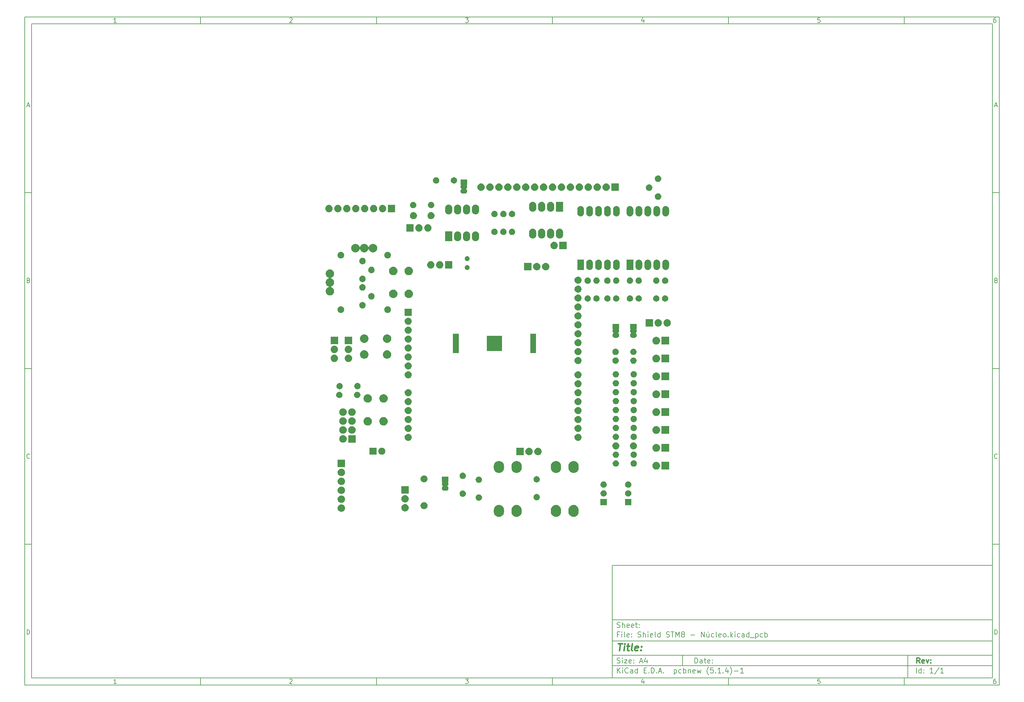
<source format=gbr>
G04 #@! TF.GenerationSoftware,KiCad,Pcbnew,(5.1.4)-1*
G04 #@! TF.CreationDate,2019-11-26T12:04:00-03:00*
G04 #@! TF.ProjectId,Shield STM8 - N_cleo,53686965-6c64-4205-9354-4d38202d204e,rev?*
G04 #@! TF.SameCoordinates,Original*
G04 #@! TF.FileFunction,Soldermask,Bot*
G04 #@! TF.FilePolarity,Negative*
%FSLAX46Y46*%
G04 Gerber Fmt 4.6, Leading zero omitted, Abs format (unit mm)*
G04 Created by KiCad (PCBNEW (5.1.4)-1) date 2019-11-26 12:04:00*
%MOMM*%
%LPD*%
G04 APERTURE LIST*
%ADD10C,0.100000*%
%ADD11C,0.150000*%
%ADD12C,0.300000*%
%ADD13C,0.400000*%
G04 APERTURE END LIST*
D10*
D11*
X177002200Y-166007200D02*
X177002200Y-198007200D01*
X285002200Y-198007200D01*
X285002200Y-166007200D01*
X177002200Y-166007200D01*
D10*
D11*
X10000000Y-10000000D02*
X10000000Y-200007200D01*
X287002200Y-200007200D01*
X287002200Y-10000000D01*
X10000000Y-10000000D01*
D10*
D11*
X12000000Y-12000000D02*
X12000000Y-198007200D01*
X285002200Y-198007200D01*
X285002200Y-12000000D01*
X12000000Y-12000000D01*
D10*
D11*
X60000000Y-12000000D02*
X60000000Y-10000000D01*
D10*
D11*
X110000000Y-12000000D02*
X110000000Y-10000000D01*
D10*
D11*
X160000000Y-12000000D02*
X160000000Y-10000000D01*
D10*
D11*
X210000000Y-12000000D02*
X210000000Y-10000000D01*
D10*
D11*
X260000000Y-12000000D02*
X260000000Y-10000000D01*
D10*
D11*
X36065476Y-11588095D02*
X35322619Y-11588095D01*
X35694047Y-11588095D02*
X35694047Y-10288095D01*
X35570238Y-10473809D01*
X35446428Y-10597619D01*
X35322619Y-10659523D01*
D10*
D11*
X85322619Y-10411904D02*
X85384523Y-10350000D01*
X85508333Y-10288095D01*
X85817857Y-10288095D01*
X85941666Y-10350000D01*
X86003571Y-10411904D01*
X86065476Y-10535714D01*
X86065476Y-10659523D01*
X86003571Y-10845238D01*
X85260714Y-11588095D01*
X86065476Y-11588095D01*
D10*
D11*
X135260714Y-10288095D02*
X136065476Y-10288095D01*
X135632142Y-10783333D01*
X135817857Y-10783333D01*
X135941666Y-10845238D01*
X136003571Y-10907142D01*
X136065476Y-11030952D01*
X136065476Y-11340476D01*
X136003571Y-11464285D01*
X135941666Y-11526190D01*
X135817857Y-11588095D01*
X135446428Y-11588095D01*
X135322619Y-11526190D01*
X135260714Y-11464285D01*
D10*
D11*
X185941666Y-10721428D02*
X185941666Y-11588095D01*
X185632142Y-10226190D02*
X185322619Y-11154761D01*
X186127380Y-11154761D01*
D10*
D11*
X236003571Y-10288095D02*
X235384523Y-10288095D01*
X235322619Y-10907142D01*
X235384523Y-10845238D01*
X235508333Y-10783333D01*
X235817857Y-10783333D01*
X235941666Y-10845238D01*
X236003571Y-10907142D01*
X236065476Y-11030952D01*
X236065476Y-11340476D01*
X236003571Y-11464285D01*
X235941666Y-11526190D01*
X235817857Y-11588095D01*
X235508333Y-11588095D01*
X235384523Y-11526190D01*
X235322619Y-11464285D01*
D10*
D11*
X285941666Y-10288095D02*
X285694047Y-10288095D01*
X285570238Y-10350000D01*
X285508333Y-10411904D01*
X285384523Y-10597619D01*
X285322619Y-10845238D01*
X285322619Y-11340476D01*
X285384523Y-11464285D01*
X285446428Y-11526190D01*
X285570238Y-11588095D01*
X285817857Y-11588095D01*
X285941666Y-11526190D01*
X286003571Y-11464285D01*
X286065476Y-11340476D01*
X286065476Y-11030952D01*
X286003571Y-10907142D01*
X285941666Y-10845238D01*
X285817857Y-10783333D01*
X285570238Y-10783333D01*
X285446428Y-10845238D01*
X285384523Y-10907142D01*
X285322619Y-11030952D01*
D10*
D11*
X60000000Y-198007200D02*
X60000000Y-200007200D01*
D10*
D11*
X110000000Y-198007200D02*
X110000000Y-200007200D01*
D10*
D11*
X160000000Y-198007200D02*
X160000000Y-200007200D01*
D10*
D11*
X210000000Y-198007200D02*
X210000000Y-200007200D01*
D10*
D11*
X260000000Y-198007200D02*
X260000000Y-200007200D01*
D10*
D11*
X36065476Y-199595295D02*
X35322619Y-199595295D01*
X35694047Y-199595295D02*
X35694047Y-198295295D01*
X35570238Y-198481009D01*
X35446428Y-198604819D01*
X35322619Y-198666723D01*
D10*
D11*
X85322619Y-198419104D02*
X85384523Y-198357200D01*
X85508333Y-198295295D01*
X85817857Y-198295295D01*
X85941666Y-198357200D01*
X86003571Y-198419104D01*
X86065476Y-198542914D01*
X86065476Y-198666723D01*
X86003571Y-198852438D01*
X85260714Y-199595295D01*
X86065476Y-199595295D01*
D10*
D11*
X135260714Y-198295295D02*
X136065476Y-198295295D01*
X135632142Y-198790533D01*
X135817857Y-198790533D01*
X135941666Y-198852438D01*
X136003571Y-198914342D01*
X136065476Y-199038152D01*
X136065476Y-199347676D01*
X136003571Y-199471485D01*
X135941666Y-199533390D01*
X135817857Y-199595295D01*
X135446428Y-199595295D01*
X135322619Y-199533390D01*
X135260714Y-199471485D01*
D10*
D11*
X185941666Y-198728628D02*
X185941666Y-199595295D01*
X185632142Y-198233390D02*
X185322619Y-199161961D01*
X186127380Y-199161961D01*
D10*
D11*
X236003571Y-198295295D02*
X235384523Y-198295295D01*
X235322619Y-198914342D01*
X235384523Y-198852438D01*
X235508333Y-198790533D01*
X235817857Y-198790533D01*
X235941666Y-198852438D01*
X236003571Y-198914342D01*
X236065476Y-199038152D01*
X236065476Y-199347676D01*
X236003571Y-199471485D01*
X235941666Y-199533390D01*
X235817857Y-199595295D01*
X235508333Y-199595295D01*
X235384523Y-199533390D01*
X235322619Y-199471485D01*
D10*
D11*
X285941666Y-198295295D02*
X285694047Y-198295295D01*
X285570238Y-198357200D01*
X285508333Y-198419104D01*
X285384523Y-198604819D01*
X285322619Y-198852438D01*
X285322619Y-199347676D01*
X285384523Y-199471485D01*
X285446428Y-199533390D01*
X285570238Y-199595295D01*
X285817857Y-199595295D01*
X285941666Y-199533390D01*
X286003571Y-199471485D01*
X286065476Y-199347676D01*
X286065476Y-199038152D01*
X286003571Y-198914342D01*
X285941666Y-198852438D01*
X285817857Y-198790533D01*
X285570238Y-198790533D01*
X285446428Y-198852438D01*
X285384523Y-198914342D01*
X285322619Y-199038152D01*
D10*
D11*
X10000000Y-60000000D02*
X12000000Y-60000000D01*
D10*
D11*
X10000000Y-110000000D02*
X12000000Y-110000000D01*
D10*
D11*
X10000000Y-160000000D02*
X12000000Y-160000000D01*
D10*
D11*
X10690476Y-35216666D02*
X11309523Y-35216666D01*
X10566666Y-35588095D02*
X11000000Y-34288095D01*
X11433333Y-35588095D01*
D10*
D11*
X11092857Y-84907142D02*
X11278571Y-84969047D01*
X11340476Y-85030952D01*
X11402380Y-85154761D01*
X11402380Y-85340476D01*
X11340476Y-85464285D01*
X11278571Y-85526190D01*
X11154761Y-85588095D01*
X10659523Y-85588095D01*
X10659523Y-84288095D01*
X11092857Y-84288095D01*
X11216666Y-84350000D01*
X11278571Y-84411904D01*
X11340476Y-84535714D01*
X11340476Y-84659523D01*
X11278571Y-84783333D01*
X11216666Y-84845238D01*
X11092857Y-84907142D01*
X10659523Y-84907142D01*
D10*
D11*
X11402380Y-135464285D02*
X11340476Y-135526190D01*
X11154761Y-135588095D01*
X11030952Y-135588095D01*
X10845238Y-135526190D01*
X10721428Y-135402380D01*
X10659523Y-135278571D01*
X10597619Y-135030952D01*
X10597619Y-134845238D01*
X10659523Y-134597619D01*
X10721428Y-134473809D01*
X10845238Y-134350000D01*
X11030952Y-134288095D01*
X11154761Y-134288095D01*
X11340476Y-134350000D01*
X11402380Y-134411904D01*
D10*
D11*
X10659523Y-185588095D02*
X10659523Y-184288095D01*
X10969047Y-184288095D01*
X11154761Y-184350000D01*
X11278571Y-184473809D01*
X11340476Y-184597619D01*
X11402380Y-184845238D01*
X11402380Y-185030952D01*
X11340476Y-185278571D01*
X11278571Y-185402380D01*
X11154761Y-185526190D01*
X10969047Y-185588095D01*
X10659523Y-185588095D01*
D10*
D11*
X287002200Y-60000000D02*
X285002200Y-60000000D01*
D10*
D11*
X287002200Y-110000000D02*
X285002200Y-110000000D01*
D10*
D11*
X287002200Y-160000000D02*
X285002200Y-160000000D01*
D10*
D11*
X285692676Y-35216666D02*
X286311723Y-35216666D01*
X285568866Y-35588095D02*
X286002200Y-34288095D01*
X286435533Y-35588095D01*
D10*
D11*
X286095057Y-84907142D02*
X286280771Y-84969047D01*
X286342676Y-85030952D01*
X286404580Y-85154761D01*
X286404580Y-85340476D01*
X286342676Y-85464285D01*
X286280771Y-85526190D01*
X286156961Y-85588095D01*
X285661723Y-85588095D01*
X285661723Y-84288095D01*
X286095057Y-84288095D01*
X286218866Y-84350000D01*
X286280771Y-84411904D01*
X286342676Y-84535714D01*
X286342676Y-84659523D01*
X286280771Y-84783333D01*
X286218866Y-84845238D01*
X286095057Y-84907142D01*
X285661723Y-84907142D01*
D10*
D11*
X286404580Y-135464285D02*
X286342676Y-135526190D01*
X286156961Y-135588095D01*
X286033152Y-135588095D01*
X285847438Y-135526190D01*
X285723628Y-135402380D01*
X285661723Y-135278571D01*
X285599819Y-135030952D01*
X285599819Y-134845238D01*
X285661723Y-134597619D01*
X285723628Y-134473809D01*
X285847438Y-134350000D01*
X286033152Y-134288095D01*
X286156961Y-134288095D01*
X286342676Y-134350000D01*
X286404580Y-134411904D01*
D10*
D11*
X285661723Y-185588095D02*
X285661723Y-184288095D01*
X285971247Y-184288095D01*
X286156961Y-184350000D01*
X286280771Y-184473809D01*
X286342676Y-184597619D01*
X286404580Y-184845238D01*
X286404580Y-185030952D01*
X286342676Y-185278571D01*
X286280771Y-185402380D01*
X286156961Y-185526190D01*
X285971247Y-185588095D01*
X285661723Y-185588095D01*
D10*
D11*
X200434342Y-193785771D02*
X200434342Y-192285771D01*
X200791485Y-192285771D01*
X201005771Y-192357200D01*
X201148628Y-192500057D01*
X201220057Y-192642914D01*
X201291485Y-192928628D01*
X201291485Y-193142914D01*
X201220057Y-193428628D01*
X201148628Y-193571485D01*
X201005771Y-193714342D01*
X200791485Y-193785771D01*
X200434342Y-193785771D01*
X202577200Y-193785771D02*
X202577200Y-193000057D01*
X202505771Y-192857200D01*
X202362914Y-192785771D01*
X202077200Y-192785771D01*
X201934342Y-192857200D01*
X202577200Y-193714342D02*
X202434342Y-193785771D01*
X202077200Y-193785771D01*
X201934342Y-193714342D01*
X201862914Y-193571485D01*
X201862914Y-193428628D01*
X201934342Y-193285771D01*
X202077200Y-193214342D01*
X202434342Y-193214342D01*
X202577200Y-193142914D01*
X203077200Y-192785771D02*
X203648628Y-192785771D01*
X203291485Y-192285771D02*
X203291485Y-193571485D01*
X203362914Y-193714342D01*
X203505771Y-193785771D01*
X203648628Y-193785771D01*
X204720057Y-193714342D02*
X204577200Y-193785771D01*
X204291485Y-193785771D01*
X204148628Y-193714342D01*
X204077200Y-193571485D01*
X204077200Y-193000057D01*
X204148628Y-192857200D01*
X204291485Y-192785771D01*
X204577200Y-192785771D01*
X204720057Y-192857200D01*
X204791485Y-193000057D01*
X204791485Y-193142914D01*
X204077200Y-193285771D01*
X205434342Y-193642914D02*
X205505771Y-193714342D01*
X205434342Y-193785771D01*
X205362914Y-193714342D01*
X205434342Y-193642914D01*
X205434342Y-193785771D01*
X205434342Y-192857200D02*
X205505771Y-192928628D01*
X205434342Y-193000057D01*
X205362914Y-192928628D01*
X205434342Y-192857200D01*
X205434342Y-193000057D01*
D10*
D11*
X177002200Y-194507200D02*
X285002200Y-194507200D01*
D10*
D11*
X178434342Y-196585771D02*
X178434342Y-195085771D01*
X179291485Y-196585771D02*
X178648628Y-195728628D01*
X179291485Y-195085771D02*
X178434342Y-195942914D01*
X179934342Y-196585771D02*
X179934342Y-195585771D01*
X179934342Y-195085771D02*
X179862914Y-195157200D01*
X179934342Y-195228628D01*
X180005771Y-195157200D01*
X179934342Y-195085771D01*
X179934342Y-195228628D01*
X181505771Y-196442914D02*
X181434342Y-196514342D01*
X181220057Y-196585771D01*
X181077200Y-196585771D01*
X180862914Y-196514342D01*
X180720057Y-196371485D01*
X180648628Y-196228628D01*
X180577200Y-195942914D01*
X180577200Y-195728628D01*
X180648628Y-195442914D01*
X180720057Y-195300057D01*
X180862914Y-195157200D01*
X181077200Y-195085771D01*
X181220057Y-195085771D01*
X181434342Y-195157200D01*
X181505771Y-195228628D01*
X182791485Y-196585771D02*
X182791485Y-195800057D01*
X182720057Y-195657200D01*
X182577200Y-195585771D01*
X182291485Y-195585771D01*
X182148628Y-195657200D01*
X182791485Y-196514342D02*
X182648628Y-196585771D01*
X182291485Y-196585771D01*
X182148628Y-196514342D01*
X182077200Y-196371485D01*
X182077200Y-196228628D01*
X182148628Y-196085771D01*
X182291485Y-196014342D01*
X182648628Y-196014342D01*
X182791485Y-195942914D01*
X184148628Y-196585771D02*
X184148628Y-195085771D01*
X184148628Y-196514342D02*
X184005771Y-196585771D01*
X183720057Y-196585771D01*
X183577200Y-196514342D01*
X183505771Y-196442914D01*
X183434342Y-196300057D01*
X183434342Y-195871485D01*
X183505771Y-195728628D01*
X183577200Y-195657200D01*
X183720057Y-195585771D01*
X184005771Y-195585771D01*
X184148628Y-195657200D01*
X186005771Y-195800057D02*
X186505771Y-195800057D01*
X186720057Y-196585771D02*
X186005771Y-196585771D01*
X186005771Y-195085771D01*
X186720057Y-195085771D01*
X187362914Y-196442914D02*
X187434342Y-196514342D01*
X187362914Y-196585771D01*
X187291485Y-196514342D01*
X187362914Y-196442914D01*
X187362914Y-196585771D01*
X188077200Y-196585771D02*
X188077200Y-195085771D01*
X188434342Y-195085771D01*
X188648628Y-195157200D01*
X188791485Y-195300057D01*
X188862914Y-195442914D01*
X188934342Y-195728628D01*
X188934342Y-195942914D01*
X188862914Y-196228628D01*
X188791485Y-196371485D01*
X188648628Y-196514342D01*
X188434342Y-196585771D01*
X188077200Y-196585771D01*
X189577200Y-196442914D02*
X189648628Y-196514342D01*
X189577200Y-196585771D01*
X189505771Y-196514342D01*
X189577200Y-196442914D01*
X189577200Y-196585771D01*
X190220057Y-196157200D02*
X190934342Y-196157200D01*
X190077200Y-196585771D02*
X190577200Y-195085771D01*
X191077200Y-196585771D01*
X191577200Y-196442914D02*
X191648628Y-196514342D01*
X191577200Y-196585771D01*
X191505771Y-196514342D01*
X191577200Y-196442914D01*
X191577200Y-196585771D01*
X194577200Y-195585771D02*
X194577200Y-197085771D01*
X194577200Y-195657200D02*
X194720057Y-195585771D01*
X195005771Y-195585771D01*
X195148628Y-195657200D01*
X195220057Y-195728628D01*
X195291485Y-195871485D01*
X195291485Y-196300057D01*
X195220057Y-196442914D01*
X195148628Y-196514342D01*
X195005771Y-196585771D01*
X194720057Y-196585771D01*
X194577200Y-196514342D01*
X196577200Y-196514342D02*
X196434342Y-196585771D01*
X196148628Y-196585771D01*
X196005771Y-196514342D01*
X195934342Y-196442914D01*
X195862914Y-196300057D01*
X195862914Y-195871485D01*
X195934342Y-195728628D01*
X196005771Y-195657200D01*
X196148628Y-195585771D01*
X196434342Y-195585771D01*
X196577200Y-195657200D01*
X197220057Y-196585771D02*
X197220057Y-195085771D01*
X197220057Y-195657200D02*
X197362914Y-195585771D01*
X197648628Y-195585771D01*
X197791485Y-195657200D01*
X197862914Y-195728628D01*
X197934342Y-195871485D01*
X197934342Y-196300057D01*
X197862914Y-196442914D01*
X197791485Y-196514342D01*
X197648628Y-196585771D01*
X197362914Y-196585771D01*
X197220057Y-196514342D01*
X198577200Y-195585771D02*
X198577200Y-196585771D01*
X198577200Y-195728628D02*
X198648628Y-195657200D01*
X198791485Y-195585771D01*
X199005771Y-195585771D01*
X199148628Y-195657200D01*
X199220057Y-195800057D01*
X199220057Y-196585771D01*
X200505771Y-196514342D02*
X200362914Y-196585771D01*
X200077200Y-196585771D01*
X199934342Y-196514342D01*
X199862914Y-196371485D01*
X199862914Y-195800057D01*
X199934342Y-195657200D01*
X200077200Y-195585771D01*
X200362914Y-195585771D01*
X200505771Y-195657200D01*
X200577200Y-195800057D01*
X200577200Y-195942914D01*
X199862914Y-196085771D01*
X201077200Y-195585771D02*
X201362914Y-196585771D01*
X201648628Y-195871485D01*
X201934342Y-196585771D01*
X202220057Y-195585771D01*
X204362914Y-197157200D02*
X204291485Y-197085771D01*
X204148628Y-196871485D01*
X204077200Y-196728628D01*
X204005771Y-196514342D01*
X203934342Y-196157200D01*
X203934342Y-195871485D01*
X204005771Y-195514342D01*
X204077200Y-195300057D01*
X204148628Y-195157200D01*
X204291485Y-194942914D01*
X204362914Y-194871485D01*
X205648628Y-195085771D02*
X204934342Y-195085771D01*
X204862914Y-195800057D01*
X204934342Y-195728628D01*
X205077200Y-195657200D01*
X205434342Y-195657200D01*
X205577200Y-195728628D01*
X205648628Y-195800057D01*
X205720057Y-195942914D01*
X205720057Y-196300057D01*
X205648628Y-196442914D01*
X205577200Y-196514342D01*
X205434342Y-196585771D01*
X205077200Y-196585771D01*
X204934342Y-196514342D01*
X204862914Y-196442914D01*
X206362914Y-196442914D02*
X206434342Y-196514342D01*
X206362914Y-196585771D01*
X206291485Y-196514342D01*
X206362914Y-196442914D01*
X206362914Y-196585771D01*
X207862914Y-196585771D02*
X207005771Y-196585771D01*
X207434342Y-196585771D02*
X207434342Y-195085771D01*
X207291485Y-195300057D01*
X207148628Y-195442914D01*
X207005771Y-195514342D01*
X208505771Y-196442914D02*
X208577200Y-196514342D01*
X208505771Y-196585771D01*
X208434342Y-196514342D01*
X208505771Y-196442914D01*
X208505771Y-196585771D01*
X209862914Y-195585771D02*
X209862914Y-196585771D01*
X209505771Y-195014342D02*
X209148628Y-196085771D01*
X210077200Y-196085771D01*
X210505771Y-197157200D02*
X210577200Y-197085771D01*
X210720057Y-196871485D01*
X210791485Y-196728628D01*
X210862914Y-196514342D01*
X210934342Y-196157200D01*
X210934342Y-195871485D01*
X210862914Y-195514342D01*
X210791485Y-195300057D01*
X210720057Y-195157200D01*
X210577200Y-194942914D01*
X210505771Y-194871485D01*
X211648628Y-196014342D02*
X212791485Y-196014342D01*
X214291485Y-196585771D02*
X213434342Y-196585771D01*
X213862914Y-196585771D02*
X213862914Y-195085771D01*
X213720057Y-195300057D01*
X213577200Y-195442914D01*
X213434342Y-195514342D01*
D10*
D11*
X177002200Y-191507200D02*
X285002200Y-191507200D01*
D10*
D12*
X264411485Y-193785771D02*
X263911485Y-193071485D01*
X263554342Y-193785771D02*
X263554342Y-192285771D01*
X264125771Y-192285771D01*
X264268628Y-192357200D01*
X264340057Y-192428628D01*
X264411485Y-192571485D01*
X264411485Y-192785771D01*
X264340057Y-192928628D01*
X264268628Y-193000057D01*
X264125771Y-193071485D01*
X263554342Y-193071485D01*
X265625771Y-193714342D02*
X265482914Y-193785771D01*
X265197200Y-193785771D01*
X265054342Y-193714342D01*
X264982914Y-193571485D01*
X264982914Y-193000057D01*
X265054342Y-192857200D01*
X265197200Y-192785771D01*
X265482914Y-192785771D01*
X265625771Y-192857200D01*
X265697200Y-193000057D01*
X265697200Y-193142914D01*
X264982914Y-193285771D01*
X266197200Y-192785771D02*
X266554342Y-193785771D01*
X266911485Y-192785771D01*
X267482914Y-193642914D02*
X267554342Y-193714342D01*
X267482914Y-193785771D01*
X267411485Y-193714342D01*
X267482914Y-193642914D01*
X267482914Y-193785771D01*
X267482914Y-192857200D02*
X267554342Y-192928628D01*
X267482914Y-193000057D01*
X267411485Y-192928628D01*
X267482914Y-192857200D01*
X267482914Y-193000057D01*
D10*
D11*
X178362914Y-193714342D02*
X178577200Y-193785771D01*
X178934342Y-193785771D01*
X179077200Y-193714342D01*
X179148628Y-193642914D01*
X179220057Y-193500057D01*
X179220057Y-193357200D01*
X179148628Y-193214342D01*
X179077200Y-193142914D01*
X178934342Y-193071485D01*
X178648628Y-193000057D01*
X178505771Y-192928628D01*
X178434342Y-192857200D01*
X178362914Y-192714342D01*
X178362914Y-192571485D01*
X178434342Y-192428628D01*
X178505771Y-192357200D01*
X178648628Y-192285771D01*
X179005771Y-192285771D01*
X179220057Y-192357200D01*
X179862914Y-193785771D02*
X179862914Y-192785771D01*
X179862914Y-192285771D02*
X179791485Y-192357200D01*
X179862914Y-192428628D01*
X179934342Y-192357200D01*
X179862914Y-192285771D01*
X179862914Y-192428628D01*
X180434342Y-192785771D02*
X181220057Y-192785771D01*
X180434342Y-193785771D01*
X181220057Y-193785771D01*
X182362914Y-193714342D02*
X182220057Y-193785771D01*
X181934342Y-193785771D01*
X181791485Y-193714342D01*
X181720057Y-193571485D01*
X181720057Y-193000057D01*
X181791485Y-192857200D01*
X181934342Y-192785771D01*
X182220057Y-192785771D01*
X182362914Y-192857200D01*
X182434342Y-193000057D01*
X182434342Y-193142914D01*
X181720057Y-193285771D01*
X183077200Y-193642914D02*
X183148628Y-193714342D01*
X183077200Y-193785771D01*
X183005771Y-193714342D01*
X183077200Y-193642914D01*
X183077200Y-193785771D01*
X183077200Y-192857200D02*
X183148628Y-192928628D01*
X183077200Y-193000057D01*
X183005771Y-192928628D01*
X183077200Y-192857200D01*
X183077200Y-193000057D01*
X184862914Y-193357200D02*
X185577200Y-193357200D01*
X184720057Y-193785771D02*
X185220057Y-192285771D01*
X185720057Y-193785771D01*
X186862914Y-192785771D02*
X186862914Y-193785771D01*
X186505771Y-192214342D02*
X186148628Y-193285771D01*
X187077200Y-193285771D01*
D10*
D11*
X263434342Y-196585771D02*
X263434342Y-195085771D01*
X264791485Y-196585771D02*
X264791485Y-195085771D01*
X264791485Y-196514342D02*
X264648628Y-196585771D01*
X264362914Y-196585771D01*
X264220057Y-196514342D01*
X264148628Y-196442914D01*
X264077200Y-196300057D01*
X264077200Y-195871485D01*
X264148628Y-195728628D01*
X264220057Y-195657200D01*
X264362914Y-195585771D01*
X264648628Y-195585771D01*
X264791485Y-195657200D01*
X265505771Y-196442914D02*
X265577200Y-196514342D01*
X265505771Y-196585771D01*
X265434342Y-196514342D01*
X265505771Y-196442914D01*
X265505771Y-196585771D01*
X265505771Y-195657200D02*
X265577200Y-195728628D01*
X265505771Y-195800057D01*
X265434342Y-195728628D01*
X265505771Y-195657200D01*
X265505771Y-195800057D01*
X268148628Y-196585771D02*
X267291485Y-196585771D01*
X267720057Y-196585771D02*
X267720057Y-195085771D01*
X267577200Y-195300057D01*
X267434342Y-195442914D01*
X267291485Y-195514342D01*
X269862914Y-195014342D02*
X268577200Y-196942914D01*
X271148628Y-196585771D02*
X270291485Y-196585771D01*
X270720057Y-196585771D02*
X270720057Y-195085771D01*
X270577200Y-195300057D01*
X270434342Y-195442914D01*
X270291485Y-195514342D01*
D10*
D11*
X177002200Y-187507200D02*
X285002200Y-187507200D01*
D10*
D13*
X178714580Y-188211961D02*
X179857438Y-188211961D01*
X179036009Y-190211961D02*
X179286009Y-188211961D01*
X180274104Y-190211961D02*
X180440771Y-188878628D01*
X180524104Y-188211961D02*
X180416961Y-188307200D01*
X180500295Y-188402438D01*
X180607438Y-188307200D01*
X180524104Y-188211961D01*
X180500295Y-188402438D01*
X181107438Y-188878628D02*
X181869342Y-188878628D01*
X181476485Y-188211961D02*
X181262200Y-189926247D01*
X181333628Y-190116723D01*
X181512200Y-190211961D01*
X181702676Y-190211961D01*
X182655057Y-190211961D02*
X182476485Y-190116723D01*
X182405057Y-189926247D01*
X182619342Y-188211961D01*
X184190771Y-190116723D02*
X183988390Y-190211961D01*
X183607438Y-190211961D01*
X183428866Y-190116723D01*
X183357438Y-189926247D01*
X183452676Y-189164342D01*
X183571723Y-188973866D01*
X183774104Y-188878628D01*
X184155057Y-188878628D01*
X184333628Y-188973866D01*
X184405057Y-189164342D01*
X184381247Y-189354819D01*
X183405057Y-189545295D01*
X185155057Y-190021485D02*
X185238390Y-190116723D01*
X185131247Y-190211961D01*
X185047914Y-190116723D01*
X185155057Y-190021485D01*
X185131247Y-190211961D01*
X185286009Y-188973866D02*
X185369342Y-189069104D01*
X185262200Y-189164342D01*
X185178866Y-189069104D01*
X185286009Y-188973866D01*
X185262200Y-189164342D01*
D10*
D11*
X178934342Y-185600057D02*
X178434342Y-185600057D01*
X178434342Y-186385771D02*
X178434342Y-184885771D01*
X179148628Y-184885771D01*
X179720057Y-186385771D02*
X179720057Y-185385771D01*
X179720057Y-184885771D02*
X179648628Y-184957200D01*
X179720057Y-185028628D01*
X179791485Y-184957200D01*
X179720057Y-184885771D01*
X179720057Y-185028628D01*
X180648628Y-186385771D02*
X180505771Y-186314342D01*
X180434342Y-186171485D01*
X180434342Y-184885771D01*
X181791485Y-186314342D02*
X181648628Y-186385771D01*
X181362914Y-186385771D01*
X181220057Y-186314342D01*
X181148628Y-186171485D01*
X181148628Y-185600057D01*
X181220057Y-185457200D01*
X181362914Y-185385771D01*
X181648628Y-185385771D01*
X181791485Y-185457200D01*
X181862914Y-185600057D01*
X181862914Y-185742914D01*
X181148628Y-185885771D01*
X182505771Y-186242914D02*
X182577200Y-186314342D01*
X182505771Y-186385771D01*
X182434342Y-186314342D01*
X182505771Y-186242914D01*
X182505771Y-186385771D01*
X182505771Y-185457200D02*
X182577200Y-185528628D01*
X182505771Y-185600057D01*
X182434342Y-185528628D01*
X182505771Y-185457200D01*
X182505771Y-185600057D01*
X184291485Y-186314342D02*
X184505771Y-186385771D01*
X184862914Y-186385771D01*
X185005771Y-186314342D01*
X185077200Y-186242914D01*
X185148628Y-186100057D01*
X185148628Y-185957200D01*
X185077200Y-185814342D01*
X185005771Y-185742914D01*
X184862914Y-185671485D01*
X184577200Y-185600057D01*
X184434342Y-185528628D01*
X184362914Y-185457200D01*
X184291485Y-185314342D01*
X184291485Y-185171485D01*
X184362914Y-185028628D01*
X184434342Y-184957200D01*
X184577200Y-184885771D01*
X184934342Y-184885771D01*
X185148628Y-184957200D01*
X185791485Y-186385771D02*
X185791485Y-184885771D01*
X186434342Y-186385771D02*
X186434342Y-185600057D01*
X186362914Y-185457200D01*
X186220057Y-185385771D01*
X186005771Y-185385771D01*
X185862914Y-185457200D01*
X185791485Y-185528628D01*
X187148628Y-186385771D02*
X187148628Y-185385771D01*
X187148628Y-184885771D02*
X187077200Y-184957200D01*
X187148628Y-185028628D01*
X187220057Y-184957200D01*
X187148628Y-184885771D01*
X187148628Y-185028628D01*
X188434342Y-186314342D02*
X188291485Y-186385771D01*
X188005771Y-186385771D01*
X187862914Y-186314342D01*
X187791485Y-186171485D01*
X187791485Y-185600057D01*
X187862914Y-185457200D01*
X188005771Y-185385771D01*
X188291485Y-185385771D01*
X188434342Y-185457200D01*
X188505771Y-185600057D01*
X188505771Y-185742914D01*
X187791485Y-185885771D01*
X189362914Y-186385771D02*
X189220057Y-186314342D01*
X189148628Y-186171485D01*
X189148628Y-184885771D01*
X190577200Y-186385771D02*
X190577200Y-184885771D01*
X190577200Y-186314342D02*
X190434342Y-186385771D01*
X190148628Y-186385771D01*
X190005771Y-186314342D01*
X189934342Y-186242914D01*
X189862914Y-186100057D01*
X189862914Y-185671485D01*
X189934342Y-185528628D01*
X190005771Y-185457200D01*
X190148628Y-185385771D01*
X190434342Y-185385771D01*
X190577200Y-185457200D01*
X192362914Y-186314342D02*
X192577200Y-186385771D01*
X192934342Y-186385771D01*
X193077200Y-186314342D01*
X193148628Y-186242914D01*
X193220057Y-186100057D01*
X193220057Y-185957200D01*
X193148628Y-185814342D01*
X193077200Y-185742914D01*
X192934342Y-185671485D01*
X192648628Y-185600057D01*
X192505771Y-185528628D01*
X192434342Y-185457200D01*
X192362914Y-185314342D01*
X192362914Y-185171485D01*
X192434342Y-185028628D01*
X192505771Y-184957200D01*
X192648628Y-184885771D01*
X193005771Y-184885771D01*
X193220057Y-184957200D01*
X193648628Y-184885771D02*
X194505771Y-184885771D01*
X194077200Y-186385771D02*
X194077200Y-184885771D01*
X195005771Y-186385771D02*
X195005771Y-184885771D01*
X195505771Y-185957200D01*
X196005771Y-184885771D01*
X196005771Y-186385771D01*
X196934342Y-185528628D02*
X196791485Y-185457200D01*
X196720057Y-185385771D01*
X196648628Y-185242914D01*
X196648628Y-185171485D01*
X196720057Y-185028628D01*
X196791485Y-184957200D01*
X196934342Y-184885771D01*
X197220057Y-184885771D01*
X197362914Y-184957200D01*
X197434342Y-185028628D01*
X197505771Y-185171485D01*
X197505771Y-185242914D01*
X197434342Y-185385771D01*
X197362914Y-185457200D01*
X197220057Y-185528628D01*
X196934342Y-185528628D01*
X196791485Y-185600057D01*
X196720057Y-185671485D01*
X196648628Y-185814342D01*
X196648628Y-186100057D01*
X196720057Y-186242914D01*
X196791485Y-186314342D01*
X196934342Y-186385771D01*
X197220057Y-186385771D01*
X197362914Y-186314342D01*
X197434342Y-186242914D01*
X197505771Y-186100057D01*
X197505771Y-185814342D01*
X197434342Y-185671485D01*
X197362914Y-185600057D01*
X197220057Y-185528628D01*
X199291485Y-185814342D02*
X200434342Y-185814342D01*
X202291485Y-186385771D02*
X202291485Y-184885771D01*
X203148628Y-186385771D01*
X203148628Y-184885771D01*
X204505771Y-185385771D02*
X204505771Y-186385771D01*
X203862914Y-185385771D02*
X203862914Y-186171485D01*
X203934342Y-186314342D01*
X204077200Y-186385771D01*
X204291485Y-186385771D01*
X204434342Y-186314342D01*
X204505771Y-186242914D01*
X204362914Y-184814342D02*
X204148628Y-185028628D01*
X205862914Y-186314342D02*
X205720057Y-186385771D01*
X205434342Y-186385771D01*
X205291485Y-186314342D01*
X205220057Y-186242914D01*
X205148628Y-186100057D01*
X205148628Y-185671485D01*
X205220057Y-185528628D01*
X205291485Y-185457200D01*
X205434342Y-185385771D01*
X205720057Y-185385771D01*
X205862914Y-185457200D01*
X206720057Y-186385771D02*
X206577200Y-186314342D01*
X206505771Y-186171485D01*
X206505771Y-184885771D01*
X207862914Y-186314342D02*
X207720057Y-186385771D01*
X207434342Y-186385771D01*
X207291485Y-186314342D01*
X207220057Y-186171485D01*
X207220057Y-185600057D01*
X207291485Y-185457200D01*
X207434342Y-185385771D01*
X207720057Y-185385771D01*
X207862914Y-185457200D01*
X207934342Y-185600057D01*
X207934342Y-185742914D01*
X207220057Y-185885771D01*
X208791485Y-186385771D02*
X208648628Y-186314342D01*
X208577200Y-186242914D01*
X208505771Y-186100057D01*
X208505771Y-185671485D01*
X208577200Y-185528628D01*
X208648628Y-185457200D01*
X208791485Y-185385771D01*
X209005771Y-185385771D01*
X209148628Y-185457200D01*
X209220057Y-185528628D01*
X209291485Y-185671485D01*
X209291485Y-186100057D01*
X209220057Y-186242914D01*
X209148628Y-186314342D01*
X209005771Y-186385771D01*
X208791485Y-186385771D01*
X209934342Y-186242914D02*
X210005771Y-186314342D01*
X209934342Y-186385771D01*
X209862914Y-186314342D01*
X209934342Y-186242914D01*
X209934342Y-186385771D01*
X210648628Y-186385771D02*
X210648628Y-184885771D01*
X210791485Y-185814342D02*
X211220057Y-186385771D01*
X211220057Y-185385771D02*
X210648628Y-185957200D01*
X211862914Y-186385771D02*
X211862914Y-185385771D01*
X211862914Y-184885771D02*
X211791485Y-184957200D01*
X211862914Y-185028628D01*
X211934342Y-184957200D01*
X211862914Y-184885771D01*
X211862914Y-185028628D01*
X213220057Y-186314342D02*
X213077200Y-186385771D01*
X212791485Y-186385771D01*
X212648628Y-186314342D01*
X212577200Y-186242914D01*
X212505771Y-186100057D01*
X212505771Y-185671485D01*
X212577200Y-185528628D01*
X212648628Y-185457200D01*
X212791485Y-185385771D01*
X213077200Y-185385771D01*
X213220057Y-185457200D01*
X214505771Y-186385771D02*
X214505771Y-185600057D01*
X214434342Y-185457200D01*
X214291485Y-185385771D01*
X214005771Y-185385771D01*
X213862914Y-185457200D01*
X214505771Y-186314342D02*
X214362914Y-186385771D01*
X214005771Y-186385771D01*
X213862914Y-186314342D01*
X213791485Y-186171485D01*
X213791485Y-186028628D01*
X213862914Y-185885771D01*
X214005771Y-185814342D01*
X214362914Y-185814342D01*
X214505771Y-185742914D01*
X215862914Y-186385771D02*
X215862914Y-184885771D01*
X215862914Y-186314342D02*
X215720057Y-186385771D01*
X215434342Y-186385771D01*
X215291485Y-186314342D01*
X215220057Y-186242914D01*
X215148628Y-186100057D01*
X215148628Y-185671485D01*
X215220057Y-185528628D01*
X215291485Y-185457200D01*
X215434342Y-185385771D01*
X215720057Y-185385771D01*
X215862914Y-185457200D01*
X216220057Y-186528628D02*
X217362914Y-186528628D01*
X217720057Y-185385771D02*
X217720057Y-186885771D01*
X217720057Y-185457200D02*
X217862914Y-185385771D01*
X218148628Y-185385771D01*
X218291485Y-185457200D01*
X218362914Y-185528628D01*
X218434342Y-185671485D01*
X218434342Y-186100057D01*
X218362914Y-186242914D01*
X218291485Y-186314342D01*
X218148628Y-186385771D01*
X217862914Y-186385771D01*
X217720057Y-186314342D01*
X219720057Y-186314342D02*
X219577200Y-186385771D01*
X219291485Y-186385771D01*
X219148628Y-186314342D01*
X219077200Y-186242914D01*
X219005771Y-186100057D01*
X219005771Y-185671485D01*
X219077200Y-185528628D01*
X219148628Y-185457200D01*
X219291485Y-185385771D01*
X219577200Y-185385771D01*
X219720057Y-185457200D01*
X220362914Y-186385771D02*
X220362914Y-184885771D01*
X220362914Y-185457200D02*
X220505771Y-185385771D01*
X220791485Y-185385771D01*
X220934342Y-185457200D01*
X221005771Y-185528628D01*
X221077200Y-185671485D01*
X221077200Y-186100057D01*
X221005771Y-186242914D01*
X220934342Y-186314342D01*
X220791485Y-186385771D01*
X220505771Y-186385771D01*
X220362914Y-186314342D01*
D10*
D11*
X177002200Y-181507200D02*
X285002200Y-181507200D01*
D10*
D11*
X178362914Y-183614342D02*
X178577200Y-183685771D01*
X178934342Y-183685771D01*
X179077200Y-183614342D01*
X179148628Y-183542914D01*
X179220057Y-183400057D01*
X179220057Y-183257200D01*
X179148628Y-183114342D01*
X179077200Y-183042914D01*
X178934342Y-182971485D01*
X178648628Y-182900057D01*
X178505771Y-182828628D01*
X178434342Y-182757200D01*
X178362914Y-182614342D01*
X178362914Y-182471485D01*
X178434342Y-182328628D01*
X178505771Y-182257200D01*
X178648628Y-182185771D01*
X179005771Y-182185771D01*
X179220057Y-182257200D01*
X179862914Y-183685771D02*
X179862914Y-182185771D01*
X180505771Y-183685771D02*
X180505771Y-182900057D01*
X180434342Y-182757200D01*
X180291485Y-182685771D01*
X180077200Y-182685771D01*
X179934342Y-182757200D01*
X179862914Y-182828628D01*
X181791485Y-183614342D02*
X181648628Y-183685771D01*
X181362914Y-183685771D01*
X181220057Y-183614342D01*
X181148628Y-183471485D01*
X181148628Y-182900057D01*
X181220057Y-182757200D01*
X181362914Y-182685771D01*
X181648628Y-182685771D01*
X181791485Y-182757200D01*
X181862914Y-182900057D01*
X181862914Y-183042914D01*
X181148628Y-183185771D01*
X183077200Y-183614342D02*
X182934342Y-183685771D01*
X182648628Y-183685771D01*
X182505771Y-183614342D01*
X182434342Y-183471485D01*
X182434342Y-182900057D01*
X182505771Y-182757200D01*
X182648628Y-182685771D01*
X182934342Y-182685771D01*
X183077200Y-182757200D01*
X183148628Y-182900057D01*
X183148628Y-183042914D01*
X182434342Y-183185771D01*
X183577200Y-182685771D02*
X184148628Y-182685771D01*
X183791485Y-182185771D02*
X183791485Y-183471485D01*
X183862914Y-183614342D01*
X184005771Y-183685771D01*
X184148628Y-183685771D01*
X184648628Y-183542914D02*
X184720057Y-183614342D01*
X184648628Y-183685771D01*
X184577200Y-183614342D01*
X184648628Y-183542914D01*
X184648628Y-183685771D01*
X184648628Y-182757200D02*
X184720057Y-182828628D01*
X184648628Y-182900057D01*
X184577200Y-182828628D01*
X184648628Y-182757200D01*
X184648628Y-182900057D01*
D10*
D11*
X197002200Y-191507200D02*
X197002200Y-194507200D01*
D10*
D11*
X261002200Y-191507200D02*
X261002200Y-198007200D01*
D10*
G36*
X161284249Y-148820981D02*
G01*
X161557575Y-148903894D01*
X161557578Y-148903895D01*
X161809472Y-149038535D01*
X162030266Y-149219734D01*
X162211465Y-149440527D01*
X162346105Y-149692421D01*
X162346105Y-149692422D01*
X162346106Y-149692424D01*
X162429019Y-149965750D01*
X162450000Y-150178775D01*
X162450000Y-150821224D01*
X162429019Y-151034249D01*
X162346106Y-151307576D01*
X162346105Y-151307579D01*
X162211465Y-151559473D01*
X162030266Y-151780266D01*
X161809473Y-151961465D01*
X161557579Y-152096105D01*
X161557576Y-152096106D01*
X161284250Y-152179019D01*
X161000000Y-152207015D01*
X160715751Y-152179019D01*
X160442425Y-152096106D01*
X160442422Y-152096105D01*
X160190528Y-151961465D01*
X159969734Y-151780266D01*
X159788535Y-151559473D01*
X159653895Y-151307579D01*
X159653894Y-151307576D01*
X159570981Y-151034250D01*
X159550000Y-150821225D01*
X159550000Y-150178776D01*
X159551242Y-150166170D01*
X159570981Y-149965753D01*
X159570981Y-149965751D01*
X159653894Y-149692425D01*
X159653895Y-149692422D01*
X159788535Y-149440528D01*
X159969734Y-149219734D01*
X160190527Y-149038535D01*
X160442421Y-148903895D01*
X160442424Y-148903894D01*
X160715750Y-148820981D01*
X161000000Y-148792985D01*
X161284249Y-148820981D01*
X161284249Y-148820981D01*
G37*
G36*
X150064249Y-148820981D02*
G01*
X150337575Y-148903894D01*
X150337578Y-148903895D01*
X150589472Y-149038535D01*
X150810266Y-149219734D01*
X150991465Y-149440527D01*
X151126105Y-149692421D01*
X151126105Y-149692422D01*
X151126106Y-149692424D01*
X151209019Y-149965750D01*
X151230000Y-150178775D01*
X151230000Y-150821224D01*
X151209019Y-151034249D01*
X151126106Y-151307576D01*
X151126105Y-151307579D01*
X150991465Y-151559473D01*
X150810266Y-151780266D01*
X150589473Y-151961465D01*
X150337579Y-152096105D01*
X150337576Y-152096106D01*
X150064250Y-152179019D01*
X149780000Y-152207015D01*
X149495751Y-152179019D01*
X149222425Y-152096106D01*
X149222422Y-152096105D01*
X148970528Y-151961465D01*
X148749734Y-151780266D01*
X148568535Y-151559473D01*
X148433895Y-151307579D01*
X148433894Y-151307576D01*
X148350981Y-151034250D01*
X148330000Y-150821225D01*
X148330000Y-150178776D01*
X148331242Y-150166170D01*
X148350981Y-149965753D01*
X148350981Y-149965751D01*
X148433894Y-149692425D01*
X148433895Y-149692422D01*
X148568535Y-149440528D01*
X148749734Y-149219734D01*
X148970527Y-149038535D01*
X149222421Y-148903895D01*
X149222424Y-148903894D01*
X149495750Y-148820981D01*
X149780000Y-148792985D01*
X150064249Y-148820981D01*
X150064249Y-148820981D01*
G37*
G36*
X145064249Y-148820981D02*
G01*
X145337575Y-148903894D01*
X145337578Y-148903895D01*
X145589472Y-149038535D01*
X145810266Y-149219734D01*
X145991465Y-149440527D01*
X146126105Y-149692421D01*
X146126105Y-149692422D01*
X146126106Y-149692424D01*
X146209019Y-149965750D01*
X146230000Y-150178775D01*
X146230000Y-150821224D01*
X146209019Y-151034249D01*
X146126106Y-151307576D01*
X146126105Y-151307579D01*
X145991465Y-151559473D01*
X145810266Y-151780266D01*
X145589473Y-151961465D01*
X145337579Y-152096105D01*
X145337576Y-152096106D01*
X145064250Y-152179019D01*
X144780000Y-152207015D01*
X144495751Y-152179019D01*
X144222425Y-152096106D01*
X144222422Y-152096105D01*
X143970528Y-151961465D01*
X143749734Y-151780266D01*
X143568535Y-151559473D01*
X143433895Y-151307579D01*
X143433894Y-151307576D01*
X143350981Y-151034250D01*
X143330000Y-150821225D01*
X143330000Y-150178776D01*
X143331242Y-150166170D01*
X143350981Y-149965753D01*
X143350981Y-149965751D01*
X143433894Y-149692425D01*
X143433895Y-149692422D01*
X143568535Y-149440528D01*
X143749734Y-149219734D01*
X143970527Y-149038535D01*
X144222421Y-148903895D01*
X144222424Y-148903894D01*
X144495750Y-148820981D01*
X144780000Y-148792985D01*
X145064249Y-148820981D01*
X145064249Y-148820981D01*
G37*
G36*
X166284249Y-148820981D02*
G01*
X166557575Y-148903894D01*
X166557578Y-148903895D01*
X166809472Y-149038535D01*
X167030266Y-149219734D01*
X167211465Y-149440527D01*
X167346105Y-149692421D01*
X167346105Y-149692422D01*
X167346106Y-149692424D01*
X167429019Y-149965750D01*
X167450000Y-150178775D01*
X167450000Y-150821224D01*
X167429019Y-151034249D01*
X167346106Y-151307576D01*
X167346105Y-151307579D01*
X167211465Y-151559473D01*
X167030266Y-151780266D01*
X166809473Y-151961465D01*
X166557579Y-152096105D01*
X166557576Y-152096106D01*
X166284250Y-152179019D01*
X166000000Y-152207015D01*
X165715751Y-152179019D01*
X165442425Y-152096106D01*
X165442422Y-152096105D01*
X165190528Y-151961465D01*
X164969734Y-151780266D01*
X164788535Y-151559473D01*
X164653895Y-151307579D01*
X164653894Y-151307576D01*
X164570981Y-151034250D01*
X164550000Y-150821225D01*
X164550000Y-150178776D01*
X164551242Y-150166170D01*
X164570981Y-149965753D01*
X164570981Y-149965751D01*
X164653894Y-149692425D01*
X164653895Y-149692422D01*
X164788535Y-149440528D01*
X164969734Y-149219734D01*
X165190527Y-149038535D01*
X165442421Y-148903895D01*
X165442424Y-148903894D01*
X165715750Y-148820981D01*
X166000000Y-148792985D01*
X166284249Y-148820981D01*
X166284249Y-148820981D01*
G37*
G36*
X100128707Y-148657596D02*
G01*
X100205836Y-148665193D01*
X100403762Y-148725233D01*
X100403765Y-148725234D01*
X100586170Y-148822732D01*
X100746055Y-148953945D01*
X100877268Y-149113830D01*
X100974766Y-149296235D01*
X100974767Y-149296238D01*
X101034807Y-149494164D01*
X101055080Y-149700000D01*
X101034807Y-149905836D01*
X100974767Y-150103762D01*
X100974766Y-150103765D01*
X100877268Y-150286170D01*
X100746055Y-150446055D01*
X100586170Y-150577268D01*
X100403765Y-150674766D01*
X100403762Y-150674767D01*
X100205836Y-150734807D01*
X100128707Y-150742403D01*
X100051580Y-150750000D01*
X99948420Y-150750000D01*
X99871293Y-150742403D01*
X99794164Y-150734807D01*
X99596238Y-150674767D01*
X99596235Y-150674766D01*
X99413830Y-150577268D01*
X99253945Y-150446055D01*
X99122732Y-150286170D01*
X99025234Y-150103765D01*
X99025233Y-150103762D01*
X98965193Y-149905836D01*
X98944920Y-149700000D01*
X98965193Y-149494164D01*
X99025233Y-149296238D01*
X99025234Y-149296235D01*
X99122732Y-149113830D01*
X99253945Y-148953945D01*
X99413830Y-148822732D01*
X99596235Y-148725234D01*
X99596238Y-148725233D01*
X99794164Y-148665193D01*
X99871293Y-148657596D01*
X99948420Y-148650000D01*
X100051580Y-148650000D01*
X100128707Y-148657596D01*
X100128707Y-148657596D01*
G37*
G36*
X118228707Y-148537596D02*
G01*
X118305836Y-148545193D01*
X118503762Y-148605233D01*
X118503765Y-148605234D01*
X118686170Y-148702732D01*
X118846055Y-148833945D01*
X118977268Y-148993830D01*
X119074766Y-149176235D01*
X119074767Y-149176238D01*
X119134807Y-149374164D01*
X119155080Y-149580000D01*
X119134807Y-149785836D01*
X119080230Y-149965752D01*
X119074766Y-149983765D01*
X118977268Y-150166170D01*
X118846055Y-150326055D01*
X118686170Y-150457268D01*
X118503765Y-150554766D01*
X118503762Y-150554767D01*
X118305836Y-150614807D01*
X118228707Y-150622404D01*
X118151580Y-150630000D01*
X118048420Y-150630000D01*
X117971293Y-150622404D01*
X117894164Y-150614807D01*
X117696238Y-150554767D01*
X117696235Y-150554766D01*
X117513830Y-150457268D01*
X117353945Y-150326055D01*
X117222732Y-150166170D01*
X117125234Y-149983765D01*
X117119770Y-149965752D01*
X117065193Y-149785836D01*
X117044920Y-149580000D01*
X117065193Y-149374164D01*
X117125233Y-149176238D01*
X117125234Y-149176235D01*
X117222732Y-148993830D01*
X117353945Y-148833945D01*
X117513830Y-148702732D01*
X117696235Y-148605234D01*
X117696238Y-148605233D01*
X117894164Y-148545193D01*
X117971293Y-148537596D01*
X118048420Y-148530000D01*
X118151580Y-148530000D01*
X118228707Y-148537596D01*
X118228707Y-148537596D01*
G37*
G36*
X123672726Y-148014766D02*
G01*
X123791689Y-148038429D01*
X123973678Y-148113811D01*
X124137463Y-148223249D01*
X124276751Y-148362537D01*
X124386189Y-148526322D01*
X124461571Y-148708311D01*
X124461571Y-148708312D01*
X124500000Y-148901507D01*
X124500000Y-149098493D01*
X124475884Y-149219734D01*
X124461571Y-149291689D01*
X124386189Y-149473678D01*
X124276751Y-149637463D01*
X124137463Y-149776751D01*
X123973678Y-149886189D01*
X123791689Y-149961571D01*
X123770679Y-149965750D01*
X123598493Y-150000000D01*
X123401507Y-150000000D01*
X123229321Y-149965750D01*
X123208311Y-149961571D01*
X123026322Y-149886189D01*
X122862537Y-149776751D01*
X122723249Y-149637463D01*
X122613811Y-149473678D01*
X122538429Y-149291689D01*
X122524116Y-149219734D01*
X122500000Y-149098493D01*
X122500000Y-148901507D01*
X122538429Y-148708312D01*
X122538429Y-148708311D01*
X122613811Y-148526322D01*
X122723249Y-148362537D01*
X122862537Y-148223249D01*
X123026322Y-148113811D01*
X123208311Y-148038429D01*
X123327274Y-148014766D01*
X123401507Y-148000000D01*
X123598493Y-148000000D01*
X123672726Y-148014766D01*
X123672726Y-148014766D01*
G37*
G36*
X175424000Y-148900000D02*
G01*
X173624000Y-148900000D01*
X173624000Y-147100000D01*
X175424000Y-147100000D01*
X175424000Y-148900000D01*
X175424000Y-148900000D01*
G37*
G36*
X182424000Y-148900000D02*
G01*
X180624000Y-148900000D01*
X180624000Y-147100000D01*
X182424000Y-147100000D01*
X182424000Y-148900000D01*
X182424000Y-148900000D01*
G37*
G36*
X100128707Y-146117597D02*
G01*
X100205836Y-146125193D01*
X100394980Y-146182569D01*
X100403765Y-146185234D01*
X100586170Y-146282732D01*
X100746055Y-146413945D01*
X100877268Y-146573830D01*
X100974766Y-146756235D01*
X100974767Y-146756238D01*
X101034807Y-146954164D01*
X101055080Y-147160000D01*
X101034807Y-147365836D01*
X100987886Y-147520514D01*
X100974766Y-147563765D01*
X100877268Y-147746170D01*
X100746055Y-147906055D01*
X100586170Y-148037268D01*
X100403765Y-148134766D01*
X100403762Y-148134767D01*
X100205836Y-148194807D01*
X100128707Y-148202404D01*
X100051580Y-148210000D01*
X99948420Y-148210000D01*
X99871293Y-148202404D01*
X99794164Y-148194807D01*
X99596238Y-148134767D01*
X99596235Y-148134766D01*
X99413830Y-148037268D01*
X99253945Y-147906055D01*
X99122732Y-147746170D01*
X99025234Y-147563765D01*
X99012114Y-147520514D01*
X98965193Y-147365836D01*
X98944920Y-147160000D01*
X98965193Y-146954164D01*
X99025233Y-146756238D01*
X99025234Y-146756235D01*
X99122732Y-146573830D01*
X99253945Y-146413945D01*
X99413830Y-146282732D01*
X99596235Y-146185234D01*
X99605020Y-146182569D01*
X99794164Y-146125193D01*
X99871293Y-146117597D01*
X99948420Y-146110000D01*
X100051580Y-146110000D01*
X100128707Y-146117597D01*
X100128707Y-146117597D01*
G37*
G36*
X118228707Y-145997597D02*
G01*
X118305836Y-146005193D01*
X118503762Y-146065233D01*
X118503765Y-146065234D01*
X118686170Y-146162732D01*
X118846055Y-146293945D01*
X118977268Y-146453830D01*
X119074766Y-146636235D01*
X119074767Y-146636238D01*
X119134807Y-146834164D01*
X119155080Y-147040000D01*
X119134807Y-147245836D01*
X119076835Y-147436944D01*
X119074766Y-147443765D01*
X118977268Y-147626170D01*
X118846055Y-147786055D01*
X118686170Y-147917268D01*
X118503765Y-148014766D01*
X118503762Y-148014767D01*
X118305836Y-148074807D01*
X118228707Y-148082404D01*
X118151580Y-148090000D01*
X118048420Y-148090000D01*
X117971293Y-148082404D01*
X117894164Y-148074807D01*
X117696238Y-148014767D01*
X117696235Y-148014766D01*
X117513830Y-147917268D01*
X117353945Y-147786055D01*
X117222732Y-147626170D01*
X117125234Y-147443765D01*
X117123165Y-147436944D01*
X117065193Y-147245836D01*
X117044920Y-147040000D01*
X117065193Y-146834164D01*
X117125233Y-146636238D01*
X117125234Y-146636235D01*
X117222732Y-146453830D01*
X117353945Y-146293945D01*
X117513830Y-146162732D01*
X117696235Y-146065234D01*
X117696238Y-146065233D01*
X117894164Y-146005193D01*
X117971293Y-145997597D01*
X118048420Y-145990000D01*
X118151580Y-145990000D01*
X118228707Y-145997597D01*
X118228707Y-145997597D01*
G37*
G36*
X139241427Y-145798022D02*
G01*
X139241430Y-145798023D01*
X139241431Y-145798023D01*
X139411081Y-145849486D01*
X139411083Y-145849487D01*
X139411086Y-145849488D01*
X139567431Y-145933056D01*
X139704475Y-146045525D01*
X139816944Y-146182569D01*
X139900512Y-146338914D01*
X139900513Y-146338917D01*
X139900514Y-146338919D01*
X139951977Y-146508569D01*
X139951978Y-146508573D01*
X139969354Y-146685000D01*
X139951978Y-146861427D01*
X139951977Y-146861430D01*
X139951977Y-146861431D01*
X139923847Y-146954164D01*
X139900512Y-147031086D01*
X139816944Y-147187431D01*
X139704475Y-147324475D01*
X139567431Y-147436944D01*
X139411086Y-147520512D01*
X139411083Y-147520513D01*
X139411081Y-147520514D01*
X139241431Y-147571977D01*
X139241430Y-147571977D01*
X139241427Y-147571978D01*
X139109211Y-147585000D01*
X139020789Y-147585000D01*
X138888573Y-147571978D01*
X138888570Y-147571977D01*
X138888569Y-147571977D01*
X138718919Y-147520514D01*
X138718917Y-147520513D01*
X138718914Y-147520512D01*
X138562569Y-147436944D01*
X138425525Y-147324475D01*
X138313056Y-147187431D01*
X138229488Y-147031086D01*
X138206154Y-146954164D01*
X138178023Y-146861431D01*
X138178023Y-146861430D01*
X138178022Y-146861427D01*
X138160646Y-146685000D01*
X138178022Y-146508573D01*
X138178023Y-146508569D01*
X138229486Y-146338919D01*
X138229487Y-146338917D01*
X138229488Y-146338914D01*
X138313056Y-146182569D01*
X138425525Y-146045525D01*
X138562569Y-145933056D01*
X138718914Y-145849488D01*
X138718917Y-145849487D01*
X138718919Y-145849486D01*
X138888569Y-145798023D01*
X138888570Y-145798023D01*
X138888573Y-145798022D01*
X139020789Y-145785000D01*
X139109211Y-145785000D01*
X139241427Y-145798022D01*
X139241427Y-145798022D01*
G37*
G36*
X155676427Y-145693022D02*
G01*
X155676430Y-145693023D01*
X155676431Y-145693023D01*
X155846081Y-145744486D01*
X155846083Y-145744487D01*
X155846086Y-145744488D01*
X156002431Y-145828056D01*
X156139475Y-145940525D01*
X156251944Y-146077569D01*
X156335512Y-146233914D01*
X156335513Y-146233917D01*
X156335514Y-146233919D01*
X156385894Y-146400000D01*
X156386978Y-146403573D01*
X156404354Y-146580000D01*
X156386978Y-146756427D01*
X156386977Y-146756430D01*
X156386977Y-146756431D01*
X156355127Y-146861427D01*
X156335512Y-146926086D01*
X156251944Y-147082431D01*
X156139475Y-147219475D01*
X156002431Y-147331944D01*
X155846086Y-147415512D01*
X155846083Y-147415513D01*
X155846081Y-147415514D01*
X155676431Y-147466977D01*
X155676430Y-147466977D01*
X155676427Y-147466978D01*
X155544211Y-147480000D01*
X155455789Y-147480000D01*
X155323573Y-147466978D01*
X155323570Y-147466977D01*
X155323569Y-147466977D01*
X155153919Y-147415514D01*
X155153917Y-147415513D01*
X155153914Y-147415512D01*
X154997569Y-147331944D01*
X154860525Y-147219475D01*
X154748056Y-147082431D01*
X154664488Y-146926086D01*
X154644874Y-146861427D01*
X154613023Y-146756431D01*
X154613023Y-146756430D01*
X154613022Y-146756427D01*
X154595646Y-146580000D01*
X154613022Y-146403573D01*
X154614106Y-146400000D01*
X154664486Y-146233919D01*
X154664487Y-146233917D01*
X154664488Y-146233914D01*
X154748056Y-146077569D01*
X154860525Y-145940525D01*
X154997569Y-145828056D01*
X155153914Y-145744488D01*
X155153917Y-145744487D01*
X155153919Y-145744486D01*
X155323569Y-145693023D01*
X155323570Y-145693023D01*
X155323573Y-145693022D01*
X155455789Y-145680000D01*
X155544211Y-145680000D01*
X155676427Y-145693022D01*
X155676427Y-145693022D01*
G37*
G36*
X134676427Y-144693022D02*
G01*
X134676430Y-144693023D01*
X134676431Y-144693023D01*
X134846081Y-144744486D01*
X134846083Y-144744487D01*
X134846086Y-144744488D01*
X135002431Y-144828056D01*
X135139475Y-144940525D01*
X135251944Y-145077569D01*
X135335512Y-145233914D01*
X135386978Y-145403573D01*
X135404354Y-145580000D01*
X135386978Y-145756427D01*
X135386977Y-145756430D01*
X135386977Y-145756431D01*
X135365250Y-145828056D01*
X135335512Y-145926086D01*
X135251944Y-146082431D01*
X135139475Y-146219475D01*
X135002431Y-146331944D01*
X134846086Y-146415512D01*
X134846083Y-146415513D01*
X134846081Y-146415514D01*
X134676431Y-146466977D01*
X134676430Y-146466977D01*
X134676427Y-146466978D01*
X134544211Y-146480000D01*
X134455789Y-146480000D01*
X134323573Y-146466978D01*
X134323570Y-146466977D01*
X134323569Y-146466977D01*
X134153919Y-146415514D01*
X134153917Y-146415513D01*
X134153914Y-146415512D01*
X133997569Y-146331944D01*
X133860525Y-146219475D01*
X133748056Y-146082431D01*
X133664488Y-145926086D01*
X133634751Y-145828056D01*
X133613023Y-145756431D01*
X133613023Y-145756430D01*
X133613022Y-145756427D01*
X133595646Y-145580000D01*
X133613022Y-145403573D01*
X133664488Y-145233914D01*
X133748056Y-145077569D01*
X133860525Y-144940525D01*
X133997569Y-144828056D01*
X134153914Y-144744488D01*
X134153917Y-144744487D01*
X134153919Y-144744486D01*
X134323569Y-144693023D01*
X134323570Y-144693023D01*
X134323573Y-144693022D01*
X134455789Y-144680000D01*
X134544211Y-144680000D01*
X134676427Y-144693022D01*
X134676427Y-144693022D01*
G37*
G36*
X174786520Y-144634586D02*
G01*
X174927600Y-144693023D01*
X174950310Y-144702430D01*
X175097717Y-144800924D01*
X175223076Y-144926283D01*
X175232592Y-144940525D01*
X175321571Y-145073692D01*
X175389414Y-145237480D01*
X175424000Y-145411356D01*
X175424000Y-145588644D01*
X175389414Y-145762520D01*
X175380103Y-145785000D01*
X175321570Y-145926310D01*
X175223076Y-146073717D01*
X175097717Y-146199076D01*
X174950310Y-146297570D01*
X174950309Y-146297571D01*
X174950308Y-146297571D01*
X174786520Y-146365414D01*
X174612644Y-146400000D01*
X174435356Y-146400000D01*
X174261480Y-146365414D01*
X174097692Y-146297571D01*
X174097691Y-146297571D01*
X174097690Y-146297570D01*
X173950283Y-146199076D01*
X173824924Y-146073717D01*
X173726430Y-145926310D01*
X173667898Y-145785000D01*
X173658586Y-145762520D01*
X173624000Y-145588644D01*
X173624000Y-145411356D01*
X173658586Y-145237480D01*
X173726429Y-145073692D01*
X173815408Y-144940525D01*
X173824924Y-144926283D01*
X173950283Y-144800924D01*
X174097690Y-144702430D01*
X174120401Y-144693023D01*
X174261480Y-144634586D01*
X174435356Y-144600000D01*
X174612644Y-144600000D01*
X174786520Y-144634586D01*
X174786520Y-144634586D01*
G37*
G36*
X181786520Y-144634586D02*
G01*
X181927600Y-144693023D01*
X181950310Y-144702430D01*
X182097717Y-144800924D01*
X182223076Y-144926283D01*
X182232592Y-144940525D01*
X182321571Y-145073692D01*
X182389414Y-145237480D01*
X182424000Y-145411356D01*
X182424000Y-145588644D01*
X182389414Y-145762520D01*
X182380103Y-145785000D01*
X182321570Y-145926310D01*
X182223076Y-146073717D01*
X182097717Y-146199076D01*
X181950310Y-146297570D01*
X181950309Y-146297571D01*
X181950308Y-146297571D01*
X181786520Y-146365414D01*
X181612644Y-146400000D01*
X181435356Y-146400000D01*
X181261480Y-146365414D01*
X181097692Y-146297571D01*
X181097691Y-146297571D01*
X181097690Y-146297570D01*
X180950283Y-146199076D01*
X180824924Y-146073717D01*
X180726430Y-145926310D01*
X180667898Y-145785000D01*
X180658586Y-145762520D01*
X180624000Y-145588644D01*
X180624000Y-145411356D01*
X180658586Y-145237480D01*
X180726429Y-145073692D01*
X180815408Y-144940525D01*
X180824924Y-144926283D01*
X180950283Y-144800924D01*
X181097690Y-144702430D01*
X181120401Y-144693023D01*
X181261480Y-144634586D01*
X181435356Y-144600000D01*
X181612644Y-144600000D01*
X181786520Y-144634586D01*
X181786520Y-144634586D01*
G37*
G36*
X100128707Y-143577596D02*
G01*
X100205836Y-143585193D01*
X100403762Y-143645233D01*
X100403765Y-143645234D01*
X100586170Y-143742732D01*
X100746055Y-143873945D01*
X100877268Y-144033830D01*
X100974766Y-144216235D01*
X100974767Y-144216238D01*
X101034807Y-144414164D01*
X101055080Y-144620000D01*
X101034807Y-144825836D01*
X100974767Y-145023762D01*
X100974766Y-145023765D01*
X100877268Y-145206170D01*
X100746055Y-145366055D01*
X100586170Y-145497268D01*
X100403765Y-145594766D01*
X100403762Y-145594767D01*
X100205836Y-145654807D01*
X100128707Y-145662404D01*
X100051580Y-145670000D01*
X99948420Y-145670000D01*
X99871293Y-145662404D01*
X99794164Y-145654807D01*
X99596238Y-145594767D01*
X99596235Y-145594766D01*
X99413830Y-145497268D01*
X99253945Y-145366055D01*
X99122732Y-145206170D01*
X99025234Y-145023765D01*
X99025233Y-145023762D01*
X98965193Y-144825836D01*
X98944920Y-144620000D01*
X98965193Y-144414164D01*
X99025233Y-144216238D01*
X99025234Y-144216235D01*
X99122732Y-144033830D01*
X99253945Y-143873945D01*
X99413830Y-143742732D01*
X99596235Y-143645234D01*
X99596238Y-143645233D01*
X99794164Y-143585193D01*
X99871293Y-143577596D01*
X99948420Y-143570000D01*
X100051580Y-143570000D01*
X100128707Y-143577596D01*
X100128707Y-143577596D01*
G37*
G36*
X119150000Y-145550000D02*
G01*
X117050000Y-145550000D01*
X117050000Y-143450000D01*
X119150000Y-143450000D01*
X119150000Y-145550000D01*
X119150000Y-145550000D01*
G37*
G36*
X130450000Y-142226409D02*
G01*
X130439922Y-142227402D01*
X130416473Y-142234515D01*
X130394862Y-142246066D01*
X130375920Y-142261611D01*
X130360375Y-142280553D01*
X130348824Y-142302164D01*
X130341711Y-142325613D01*
X130339309Y-142349999D01*
X130341711Y-142374385D01*
X130354069Y-142408923D01*
X130398052Y-142491209D01*
X130398053Y-142491212D01*
X130439509Y-142627875D01*
X130453507Y-142770000D01*
X130439509Y-142912125D01*
X130425815Y-142957267D01*
X130398052Y-143048790D01*
X130330732Y-143174736D01*
X130240133Y-143285133D01*
X130211813Y-143308374D01*
X130194485Y-143325701D01*
X130180872Y-143346076D01*
X130171494Y-143368715D01*
X130166714Y-143392748D01*
X130166714Y-143417252D01*
X130171494Y-143441285D01*
X130180872Y-143463924D01*
X130194485Y-143484298D01*
X130211813Y-143501626D01*
X130240133Y-143524867D01*
X130330732Y-143635264D01*
X130336061Y-143645234D01*
X130398053Y-143761212D01*
X130439509Y-143897875D01*
X130453507Y-144040000D01*
X130439509Y-144182125D01*
X130398053Y-144318788D01*
X130398052Y-144318790D01*
X130330732Y-144444736D01*
X130240133Y-144555133D01*
X130129736Y-144645732D01*
X130041263Y-144693022D01*
X130003788Y-144713053D01*
X129867125Y-144754509D01*
X129813866Y-144759755D01*
X129760609Y-144765000D01*
X129239391Y-144765000D01*
X129186134Y-144759755D01*
X129132875Y-144754509D01*
X128996212Y-144713053D01*
X128958737Y-144693022D01*
X128870264Y-144645732D01*
X128759867Y-144555133D01*
X128669268Y-144444736D01*
X128601948Y-144318790D01*
X128601947Y-144318788D01*
X128560491Y-144182125D01*
X128546493Y-144040000D01*
X128560491Y-143897875D01*
X128601947Y-143761212D01*
X128663939Y-143645234D01*
X128669268Y-143635264D01*
X128759867Y-143524867D01*
X128788187Y-143501626D01*
X128805515Y-143484299D01*
X128819128Y-143463924D01*
X128828506Y-143441285D01*
X128833286Y-143417252D01*
X128833286Y-143392748D01*
X128828506Y-143368715D01*
X128819128Y-143346076D01*
X128805515Y-143325702D01*
X128788187Y-143308374D01*
X128759867Y-143285133D01*
X128669268Y-143174736D01*
X128601948Y-143048790D01*
X128574185Y-142957267D01*
X128560491Y-142912125D01*
X128546493Y-142770000D01*
X128560491Y-142627875D01*
X128601947Y-142491212D01*
X128601948Y-142491209D01*
X128645931Y-142408923D01*
X128655309Y-142386284D01*
X128660089Y-142362251D01*
X128660089Y-142337747D01*
X128655309Y-142313714D01*
X128645931Y-142291075D01*
X128632317Y-142270700D01*
X128614990Y-142253373D01*
X128594616Y-142239760D01*
X128571977Y-142230382D01*
X128550000Y-142227122D01*
X128550000Y-140775000D01*
X130450000Y-140775000D01*
X130450000Y-142226409D01*
X130450000Y-142226409D01*
G37*
G36*
X174786520Y-142134586D02*
G01*
X174893060Y-142178716D01*
X174950310Y-142202430D01*
X175097717Y-142300924D01*
X175223076Y-142426283D01*
X175321570Y-142573690D01*
X175321571Y-142573692D01*
X175389414Y-142737480D01*
X175424000Y-142911356D01*
X175424000Y-143088644D01*
X175389414Y-143262520D01*
X175342521Y-143375731D01*
X175321570Y-143426310D01*
X175223076Y-143573717D01*
X175097717Y-143699076D01*
X174950310Y-143797570D01*
X174950309Y-143797571D01*
X174950308Y-143797571D01*
X174786520Y-143865414D01*
X174612644Y-143900000D01*
X174435356Y-143900000D01*
X174261480Y-143865414D01*
X174097692Y-143797571D01*
X174097691Y-143797571D01*
X174097690Y-143797570D01*
X173950283Y-143699076D01*
X173824924Y-143573717D01*
X173726430Y-143426310D01*
X173705480Y-143375731D01*
X173658586Y-143262520D01*
X173624000Y-143088644D01*
X173624000Y-142911356D01*
X173658586Y-142737480D01*
X173726429Y-142573692D01*
X173726430Y-142573690D01*
X173824924Y-142426283D01*
X173950283Y-142300924D01*
X174097690Y-142202430D01*
X174154941Y-142178716D01*
X174261480Y-142134586D01*
X174435356Y-142100000D01*
X174612644Y-142100000D01*
X174786520Y-142134586D01*
X174786520Y-142134586D01*
G37*
G36*
X181786520Y-142134586D02*
G01*
X181893060Y-142178716D01*
X181950310Y-142202430D01*
X182097717Y-142300924D01*
X182223076Y-142426283D01*
X182321570Y-142573690D01*
X182321571Y-142573692D01*
X182389414Y-142737480D01*
X182424000Y-142911356D01*
X182424000Y-143088644D01*
X182389414Y-143262520D01*
X182342521Y-143375731D01*
X182321570Y-143426310D01*
X182223076Y-143573717D01*
X182097717Y-143699076D01*
X181950310Y-143797570D01*
X181950309Y-143797571D01*
X181950308Y-143797571D01*
X181786520Y-143865414D01*
X181612644Y-143900000D01*
X181435356Y-143900000D01*
X181261480Y-143865414D01*
X181097692Y-143797571D01*
X181097691Y-143797571D01*
X181097690Y-143797570D01*
X180950283Y-143699076D01*
X180824924Y-143573717D01*
X180726430Y-143426310D01*
X180705480Y-143375731D01*
X180658586Y-143262520D01*
X180624000Y-143088644D01*
X180624000Y-142911356D01*
X180658586Y-142737480D01*
X180726429Y-142573692D01*
X180726430Y-142573690D01*
X180824924Y-142426283D01*
X180950283Y-142300924D01*
X181097690Y-142202430D01*
X181154941Y-142178716D01*
X181261480Y-142134586D01*
X181435356Y-142100000D01*
X181612644Y-142100000D01*
X181786520Y-142134586D01*
X181786520Y-142134586D01*
G37*
G36*
X100128707Y-141037596D02*
G01*
X100205836Y-141045193D01*
X100403762Y-141105233D01*
X100403765Y-141105234D01*
X100586170Y-141202732D01*
X100746055Y-141333945D01*
X100877268Y-141493830D01*
X100974766Y-141676235D01*
X100974767Y-141676238D01*
X101034807Y-141874164D01*
X101055080Y-142080000D01*
X101034807Y-142285836D01*
X100978816Y-142470414D01*
X100974766Y-142483765D01*
X100877268Y-142666170D01*
X100746055Y-142826055D01*
X100586170Y-142957268D01*
X100403765Y-143054766D01*
X100403762Y-143054767D01*
X100205836Y-143114807D01*
X100128707Y-143122404D01*
X100051580Y-143130000D01*
X99948420Y-143130000D01*
X99871293Y-143122404D01*
X99794164Y-143114807D01*
X99596238Y-143054767D01*
X99596235Y-143054766D01*
X99413830Y-142957268D01*
X99253945Y-142826055D01*
X99122732Y-142666170D01*
X99025234Y-142483765D01*
X99021184Y-142470414D01*
X98965193Y-142285836D01*
X98944920Y-142080000D01*
X98965193Y-141874164D01*
X99025233Y-141676238D01*
X99025234Y-141676235D01*
X99122732Y-141493830D01*
X99253945Y-141333945D01*
X99413830Y-141202732D01*
X99596235Y-141105234D01*
X99596238Y-141105233D01*
X99794164Y-141045193D01*
X99871293Y-141037596D01*
X99948420Y-141030000D01*
X100051580Y-141030000D01*
X100128707Y-141037596D01*
X100128707Y-141037596D01*
G37*
G36*
X139327520Y-140739586D02*
G01*
X139491310Y-140807430D01*
X139638717Y-140905924D01*
X139764076Y-141031283D01*
X139813488Y-141105234D01*
X139862571Y-141178692D01*
X139930414Y-141342480D01*
X139965000Y-141516356D01*
X139965000Y-141693644D01*
X139930414Y-141867520D01*
X139862570Y-142031310D01*
X139764076Y-142178717D01*
X139638717Y-142304076D01*
X139491310Y-142402570D01*
X139491309Y-142402571D01*
X139491308Y-142402571D01*
X139327520Y-142470414D01*
X139153644Y-142505000D01*
X138976356Y-142505000D01*
X138802480Y-142470414D01*
X138638692Y-142402571D01*
X138638691Y-142402571D01*
X138638690Y-142402570D01*
X138491283Y-142304076D01*
X138365924Y-142178717D01*
X138267430Y-142031310D01*
X138199586Y-141867520D01*
X138165000Y-141693644D01*
X138165000Y-141516356D01*
X138199586Y-141342480D01*
X138267429Y-141178692D01*
X138316512Y-141105234D01*
X138365924Y-141031283D01*
X138491283Y-140905924D01*
X138638690Y-140807430D01*
X138802480Y-140739586D01*
X138976356Y-140705000D01*
X139153644Y-140705000D01*
X139327520Y-140739586D01*
X139327520Y-140739586D01*
G37*
G36*
X155762520Y-140634586D02*
G01*
X155846743Y-140669472D01*
X155926310Y-140702430D01*
X156073717Y-140800924D01*
X156199076Y-140926283D01*
X156269235Y-141031284D01*
X156297571Y-141073692D01*
X156365414Y-141237480D01*
X156400000Y-141411356D01*
X156400000Y-141588644D01*
X156379114Y-141693644D01*
X156365414Y-141762520D01*
X156297570Y-141926310D01*
X156199076Y-142073717D01*
X156073717Y-142199076D01*
X155926310Y-142297570D01*
X155926309Y-142297571D01*
X155926308Y-142297571D01*
X155762520Y-142365414D01*
X155588644Y-142400000D01*
X155411356Y-142400000D01*
X155237480Y-142365414D01*
X155073692Y-142297571D01*
X155073691Y-142297571D01*
X155073690Y-142297570D01*
X154926283Y-142199076D01*
X154800924Y-142073717D01*
X154702430Y-141926310D01*
X154634586Y-141762520D01*
X154620886Y-141693644D01*
X154600000Y-141588644D01*
X154600000Y-141411356D01*
X154634586Y-141237480D01*
X154702429Y-141073692D01*
X154730765Y-141031284D01*
X154800924Y-140926283D01*
X154926283Y-140800924D01*
X155073690Y-140702430D01*
X155153258Y-140669472D01*
X155237480Y-140634586D01*
X155411356Y-140600000D01*
X155588644Y-140600000D01*
X155762520Y-140634586D01*
X155762520Y-140634586D01*
G37*
G36*
X123696032Y-140394469D02*
G01*
X123771186Y-140417267D01*
X123884535Y-140451651D01*
X123884537Y-140451652D01*
X124058258Y-140544507D01*
X124210528Y-140669472D01*
X124335493Y-140821742D01*
X124391371Y-140926284D01*
X124428349Y-140995465D01*
X124443434Y-141045193D01*
X124485531Y-141183968D01*
X124504838Y-141380000D01*
X124485531Y-141576032D01*
X124428348Y-141764537D01*
X124335493Y-141938258D01*
X124210528Y-142090528D01*
X124058258Y-142215493D01*
X123892529Y-142304076D01*
X123884535Y-142308349D01*
X123827623Y-142325613D01*
X123696032Y-142365531D01*
X123549124Y-142380000D01*
X123450876Y-142380000D01*
X123303968Y-142365531D01*
X123172377Y-142325613D01*
X123115465Y-142308349D01*
X123107471Y-142304076D01*
X122941742Y-142215493D01*
X122789472Y-142090528D01*
X122664507Y-141938258D01*
X122571652Y-141764537D01*
X122514469Y-141576032D01*
X122495162Y-141380000D01*
X122514469Y-141183968D01*
X122556566Y-141045193D01*
X122571651Y-140995465D01*
X122608629Y-140926284D01*
X122664507Y-140821742D01*
X122789472Y-140669472D01*
X122941742Y-140544507D01*
X123115463Y-140451652D01*
X123115465Y-140451651D01*
X123228814Y-140417267D01*
X123303968Y-140394469D01*
X123450876Y-140380000D01*
X123549124Y-140380000D01*
X123696032Y-140394469D01*
X123696032Y-140394469D01*
G37*
G36*
X134762520Y-139634586D02*
G01*
X134926310Y-139702430D01*
X135073717Y-139800924D01*
X135199076Y-139926283D01*
X135297570Y-140073690D01*
X135297571Y-140073692D01*
X135365414Y-140237480D01*
X135400000Y-140411356D01*
X135400000Y-140588644D01*
X135365414Y-140762520D01*
X135340884Y-140821742D01*
X135297570Y-140926310D01*
X135199076Y-141073717D01*
X135073717Y-141199076D01*
X134926310Y-141297570D01*
X134926309Y-141297571D01*
X134926308Y-141297571D01*
X134762520Y-141365414D01*
X134588644Y-141400000D01*
X134411356Y-141400000D01*
X134237480Y-141365414D01*
X134073692Y-141297571D01*
X134073691Y-141297571D01*
X134073690Y-141297570D01*
X133926283Y-141199076D01*
X133800924Y-141073717D01*
X133702430Y-140926310D01*
X133659117Y-140821742D01*
X133634586Y-140762520D01*
X133600000Y-140588644D01*
X133600000Y-140411356D01*
X133634586Y-140237480D01*
X133702429Y-140073692D01*
X133702430Y-140073690D01*
X133800924Y-139926283D01*
X133926283Y-139800924D01*
X134073690Y-139702430D01*
X134237480Y-139634586D01*
X134411356Y-139600000D01*
X134588644Y-139600000D01*
X134762520Y-139634586D01*
X134762520Y-139634586D01*
G37*
G36*
X100128707Y-138497597D02*
G01*
X100205836Y-138505193D01*
X100403762Y-138565233D01*
X100403765Y-138565234D01*
X100586170Y-138662732D01*
X100746055Y-138793945D01*
X100877268Y-138953830D01*
X100974766Y-139136235D01*
X100974767Y-139136238D01*
X101034807Y-139334164D01*
X101055080Y-139540000D01*
X101034807Y-139745836D01*
X101018096Y-139800924D01*
X100974766Y-139943765D01*
X100877268Y-140126170D01*
X100746055Y-140286055D01*
X100586170Y-140417268D01*
X100403765Y-140514766D01*
X100403762Y-140514767D01*
X100205836Y-140574807D01*
X100128707Y-140582403D01*
X100051580Y-140590000D01*
X99948420Y-140590000D01*
X99871293Y-140582403D01*
X99794164Y-140574807D01*
X99596238Y-140514767D01*
X99596235Y-140514766D01*
X99413830Y-140417268D01*
X99253945Y-140286055D01*
X99122732Y-140126170D01*
X99025234Y-139943765D01*
X98981904Y-139800924D01*
X98965193Y-139745836D01*
X98944920Y-139540000D01*
X98965193Y-139334164D01*
X99025233Y-139136238D01*
X99025234Y-139136235D01*
X99122732Y-138953830D01*
X99253945Y-138793945D01*
X99413830Y-138662732D01*
X99596235Y-138565234D01*
X99596238Y-138565233D01*
X99794164Y-138505193D01*
X99871293Y-138497597D01*
X99948420Y-138490000D01*
X100051580Y-138490000D01*
X100128707Y-138497597D01*
X100128707Y-138497597D01*
G37*
G36*
X166284249Y-136320981D02*
G01*
X166557575Y-136403894D01*
X166557578Y-136403895D01*
X166809472Y-136538535D01*
X167030266Y-136719734D01*
X167211465Y-136940527D01*
X167346105Y-137192421D01*
X167346105Y-137192422D01*
X167346106Y-137192424D01*
X167429019Y-137465750D01*
X167450000Y-137678775D01*
X167450000Y-138321224D01*
X167429019Y-138534249D01*
X167380641Y-138693728D01*
X167346105Y-138807579D01*
X167211465Y-139059473D01*
X167030266Y-139280266D01*
X166809473Y-139461465D01*
X166557579Y-139596105D01*
X166557576Y-139596106D01*
X166284250Y-139679019D01*
X166000000Y-139707015D01*
X165715751Y-139679019D01*
X165442425Y-139596106D01*
X165442422Y-139596105D01*
X165190528Y-139461465D01*
X164969734Y-139280266D01*
X164788535Y-139059473D01*
X164653895Y-138807579D01*
X164632182Y-138736000D01*
X164570981Y-138534250D01*
X164550000Y-138321225D01*
X164550000Y-137678776D01*
X164570981Y-137465751D01*
X164653894Y-137192425D01*
X164653895Y-137192422D01*
X164788535Y-136940528D01*
X164969734Y-136719734D01*
X165190527Y-136538535D01*
X165442421Y-136403895D01*
X165442424Y-136403894D01*
X165715750Y-136320981D01*
X166000000Y-136292985D01*
X166284249Y-136320981D01*
X166284249Y-136320981D01*
G37*
G36*
X145064249Y-136320981D02*
G01*
X145337575Y-136403894D01*
X145337578Y-136403895D01*
X145589472Y-136538535D01*
X145810266Y-136719734D01*
X145991465Y-136940527D01*
X146126105Y-137192421D01*
X146126105Y-137192422D01*
X146126106Y-137192424D01*
X146209019Y-137465750D01*
X146230000Y-137678775D01*
X146230000Y-138321224D01*
X146209019Y-138534249D01*
X146160641Y-138693728D01*
X146126105Y-138807579D01*
X145991465Y-139059473D01*
X145810266Y-139280266D01*
X145589473Y-139461465D01*
X145337579Y-139596105D01*
X145337576Y-139596106D01*
X145064250Y-139679019D01*
X144780000Y-139707015D01*
X144495751Y-139679019D01*
X144222425Y-139596106D01*
X144222422Y-139596105D01*
X143970528Y-139461465D01*
X143749734Y-139280266D01*
X143568535Y-139059473D01*
X143433895Y-138807579D01*
X143412182Y-138736000D01*
X143350981Y-138534250D01*
X143330000Y-138321225D01*
X143330000Y-137678776D01*
X143350981Y-137465751D01*
X143433894Y-137192425D01*
X143433895Y-137192422D01*
X143568535Y-136940528D01*
X143749734Y-136719734D01*
X143970527Y-136538535D01*
X144222421Y-136403895D01*
X144222424Y-136403894D01*
X144495750Y-136320981D01*
X144780000Y-136292985D01*
X145064249Y-136320981D01*
X145064249Y-136320981D01*
G37*
G36*
X150064249Y-136320981D02*
G01*
X150337575Y-136403894D01*
X150337578Y-136403895D01*
X150589472Y-136538535D01*
X150810266Y-136719734D01*
X150991465Y-136940527D01*
X151126105Y-137192421D01*
X151126105Y-137192422D01*
X151126106Y-137192424D01*
X151209019Y-137465750D01*
X151230000Y-137678775D01*
X151230000Y-138321224D01*
X151209019Y-138534249D01*
X151160641Y-138693728D01*
X151126105Y-138807579D01*
X150991465Y-139059473D01*
X150810266Y-139280266D01*
X150589473Y-139461465D01*
X150337579Y-139596105D01*
X150337576Y-139596106D01*
X150064250Y-139679019D01*
X149780000Y-139707015D01*
X149495751Y-139679019D01*
X149222425Y-139596106D01*
X149222422Y-139596105D01*
X148970528Y-139461465D01*
X148749734Y-139280266D01*
X148568535Y-139059473D01*
X148433895Y-138807579D01*
X148412182Y-138736000D01*
X148350981Y-138534250D01*
X148330000Y-138321225D01*
X148330000Y-137678776D01*
X148350981Y-137465751D01*
X148433894Y-137192425D01*
X148433895Y-137192422D01*
X148568535Y-136940528D01*
X148749734Y-136719734D01*
X148970527Y-136538535D01*
X149222421Y-136403895D01*
X149222424Y-136403894D01*
X149495750Y-136320981D01*
X149780000Y-136292985D01*
X150064249Y-136320981D01*
X150064249Y-136320981D01*
G37*
G36*
X161284249Y-136320981D02*
G01*
X161557575Y-136403894D01*
X161557578Y-136403895D01*
X161809472Y-136538535D01*
X162030266Y-136719734D01*
X162211465Y-136940527D01*
X162346105Y-137192421D01*
X162346105Y-137192422D01*
X162346106Y-137192424D01*
X162429019Y-137465750D01*
X162450000Y-137678775D01*
X162450000Y-138321224D01*
X162429019Y-138534249D01*
X162380641Y-138693728D01*
X162346105Y-138807579D01*
X162211465Y-139059473D01*
X162030266Y-139280266D01*
X161809473Y-139461465D01*
X161557579Y-139596105D01*
X161557576Y-139596106D01*
X161284250Y-139679019D01*
X161000000Y-139707015D01*
X160715751Y-139679019D01*
X160442425Y-139596106D01*
X160442422Y-139596105D01*
X160190528Y-139461465D01*
X159969734Y-139280266D01*
X159788535Y-139059473D01*
X159653895Y-138807579D01*
X159632182Y-138736000D01*
X159570981Y-138534250D01*
X159550000Y-138321225D01*
X159550000Y-137678776D01*
X159570981Y-137465751D01*
X159653894Y-137192425D01*
X159653895Y-137192422D01*
X159788535Y-136940528D01*
X159969734Y-136719734D01*
X160190527Y-136538535D01*
X160442421Y-136403895D01*
X160442424Y-136403894D01*
X160715750Y-136320981D01*
X161000000Y-136292985D01*
X161284249Y-136320981D01*
X161284249Y-136320981D01*
G37*
G36*
X189804857Y-136578272D02*
G01*
X189987472Y-136653914D01*
X190005045Y-136661193D01*
X190092658Y-136719734D01*
X190185208Y-136781574D01*
X190338426Y-136934792D01*
X190381996Y-137000000D01*
X190441227Y-137088644D01*
X190458808Y-137114957D01*
X190541728Y-137315143D01*
X190584000Y-137527658D01*
X190584000Y-137744342D01*
X190541728Y-137956857D01*
X190458808Y-138157043D01*
X190338426Y-138337208D01*
X190185208Y-138490426D01*
X190095738Y-138550208D01*
X190005045Y-138610807D01*
X190005044Y-138610808D01*
X190005043Y-138610808D01*
X189804857Y-138693728D01*
X189592342Y-138736000D01*
X189375658Y-138736000D01*
X189163143Y-138693728D01*
X188962957Y-138610808D01*
X188962956Y-138610808D01*
X188962955Y-138610807D01*
X188872262Y-138550208D01*
X188782792Y-138490426D01*
X188629574Y-138337208D01*
X188509192Y-138157043D01*
X188426272Y-137956857D01*
X188384000Y-137744342D01*
X188384000Y-137527658D01*
X188426272Y-137315143D01*
X188509192Y-137114957D01*
X188526774Y-137088644D01*
X188586004Y-137000000D01*
X188629574Y-136934792D01*
X188782792Y-136781574D01*
X188875342Y-136719734D01*
X188962955Y-136661193D01*
X188980528Y-136653914D01*
X189163143Y-136578272D01*
X189375658Y-136536000D01*
X189592342Y-136536000D01*
X189804857Y-136578272D01*
X189804857Y-136578272D01*
G37*
G36*
X193124000Y-138736000D02*
G01*
X190924000Y-138736000D01*
X190924000Y-136536000D01*
X193124000Y-136536000D01*
X193124000Y-138736000D01*
X193124000Y-138736000D01*
G37*
G36*
X101050000Y-138050000D02*
G01*
X98950000Y-138050000D01*
X98950000Y-135950000D01*
X101050000Y-135950000D01*
X101050000Y-138050000D01*
X101050000Y-138050000D01*
G37*
G36*
X178262520Y-136134586D02*
G01*
X178426310Y-136202430D01*
X178573717Y-136300924D01*
X178699076Y-136426283D01*
X178797570Y-136573690D01*
X178797571Y-136573692D01*
X178865414Y-136737480D01*
X178900000Y-136911356D01*
X178900000Y-137088644D01*
X178879357Y-137192422D01*
X178865414Y-137262520D01*
X178797570Y-137426310D01*
X178699076Y-137573717D01*
X178573717Y-137699076D01*
X178426310Y-137797570D01*
X178426309Y-137797571D01*
X178426308Y-137797571D01*
X178262520Y-137865414D01*
X178088644Y-137900000D01*
X177911356Y-137900000D01*
X177737480Y-137865414D01*
X177573692Y-137797571D01*
X177573691Y-137797571D01*
X177573690Y-137797570D01*
X177426283Y-137699076D01*
X177300924Y-137573717D01*
X177202430Y-137426310D01*
X177134586Y-137262520D01*
X177120643Y-137192422D01*
X177100000Y-137088644D01*
X177100000Y-136911356D01*
X177134586Y-136737480D01*
X177202429Y-136573692D01*
X177202430Y-136573690D01*
X177300924Y-136426283D01*
X177426283Y-136300924D01*
X177573690Y-136202430D01*
X177737480Y-136134586D01*
X177911356Y-136100000D01*
X178088644Y-136100000D01*
X178262520Y-136134586D01*
X178262520Y-136134586D01*
G37*
G36*
X183256427Y-136113022D02*
G01*
X183256430Y-136113023D01*
X183256431Y-136113023D01*
X183426081Y-136164486D01*
X183426083Y-136164487D01*
X183426086Y-136164488D01*
X183582431Y-136248056D01*
X183719475Y-136360525D01*
X183831944Y-136497569D01*
X183915512Y-136653914D01*
X183915513Y-136653917D01*
X183915514Y-136653919D01*
X183935479Y-136719735D01*
X183966978Y-136823573D01*
X183984354Y-137000000D01*
X183966978Y-137176427D01*
X183966977Y-137176430D01*
X183966977Y-137176431D01*
X183962126Y-137192424D01*
X183915512Y-137346086D01*
X183831944Y-137502431D01*
X183719475Y-137639475D01*
X183582431Y-137751944D01*
X183426086Y-137835512D01*
X183426083Y-137835513D01*
X183426081Y-137835514D01*
X183256431Y-137886977D01*
X183256430Y-137886977D01*
X183256427Y-137886978D01*
X183124211Y-137900000D01*
X183035789Y-137900000D01*
X182903573Y-137886978D01*
X182903570Y-137886977D01*
X182903569Y-137886977D01*
X182733919Y-137835514D01*
X182733917Y-137835513D01*
X182733914Y-137835512D01*
X182577569Y-137751944D01*
X182440525Y-137639475D01*
X182328056Y-137502431D01*
X182244488Y-137346086D01*
X182197875Y-137192424D01*
X182193023Y-137176431D01*
X182193023Y-137176430D01*
X182193022Y-137176427D01*
X182175646Y-137000000D01*
X182193022Y-136823573D01*
X182224521Y-136719735D01*
X182244486Y-136653919D01*
X182244487Y-136653917D01*
X182244488Y-136653914D01*
X182328056Y-136497569D01*
X182440525Y-136360525D01*
X182577569Y-136248056D01*
X182733914Y-136164488D01*
X182733917Y-136164487D01*
X182733919Y-136164486D01*
X182903569Y-136113023D01*
X182903570Y-136113023D01*
X182903573Y-136113022D01*
X183035789Y-136100000D01*
X183124211Y-136100000D01*
X183256427Y-136113022D01*
X183256427Y-136113022D01*
G37*
G36*
X183256427Y-133613022D02*
G01*
X183256430Y-133613023D01*
X183256431Y-133613023D01*
X183426081Y-133664486D01*
X183426083Y-133664487D01*
X183426086Y-133664488D01*
X183582431Y-133748056D01*
X183719475Y-133860525D01*
X183831944Y-133997569D01*
X183915512Y-134153914D01*
X183915513Y-134153917D01*
X183915514Y-134153919D01*
X183940862Y-134237480D01*
X183966978Y-134323573D01*
X183984354Y-134500000D01*
X183966978Y-134676427D01*
X183915512Y-134846086D01*
X183831944Y-135002431D01*
X183719475Y-135139475D01*
X183582431Y-135251944D01*
X183426086Y-135335512D01*
X183426083Y-135335513D01*
X183426081Y-135335514D01*
X183256431Y-135386977D01*
X183256430Y-135386977D01*
X183256427Y-135386978D01*
X183124211Y-135400000D01*
X183035789Y-135400000D01*
X182903573Y-135386978D01*
X182903570Y-135386977D01*
X182903569Y-135386977D01*
X182733919Y-135335514D01*
X182733917Y-135335513D01*
X182733914Y-135335512D01*
X182577569Y-135251944D01*
X182440525Y-135139475D01*
X182328056Y-135002431D01*
X182244488Y-134846086D01*
X182193022Y-134676427D01*
X182175646Y-134500000D01*
X182193022Y-134323573D01*
X182219138Y-134237480D01*
X182244486Y-134153919D01*
X182244487Y-134153917D01*
X182244488Y-134153914D01*
X182328056Y-133997569D01*
X182440525Y-133860525D01*
X182577569Y-133748056D01*
X182733914Y-133664488D01*
X182733917Y-133664487D01*
X182733919Y-133664486D01*
X182903569Y-133613023D01*
X182903570Y-133613023D01*
X182903573Y-133613022D01*
X183035789Y-133600000D01*
X183124211Y-133600000D01*
X183256427Y-133613022D01*
X183256427Y-133613022D01*
G37*
G36*
X178262520Y-133634586D02*
G01*
X178426310Y-133702430D01*
X178573717Y-133800924D01*
X178699076Y-133926283D01*
X178797570Y-134073690D01*
X178797571Y-134073692D01*
X178865414Y-134237480D01*
X178900000Y-134411356D01*
X178900000Y-134588644D01*
X178882539Y-134676427D01*
X178865414Y-134762520D01*
X178797570Y-134926310D01*
X178699076Y-135073717D01*
X178573717Y-135199076D01*
X178426310Y-135297570D01*
X178426309Y-135297571D01*
X178426308Y-135297571D01*
X178262520Y-135365414D01*
X178088644Y-135400000D01*
X177911356Y-135400000D01*
X177737480Y-135365414D01*
X177573692Y-135297571D01*
X177573691Y-135297571D01*
X177573690Y-135297570D01*
X177426283Y-135199076D01*
X177300924Y-135073717D01*
X177202430Y-134926310D01*
X177134586Y-134762520D01*
X177117461Y-134676427D01*
X177100000Y-134588644D01*
X177100000Y-134411356D01*
X177134586Y-134237480D01*
X177202429Y-134073692D01*
X177202430Y-134073690D01*
X177300924Y-133926283D01*
X177426283Y-133800924D01*
X177573690Y-133702430D01*
X177737480Y-133634586D01*
X177911356Y-133600000D01*
X178088644Y-133600000D01*
X178262520Y-133634586D01*
X178262520Y-133634586D01*
G37*
G36*
X153468707Y-132557596D02*
G01*
X153545836Y-132565193D01*
X153743762Y-132625233D01*
X153743765Y-132625234D01*
X153926170Y-132722732D01*
X154086055Y-132853945D01*
X154217268Y-133013830D01*
X154314766Y-133196235D01*
X154314767Y-133196238D01*
X154374807Y-133394164D01*
X154395080Y-133600000D01*
X154374807Y-133805836D01*
X154323893Y-133973676D01*
X154314766Y-134003765D01*
X154217268Y-134186170D01*
X154086055Y-134346055D01*
X153926170Y-134477268D01*
X153743765Y-134574766D01*
X153743762Y-134574767D01*
X153545836Y-134634807D01*
X153468707Y-134642403D01*
X153391580Y-134650000D01*
X153288420Y-134650000D01*
X153211293Y-134642403D01*
X153134164Y-134634807D01*
X152936238Y-134574767D01*
X152936235Y-134574766D01*
X152753830Y-134477268D01*
X152593945Y-134346055D01*
X152462732Y-134186170D01*
X152365234Y-134003765D01*
X152356107Y-133973676D01*
X152305193Y-133805836D01*
X152284920Y-133600000D01*
X152305193Y-133394164D01*
X152365233Y-133196238D01*
X152365234Y-133196235D01*
X152462732Y-133013830D01*
X152593945Y-132853945D01*
X152753830Y-132722732D01*
X152936235Y-132625234D01*
X152936238Y-132625233D01*
X153134164Y-132565193D01*
X153211293Y-132557596D01*
X153288420Y-132550000D01*
X153391580Y-132550000D01*
X153468707Y-132557596D01*
X153468707Y-132557596D01*
G37*
G36*
X151850000Y-134650000D02*
G01*
X149750000Y-134650000D01*
X149750000Y-132550000D01*
X151850000Y-132550000D01*
X151850000Y-134650000D01*
X151850000Y-134650000D01*
G37*
G36*
X156008707Y-132557596D02*
G01*
X156085836Y-132565193D01*
X156283762Y-132625233D01*
X156283765Y-132625234D01*
X156466170Y-132722732D01*
X156626055Y-132853945D01*
X156757268Y-133013830D01*
X156854766Y-133196235D01*
X156854767Y-133196238D01*
X156914807Y-133394164D01*
X156935080Y-133600000D01*
X156914807Y-133805836D01*
X156863893Y-133973676D01*
X156854766Y-134003765D01*
X156757268Y-134186170D01*
X156626055Y-134346055D01*
X156466170Y-134477268D01*
X156283765Y-134574766D01*
X156283762Y-134574767D01*
X156085836Y-134634807D01*
X156008707Y-134642403D01*
X155931580Y-134650000D01*
X155828420Y-134650000D01*
X155751293Y-134642403D01*
X155674164Y-134634807D01*
X155476238Y-134574767D01*
X155476235Y-134574766D01*
X155293830Y-134477268D01*
X155133945Y-134346055D01*
X155002732Y-134186170D01*
X154905234Y-134003765D01*
X154896107Y-133973676D01*
X154845193Y-133805836D01*
X154824920Y-133600000D01*
X154845193Y-133394164D01*
X154905233Y-133196238D01*
X154905234Y-133196235D01*
X155002732Y-133013830D01*
X155133945Y-132853945D01*
X155293830Y-132722732D01*
X155476235Y-132625234D01*
X155476238Y-132625233D01*
X155674164Y-132565193D01*
X155751293Y-132557596D01*
X155828420Y-132550000D01*
X155931580Y-132550000D01*
X156008707Y-132557596D01*
X156008707Y-132557596D01*
G37*
G36*
X111727290Y-132525619D02*
G01*
X111791689Y-132538429D01*
X111973678Y-132613811D01*
X112137463Y-132723249D01*
X112276751Y-132862537D01*
X112386189Y-133026322D01*
X112456569Y-133196235D01*
X112461571Y-133208312D01*
X112500000Y-133401507D01*
X112500000Y-133598493D01*
X112488561Y-133656000D01*
X112461571Y-133791689D01*
X112386189Y-133973678D01*
X112276751Y-134137463D01*
X112137463Y-134276751D01*
X111973678Y-134386189D01*
X111791689Y-134461571D01*
X111727290Y-134474381D01*
X111598493Y-134500000D01*
X111401507Y-134500000D01*
X111272710Y-134474381D01*
X111208311Y-134461571D01*
X111026322Y-134386189D01*
X110862537Y-134276751D01*
X110723249Y-134137463D01*
X110613811Y-133973678D01*
X110538429Y-133791689D01*
X110511439Y-133656000D01*
X110500000Y-133598493D01*
X110500000Y-133401507D01*
X110538429Y-133208312D01*
X110543431Y-133196235D01*
X110613811Y-133026322D01*
X110723249Y-132862537D01*
X110862537Y-132723249D01*
X111026322Y-132613811D01*
X111208311Y-132538429D01*
X111272710Y-132525619D01*
X111401507Y-132500000D01*
X111598493Y-132500000D01*
X111727290Y-132525619D01*
X111727290Y-132525619D01*
G37*
G36*
X110000000Y-134500000D02*
G01*
X108000000Y-134500000D01*
X108000000Y-132500000D01*
X110000000Y-132500000D01*
X110000000Y-134500000D01*
X110000000Y-134500000D01*
G37*
G36*
X193124000Y-133656000D02*
G01*
X190924000Y-133656000D01*
X190924000Y-131456000D01*
X193124000Y-131456000D01*
X193124000Y-133656000D01*
X193124000Y-133656000D01*
G37*
G36*
X189804857Y-131498272D02*
G01*
X190005043Y-131581192D01*
X190005045Y-131581193D01*
X190095738Y-131641792D01*
X190185208Y-131701574D01*
X190338426Y-131854792D01*
X190458808Y-132034957D01*
X190541728Y-132235143D01*
X190584000Y-132447658D01*
X190584000Y-132664342D01*
X190541728Y-132876857D01*
X190458808Y-133077043D01*
X190458807Y-133077045D01*
X190338425Y-133257209D01*
X190185209Y-133410425D01*
X190005045Y-133530807D01*
X190005044Y-133530808D01*
X190005043Y-133530808D01*
X189804857Y-133613728D01*
X189592342Y-133656000D01*
X189375658Y-133656000D01*
X189163143Y-133613728D01*
X188962957Y-133530808D01*
X188962956Y-133530808D01*
X188962955Y-133530807D01*
X188782791Y-133410425D01*
X188629575Y-133257209D01*
X188509193Y-133077045D01*
X188509192Y-133077043D01*
X188426272Y-132876857D01*
X188384000Y-132664342D01*
X188384000Y-132447658D01*
X188426272Y-132235143D01*
X188509192Y-132034957D01*
X188629574Y-131854792D01*
X188782792Y-131701574D01*
X188872262Y-131641792D01*
X188962955Y-131581193D01*
X188962957Y-131581192D01*
X189163143Y-131498272D01*
X189375658Y-131456000D01*
X189592342Y-131456000D01*
X189804857Y-131498272D01*
X189804857Y-131498272D01*
G37*
G36*
X183227290Y-131025619D02*
G01*
X183291689Y-131038429D01*
X183473678Y-131113811D01*
X183637463Y-131223249D01*
X183776751Y-131362537D01*
X183886189Y-131526322D01*
X183961571Y-131708311D01*
X183961571Y-131708312D01*
X183990708Y-131854791D01*
X184000000Y-131901509D01*
X184000000Y-132098491D01*
X183961571Y-132291689D01*
X183886189Y-132473678D01*
X183776751Y-132637463D01*
X183637463Y-132776751D01*
X183473678Y-132886189D01*
X183291689Y-132961571D01*
X183227290Y-132974381D01*
X183098493Y-133000000D01*
X182901507Y-133000000D01*
X182772710Y-132974381D01*
X182708311Y-132961571D01*
X182526322Y-132886189D01*
X182362537Y-132776751D01*
X182223249Y-132637463D01*
X182113811Y-132473678D01*
X182038429Y-132291689D01*
X182000000Y-132098491D01*
X182000000Y-131901509D01*
X182009293Y-131854791D01*
X182038429Y-131708312D01*
X182038429Y-131708311D01*
X182113811Y-131526322D01*
X182223249Y-131362537D01*
X182362537Y-131223249D01*
X182526322Y-131113811D01*
X182708311Y-131038429D01*
X182772710Y-131025619D01*
X182901507Y-131000000D01*
X183098493Y-131000000D01*
X183227290Y-131025619D01*
X183227290Y-131025619D01*
G37*
G36*
X178227290Y-131025619D02*
G01*
X178291689Y-131038429D01*
X178473678Y-131113811D01*
X178637463Y-131223249D01*
X178776751Y-131362537D01*
X178886189Y-131526322D01*
X178961571Y-131708311D01*
X178961571Y-131708312D01*
X178990708Y-131854791D01*
X179000000Y-131901509D01*
X179000000Y-132098491D01*
X178961571Y-132291689D01*
X178886189Y-132473678D01*
X178776751Y-132637463D01*
X178637463Y-132776751D01*
X178473678Y-132886189D01*
X178291689Y-132961571D01*
X178227290Y-132974381D01*
X178098493Y-133000000D01*
X177901507Y-133000000D01*
X177772710Y-132974381D01*
X177708311Y-132961571D01*
X177526322Y-132886189D01*
X177362537Y-132776751D01*
X177223249Y-132637463D01*
X177113811Y-132473678D01*
X177038429Y-132291689D01*
X177000000Y-132098491D01*
X177000000Y-131901509D01*
X177009293Y-131854791D01*
X177038429Y-131708312D01*
X177038429Y-131708311D01*
X177113811Y-131526322D01*
X177223249Y-131362537D01*
X177362537Y-131223249D01*
X177526322Y-131113811D01*
X177708311Y-131038429D01*
X177772710Y-131025619D01*
X177901507Y-131000000D01*
X178098493Y-131000000D01*
X178227290Y-131025619D01*
X178227290Y-131025619D01*
G37*
G36*
X104063600Y-131063600D02*
G01*
X101936400Y-131063600D01*
X101936400Y-128936400D01*
X104063600Y-128936400D01*
X104063600Y-131063600D01*
X104063600Y-131063600D01*
G37*
G36*
X100668500Y-128951789D02*
G01*
X100868994Y-129012608D01*
X101053759Y-129111367D01*
X101053762Y-129111369D01*
X101053763Y-129111370D01*
X101215718Y-129244282D01*
X101348630Y-129406237D01*
X101348633Y-129406241D01*
X101447392Y-129591006D01*
X101447393Y-129591009D01*
X101449038Y-129596431D01*
X101508211Y-129791500D01*
X101528746Y-130000000D01*
X101508211Y-130208500D01*
X101489395Y-130270528D01*
X101451488Y-130395493D01*
X101447392Y-130408994D01*
X101348633Y-130593759D01*
X101348631Y-130593762D01*
X101348630Y-130593763D01*
X101215718Y-130755718D01*
X101053763Y-130888630D01*
X101053759Y-130888633D01*
X100868994Y-130987392D01*
X100668500Y-131048211D01*
X100512251Y-131063600D01*
X100407749Y-131063600D01*
X100251500Y-131048211D01*
X100051006Y-130987392D01*
X99866241Y-130888633D01*
X99866237Y-130888630D01*
X99704282Y-130755718D01*
X99571370Y-130593763D01*
X99571369Y-130593762D01*
X99571367Y-130593759D01*
X99472608Y-130408994D01*
X99468513Y-130395493D01*
X99430605Y-130270528D01*
X99411789Y-130208500D01*
X99391254Y-130000000D01*
X99411789Y-129791500D01*
X99470962Y-129596431D01*
X99472607Y-129591009D01*
X99472608Y-129591006D01*
X99571367Y-129406241D01*
X99571370Y-129406237D01*
X99704282Y-129244282D01*
X99866237Y-129111370D01*
X99866238Y-129111369D01*
X99866241Y-129111367D01*
X100051006Y-129012608D01*
X100251500Y-128951789D01*
X100407749Y-128936400D01*
X100512251Y-128936400D01*
X100668500Y-128951789D01*
X100668500Y-128951789D01*
G37*
G36*
X167456032Y-128574469D02*
G01*
X167550284Y-128603060D01*
X167644535Y-128631651D01*
X167644537Y-128631652D01*
X167818258Y-128724507D01*
X167970528Y-128849472D01*
X168095493Y-129001742D01*
X168188348Y-129175463D01*
X168245531Y-129363968D01*
X168264838Y-129560000D01*
X168245531Y-129756032D01*
X168188348Y-129944537D01*
X168095493Y-130118258D01*
X167970528Y-130270528D01*
X167818258Y-130395493D01*
X167644537Y-130488348D01*
X167644535Y-130488349D01*
X167550285Y-130516939D01*
X167456032Y-130545531D01*
X167309124Y-130560000D01*
X167210876Y-130560000D01*
X167063968Y-130545531D01*
X166969715Y-130516939D01*
X166875465Y-130488349D01*
X166875463Y-130488348D01*
X166701742Y-130395493D01*
X166549472Y-130270528D01*
X166424507Y-130118258D01*
X166331652Y-129944537D01*
X166274469Y-129756032D01*
X166255162Y-129560000D01*
X166274469Y-129363968D01*
X166331652Y-129175463D01*
X166424507Y-129001742D01*
X166549472Y-128849472D01*
X166701742Y-128724507D01*
X166875463Y-128631652D01*
X166875465Y-128631651D01*
X166969716Y-128603060D01*
X167063968Y-128574469D01*
X167210876Y-128560000D01*
X167309124Y-128560000D01*
X167456032Y-128574469D01*
X167456032Y-128574469D01*
G37*
G36*
X119196032Y-128574469D02*
G01*
X119290284Y-128603060D01*
X119384535Y-128631651D01*
X119384537Y-128631652D01*
X119558258Y-128724507D01*
X119710528Y-128849472D01*
X119835493Y-129001742D01*
X119928348Y-129175463D01*
X119985531Y-129363968D01*
X120004838Y-129560000D01*
X119985531Y-129756032D01*
X119928348Y-129944537D01*
X119835493Y-130118258D01*
X119710528Y-130270528D01*
X119558258Y-130395493D01*
X119384537Y-130488348D01*
X119384535Y-130488349D01*
X119290285Y-130516939D01*
X119196032Y-130545531D01*
X119049124Y-130560000D01*
X118950876Y-130560000D01*
X118803968Y-130545531D01*
X118709715Y-130516939D01*
X118615465Y-130488349D01*
X118615463Y-130488348D01*
X118441742Y-130395493D01*
X118289472Y-130270528D01*
X118164507Y-130118258D01*
X118071652Y-129944537D01*
X118014469Y-129756032D01*
X117995162Y-129560000D01*
X118014469Y-129363968D01*
X118071652Y-129175463D01*
X118164507Y-129001742D01*
X118289472Y-128849472D01*
X118441742Y-128724507D01*
X118615463Y-128631652D01*
X118615465Y-128631651D01*
X118709716Y-128603060D01*
X118803968Y-128574469D01*
X118950876Y-128560000D01*
X119049124Y-128560000D01*
X119196032Y-128574469D01*
X119196032Y-128574469D01*
G37*
G36*
X178262520Y-128554586D02*
G01*
X178426310Y-128622430D01*
X178573717Y-128720924D01*
X178699076Y-128846283D01*
X178769573Y-128951790D01*
X178797571Y-128993692D01*
X178865414Y-129157480D01*
X178900000Y-129331356D01*
X178900000Y-129508644D01*
X178882539Y-129596427D01*
X178865414Y-129682520D01*
X178797570Y-129846310D01*
X178699076Y-129993717D01*
X178573717Y-130119076D01*
X178426310Y-130217570D01*
X178426309Y-130217571D01*
X178426308Y-130217571D01*
X178262520Y-130285414D01*
X178088644Y-130320000D01*
X177911356Y-130320000D01*
X177737480Y-130285414D01*
X177573692Y-130217571D01*
X177573691Y-130217571D01*
X177573690Y-130217570D01*
X177426283Y-130119076D01*
X177300924Y-129993717D01*
X177202430Y-129846310D01*
X177134586Y-129682520D01*
X177117461Y-129596427D01*
X177100000Y-129508644D01*
X177100000Y-129331356D01*
X177134586Y-129157480D01*
X177202429Y-128993692D01*
X177230427Y-128951790D01*
X177300924Y-128846283D01*
X177426283Y-128720924D01*
X177573690Y-128622430D01*
X177737480Y-128554586D01*
X177911356Y-128520000D01*
X178088644Y-128520000D01*
X178262520Y-128554586D01*
X178262520Y-128554586D01*
G37*
G36*
X183256427Y-128533022D02*
G01*
X183256430Y-128533023D01*
X183256431Y-128533023D01*
X183426081Y-128584486D01*
X183426083Y-128584487D01*
X183426086Y-128584488D01*
X183582431Y-128668056D01*
X183719475Y-128780525D01*
X183831944Y-128917569D01*
X183915512Y-129073914D01*
X183915513Y-129073917D01*
X183915514Y-129073919D01*
X183966977Y-129243569D01*
X183966978Y-129243573D01*
X183984354Y-129420000D01*
X183966978Y-129596427D01*
X183966977Y-129596430D01*
X183966977Y-129596431D01*
X183918562Y-129756034D01*
X183915512Y-129766086D01*
X183831944Y-129922431D01*
X183719475Y-130059475D01*
X183582431Y-130171944D01*
X183426086Y-130255512D01*
X183426083Y-130255513D01*
X183426081Y-130255514D01*
X183256431Y-130306977D01*
X183256430Y-130306977D01*
X183256427Y-130306978D01*
X183124211Y-130320000D01*
X183035789Y-130320000D01*
X182903573Y-130306978D01*
X182903570Y-130306977D01*
X182903569Y-130306977D01*
X182733919Y-130255514D01*
X182733917Y-130255513D01*
X182733914Y-130255512D01*
X182577569Y-130171944D01*
X182440525Y-130059475D01*
X182328056Y-129922431D01*
X182244488Y-129766086D01*
X182241439Y-129756034D01*
X182193023Y-129596431D01*
X182193023Y-129596430D01*
X182193022Y-129596427D01*
X182175646Y-129420000D01*
X182193022Y-129243573D01*
X182193023Y-129243569D01*
X182244486Y-129073919D01*
X182244487Y-129073917D01*
X182244488Y-129073914D01*
X182328056Y-128917569D01*
X182440525Y-128780525D01*
X182577569Y-128668056D01*
X182733914Y-128584488D01*
X182733917Y-128584487D01*
X182733919Y-128584486D01*
X182903569Y-128533023D01*
X182903570Y-128533023D01*
X182903573Y-128533022D01*
X183035789Y-128520000D01*
X183124211Y-128520000D01*
X183256427Y-128533022D01*
X183256427Y-128533022D01*
G37*
G36*
X189804857Y-126418272D02*
G01*
X189936035Y-126472608D01*
X190005045Y-126501193D01*
X190054015Y-126533914D01*
X190185208Y-126621574D01*
X190338426Y-126774792D01*
X190458808Y-126954957D01*
X190541728Y-127155143D01*
X190584000Y-127367658D01*
X190584000Y-127584342D01*
X190541728Y-127796857D01*
X190458808Y-127997043D01*
X190338426Y-128177208D01*
X190185208Y-128330426D01*
X190157959Y-128348633D01*
X190005045Y-128450807D01*
X190005044Y-128450808D01*
X190005043Y-128450808D01*
X189804857Y-128533728D01*
X189592342Y-128576000D01*
X189375658Y-128576000D01*
X189163143Y-128533728D01*
X188962957Y-128450808D01*
X188962956Y-128450808D01*
X188962955Y-128450807D01*
X188810041Y-128348633D01*
X188782792Y-128330426D01*
X188629574Y-128177208D01*
X188509192Y-127997043D01*
X188426272Y-127796857D01*
X188384000Y-127584342D01*
X188384000Y-127367658D01*
X188426272Y-127155143D01*
X188509192Y-126954957D01*
X188629574Y-126774792D01*
X188782792Y-126621574D01*
X188913985Y-126533914D01*
X188962955Y-126501193D01*
X189031965Y-126472608D01*
X189163143Y-126418272D01*
X189375658Y-126376000D01*
X189592342Y-126376000D01*
X189804857Y-126418272D01*
X189804857Y-126418272D01*
G37*
G36*
X193124000Y-128576000D02*
G01*
X190924000Y-128576000D01*
X190924000Y-126376000D01*
X193124000Y-126376000D01*
X193124000Y-128576000D01*
X193124000Y-128576000D01*
G37*
G36*
X100668500Y-126411789D02*
G01*
X100868994Y-126472608D01*
X101053759Y-126571367D01*
X101053762Y-126571369D01*
X101053763Y-126571370D01*
X101215718Y-126704282D01*
X101348630Y-126866237D01*
X101348633Y-126866241D01*
X101447392Y-127051006D01*
X101447393Y-127051009D01*
X101449038Y-127056431D01*
X101508211Y-127251500D01*
X101528746Y-127460000D01*
X101508211Y-127668500D01*
X101489395Y-127730528D01*
X101451488Y-127855493D01*
X101447392Y-127868994D01*
X101348633Y-128053759D01*
X101348631Y-128053762D01*
X101348630Y-128053763D01*
X101215718Y-128215718D01*
X101053763Y-128348630D01*
X101053759Y-128348633D01*
X100868994Y-128447392D01*
X100668500Y-128508211D01*
X100512251Y-128523600D01*
X100407749Y-128523600D01*
X100251500Y-128508211D01*
X100051006Y-128447392D01*
X99866241Y-128348633D01*
X99866237Y-128348630D01*
X99704282Y-128215718D01*
X99571370Y-128053763D01*
X99571369Y-128053762D01*
X99571367Y-128053759D01*
X99472608Y-127868994D01*
X99468513Y-127855493D01*
X99430605Y-127730528D01*
X99411789Y-127668500D01*
X99391254Y-127460000D01*
X99411789Y-127251500D01*
X99470962Y-127056431D01*
X99472607Y-127051009D01*
X99472608Y-127051006D01*
X99571367Y-126866241D01*
X99571370Y-126866237D01*
X99704282Y-126704282D01*
X99866237Y-126571370D01*
X99866238Y-126571369D01*
X99866241Y-126571367D01*
X100051006Y-126472608D01*
X100251500Y-126411789D01*
X100407749Y-126396400D01*
X100512251Y-126396400D01*
X100668500Y-126411789D01*
X100668500Y-126411789D01*
G37*
G36*
X103208500Y-126411789D02*
G01*
X103408994Y-126472608D01*
X103593759Y-126571367D01*
X103593762Y-126571369D01*
X103593763Y-126571370D01*
X103755718Y-126704282D01*
X103888630Y-126866237D01*
X103888633Y-126866241D01*
X103987392Y-127051006D01*
X103987393Y-127051009D01*
X103989038Y-127056431D01*
X104048211Y-127251500D01*
X104068746Y-127460000D01*
X104048211Y-127668500D01*
X104029395Y-127730528D01*
X103991488Y-127855493D01*
X103987392Y-127868994D01*
X103888633Y-128053759D01*
X103888631Y-128053762D01*
X103888630Y-128053763D01*
X103755718Y-128215718D01*
X103593763Y-128348630D01*
X103593759Y-128348633D01*
X103408994Y-128447392D01*
X103208500Y-128508211D01*
X103052251Y-128523600D01*
X102947749Y-128523600D01*
X102791500Y-128508211D01*
X102591006Y-128447392D01*
X102406241Y-128348633D01*
X102406237Y-128348630D01*
X102244282Y-128215718D01*
X102111370Y-128053763D01*
X102111369Y-128053762D01*
X102111367Y-128053759D01*
X102012608Y-127868994D01*
X102008513Y-127855493D01*
X101970605Y-127730528D01*
X101951789Y-127668500D01*
X101931254Y-127460000D01*
X101951789Y-127251500D01*
X102010962Y-127056431D01*
X102012607Y-127051009D01*
X102012608Y-127051006D01*
X102111367Y-126866241D01*
X102111370Y-126866237D01*
X102244282Y-126704282D01*
X102406237Y-126571370D01*
X102406238Y-126571369D01*
X102406241Y-126571367D01*
X102591006Y-126472608D01*
X102791500Y-126411789D01*
X102947749Y-126396400D01*
X103052251Y-126396400D01*
X103208500Y-126411789D01*
X103208500Y-126411789D01*
G37*
G36*
X119196032Y-126034469D02*
G01*
X119290284Y-126063060D01*
X119384535Y-126091651D01*
X119384537Y-126091652D01*
X119558258Y-126184507D01*
X119710528Y-126309472D01*
X119835493Y-126461742D01*
X119928348Y-126635463D01*
X119985531Y-126823968D01*
X120004838Y-127020000D01*
X119985531Y-127216032D01*
X119928348Y-127404537D01*
X119835493Y-127578258D01*
X119710528Y-127730528D01*
X119558258Y-127855493D01*
X119384537Y-127948348D01*
X119384535Y-127948349D01*
X119290285Y-127976939D01*
X119196032Y-128005531D01*
X119049124Y-128020000D01*
X118950876Y-128020000D01*
X118803968Y-128005531D01*
X118709715Y-127976939D01*
X118615465Y-127948349D01*
X118615463Y-127948348D01*
X118441742Y-127855493D01*
X118289472Y-127730528D01*
X118164507Y-127578258D01*
X118071652Y-127404537D01*
X118014469Y-127216032D01*
X117995162Y-127020000D01*
X118014469Y-126823968D01*
X118071652Y-126635463D01*
X118164507Y-126461742D01*
X118289472Y-126309472D01*
X118441742Y-126184507D01*
X118615463Y-126091652D01*
X118615465Y-126091651D01*
X118709716Y-126063060D01*
X118803968Y-126034469D01*
X118950876Y-126020000D01*
X119049124Y-126020000D01*
X119196032Y-126034469D01*
X119196032Y-126034469D01*
G37*
G36*
X167456032Y-126034469D02*
G01*
X167550284Y-126063060D01*
X167644535Y-126091651D01*
X167644537Y-126091652D01*
X167818258Y-126184507D01*
X167970528Y-126309472D01*
X168095493Y-126461742D01*
X168188348Y-126635463D01*
X168245531Y-126823968D01*
X168264838Y-127020000D01*
X168245531Y-127216032D01*
X168188348Y-127404537D01*
X168095493Y-127578258D01*
X167970528Y-127730528D01*
X167818258Y-127855493D01*
X167644537Y-127948348D01*
X167644535Y-127948349D01*
X167550285Y-127976939D01*
X167456032Y-128005531D01*
X167309124Y-128020000D01*
X167210876Y-128020000D01*
X167063968Y-128005531D01*
X166969715Y-127976939D01*
X166875465Y-127948349D01*
X166875463Y-127948348D01*
X166701742Y-127855493D01*
X166549472Y-127730528D01*
X166424507Y-127578258D01*
X166331652Y-127404537D01*
X166274469Y-127216032D01*
X166255162Y-127020000D01*
X166274469Y-126823968D01*
X166331652Y-126635463D01*
X166424507Y-126461742D01*
X166549472Y-126309472D01*
X166701742Y-126184507D01*
X166875463Y-126091652D01*
X166875465Y-126091651D01*
X166969716Y-126063060D01*
X167063968Y-126034469D01*
X167210876Y-126020000D01*
X167309124Y-126020000D01*
X167456032Y-126034469D01*
X167456032Y-126034469D01*
G37*
G36*
X178262520Y-126014586D02*
G01*
X178380431Y-126063426D01*
X178426310Y-126082430D01*
X178573717Y-126180924D01*
X178699076Y-126306283D01*
X178769573Y-126411790D01*
X178797571Y-126453692D01*
X178865414Y-126617480D01*
X178900000Y-126791356D01*
X178900000Y-126968644D01*
X178882539Y-127056427D01*
X178865414Y-127142520D01*
X178797570Y-127306310D01*
X178699076Y-127453717D01*
X178573717Y-127579076D01*
X178426310Y-127677570D01*
X178426309Y-127677571D01*
X178426308Y-127677571D01*
X178262520Y-127745414D01*
X178088644Y-127780000D01*
X177911356Y-127780000D01*
X177737480Y-127745414D01*
X177573692Y-127677571D01*
X177573691Y-127677571D01*
X177573690Y-127677570D01*
X177426283Y-127579076D01*
X177300924Y-127453717D01*
X177202430Y-127306310D01*
X177134586Y-127142520D01*
X177117461Y-127056427D01*
X177100000Y-126968644D01*
X177100000Y-126791356D01*
X177134586Y-126617480D01*
X177202429Y-126453692D01*
X177230427Y-126411790D01*
X177300924Y-126306283D01*
X177426283Y-126180924D01*
X177573690Y-126082430D01*
X177619570Y-126063426D01*
X177737480Y-126014586D01*
X177911356Y-125980000D01*
X178088644Y-125980000D01*
X178262520Y-126014586D01*
X178262520Y-126014586D01*
G37*
G36*
X183256427Y-125993022D02*
G01*
X183256430Y-125993023D01*
X183256431Y-125993023D01*
X183426081Y-126044486D01*
X183426083Y-126044487D01*
X183426086Y-126044488D01*
X183582431Y-126128056D01*
X183719475Y-126240525D01*
X183831944Y-126377569D01*
X183915512Y-126533914D01*
X183915513Y-126533917D01*
X183915514Y-126533919D01*
X183966977Y-126703569D01*
X183966978Y-126703573D01*
X183984354Y-126880000D01*
X183966978Y-127056427D01*
X183966977Y-127056430D01*
X183966977Y-127056431D01*
X183918562Y-127216034D01*
X183915512Y-127226086D01*
X183831944Y-127382431D01*
X183719475Y-127519475D01*
X183582431Y-127631944D01*
X183426086Y-127715512D01*
X183426083Y-127715513D01*
X183426081Y-127715514D01*
X183256431Y-127766977D01*
X183256430Y-127766977D01*
X183256427Y-127766978D01*
X183124211Y-127780000D01*
X183035789Y-127780000D01*
X182903573Y-127766978D01*
X182903570Y-127766977D01*
X182903569Y-127766977D01*
X182733919Y-127715514D01*
X182733917Y-127715513D01*
X182733914Y-127715512D01*
X182577569Y-127631944D01*
X182440525Y-127519475D01*
X182328056Y-127382431D01*
X182244488Y-127226086D01*
X182241439Y-127216034D01*
X182193023Y-127056431D01*
X182193023Y-127056430D01*
X182193022Y-127056427D01*
X182175646Y-126880000D01*
X182193022Y-126703573D01*
X182193023Y-126703569D01*
X182244486Y-126533919D01*
X182244487Y-126533917D01*
X182244488Y-126533914D01*
X182328056Y-126377569D01*
X182440525Y-126240525D01*
X182577569Y-126128056D01*
X182733914Y-126044488D01*
X182733917Y-126044487D01*
X182733919Y-126044486D01*
X182903569Y-125993023D01*
X182903570Y-125993023D01*
X182903573Y-125993022D01*
X183035789Y-125980000D01*
X183124211Y-125980000D01*
X183256427Y-125993022D01*
X183256427Y-125993022D01*
G37*
G36*
X112350026Y-123846115D02*
G01*
X112568411Y-123936573D01*
X112568413Y-123936574D01*
X112764955Y-124067899D01*
X112932101Y-124235045D01*
X113061460Y-124428644D01*
X113063427Y-124431589D01*
X113153885Y-124649974D01*
X113200000Y-124881809D01*
X113200000Y-125118191D01*
X113153885Y-125350026D01*
X113086063Y-125513763D01*
X113063426Y-125568413D01*
X112932101Y-125764955D01*
X112764955Y-125932101D01*
X112568413Y-126063426D01*
X112568412Y-126063427D01*
X112568411Y-126063427D01*
X112350026Y-126153885D01*
X112118191Y-126200000D01*
X111881809Y-126200000D01*
X111649974Y-126153885D01*
X111431589Y-126063427D01*
X111431588Y-126063427D01*
X111431587Y-126063426D01*
X111235045Y-125932101D01*
X111067899Y-125764955D01*
X110936574Y-125568413D01*
X110913937Y-125513763D01*
X110846115Y-125350026D01*
X110800000Y-125118191D01*
X110800000Y-124881809D01*
X110846115Y-124649974D01*
X110936573Y-124431589D01*
X110938541Y-124428644D01*
X111067899Y-124235045D01*
X111235045Y-124067899D01*
X111431587Y-123936574D01*
X111431589Y-123936573D01*
X111649974Y-123846115D01*
X111881809Y-123800000D01*
X112118191Y-123800000D01*
X112350026Y-123846115D01*
X112350026Y-123846115D01*
G37*
G36*
X107850026Y-123846115D02*
G01*
X108068411Y-123936573D01*
X108068413Y-123936574D01*
X108264955Y-124067899D01*
X108432101Y-124235045D01*
X108561460Y-124428644D01*
X108563427Y-124431589D01*
X108653885Y-124649974D01*
X108700000Y-124881809D01*
X108700000Y-125118191D01*
X108653885Y-125350026D01*
X108586063Y-125513763D01*
X108563426Y-125568413D01*
X108432101Y-125764955D01*
X108264955Y-125932101D01*
X108068413Y-126063426D01*
X108068412Y-126063427D01*
X108068411Y-126063427D01*
X107850026Y-126153885D01*
X107618191Y-126200000D01*
X107381809Y-126200000D01*
X107149974Y-126153885D01*
X106931589Y-126063427D01*
X106931588Y-126063427D01*
X106931587Y-126063426D01*
X106735045Y-125932101D01*
X106567899Y-125764955D01*
X106436574Y-125568413D01*
X106413937Y-125513763D01*
X106346115Y-125350026D01*
X106300000Y-125118191D01*
X106300000Y-124881809D01*
X106346115Y-124649974D01*
X106436573Y-124431589D01*
X106438541Y-124428644D01*
X106567899Y-124235045D01*
X106735045Y-124067899D01*
X106931587Y-123936574D01*
X106931589Y-123936573D01*
X107149974Y-123846115D01*
X107381809Y-123800000D01*
X107618191Y-123800000D01*
X107850026Y-123846115D01*
X107850026Y-123846115D01*
G37*
G36*
X100668500Y-123871789D02*
G01*
X100868994Y-123932608D01*
X101053759Y-124031367D01*
X101053762Y-124031369D01*
X101053763Y-124031370D01*
X101215718Y-124164282D01*
X101348630Y-124326237D01*
X101348633Y-124326241D01*
X101447392Y-124511006D01*
X101447393Y-124511009D01*
X101449038Y-124516431D01*
X101508211Y-124711500D01*
X101528746Y-124920000D01*
X101508211Y-125128500D01*
X101489395Y-125190528D01*
X101451488Y-125315493D01*
X101447392Y-125328994D01*
X101348633Y-125513759D01*
X101348631Y-125513762D01*
X101348630Y-125513763D01*
X101215718Y-125675718D01*
X101053763Y-125808630D01*
X101053759Y-125808633D01*
X100868994Y-125907392D01*
X100668500Y-125968211D01*
X100512251Y-125983600D01*
X100407749Y-125983600D01*
X100251500Y-125968211D01*
X100051006Y-125907392D01*
X99866241Y-125808633D01*
X99866237Y-125808630D01*
X99704282Y-125675718D01*
X99571370Y-125513763D01*
X99571369Y-125513762D01*
X99571367Y-125513759D01*
X99472608Y-125328994D01*
X99468513Y-125315493D01*
X99430605Y-125190528D01*
X99411789Y-125128500D01*
X99391254Y-124920000D01*
X99411789Y-124711500D01*
X99470962Y-124516431D01*
X99472607Y-124511009D01*
X99472608Y-124511006D01*
X99571367Y-124326241D01*
X99571370Y-124326237D01*
X99704282Y-124164282D01*
X99866237Y-124031370D01*
X99866238Y-124031369D01*
X99866241Y-124031367D01*
X100051006Y-123932608D01*
X100251500Y-123871789D01*
X100407749Y-123856400D01*
X100512251Y-123856400D01*
X100668500Y-123871789D01*
X100668500Y-123871789D01*
G37*
G36*
X103208500Y-123871789D02*
G01*
X103408994Y-123932608D01*
X103593759Y-124031367D01*
X103593762Y-124031369D01*
X103593763Y-124031370D01*
X103755718Y-124164282D01*
X103888630Y-124326237D01*
X103888633Y-124326241D01*
X103987392Y-124511006D01*
X103987393Y-124511009D01*
X103989038Y-124516431D01*
X104048211Y-124711500D01*
X104068746Y-124920000D01*
X104048211Y-125128500D01*
X104029395Y-125190528D01*
X103991488Y-125315493D01*
X103987392Y-125328994D01*
X103888633Y-125513759D01*
X103888631Y-125513762D01*
X103888630Y-125513763D01*
X103755718Y-125675718D01*
X103593763Y-125808630D01*
X103593759Y-125808633D01*
X103408994Y-125907392D01*
X103208500Y-125968211D01*
X103052251Y-125983600D01*
X102947749Y-125983600D01*
X102791500Y-125968211D01*
X102591006Y-125907392D01*
X102406241Y-125808633D01*
X102406237Y-125808630D01*
X102244282Y-125675718D01*
X102111370Y-125513763D01*
X102111369Y-125513762D01*
X102111367Y-125513759D01*
X102012608Y-125328994D01*
X102008513Y-125315493D01*
X101970605Y-125190528D01*
X101951789Y-125128500D01*
X101931254Y-124920000D01*
X101951789Y-124711500D01*
X102010962Y-124516431D01*
X102012607Y-124511009D01*
X102012608Y-124511006D01*
X102111367Y-124326241D01*
X102111370Y-124326237D01*
X102244282Y-124164282D01*
X102406237Y-124031370D01*
X102406238Y-124031369D01*
X102406241Y-124031367D01*
X102591006Y-123932608D01*
X102791500Y-123871789D01*
X102947749Y-123856400D01*
X103052251Y-123856400D01*
X103208500Y-123871789D01*
X103208500Y-123871789D01*
G37*
G36*
X119196032Y-123494469D02*
G01*
X119290284Y-123523060D01*
X119384535Y-123551651D01*
X119384537Y-123551652D01*
X119558258Y-123644507D01*
X119710528Y-123769472D01*
X119835493Y-123921742D01*
X119928348Y-124095463D01*
X119985531Y-124283968D01*
X120004838Y-124480000D01*
X119985531Y-124676032D01*
X119928348Y-124864537D01*
X119835493Y-125038258D01*
X119710528Y-125190528D01*
X119558258Y-125315493D01*
X119384537Y-125408348D01*
X119384535Y-125408349D01*
X119290285Y-125436939D01*
X119196032Y-125465531D01*
X119049124Y-125480000D01*
X118950876Y-125480000D01*
X118803968Y-125465531D01*
X118709715Y-125436939D01*
X118615465Y-125408349D01*
X118615463Y-125408348D01*
X118441742Y-125315493D01*
X118289472Y-125190528D01*
X118164507Y-125038258D01*
X118071652Y-124864537D01*
X118014469Y-124676032D01*
X117995162Y-124480000D01*
X118014469Y-124283968D01*
X118071652Y-124095463D01*
X118164507Y-123921742D01*
X118289472Y-123769472D01*
X118441742Y-123644507D01*
X118615463Y-123551652D01*
X118615465Y-123551651D01*
X118709716Y-123523060D01*
X118803968Y-123494469D01*
X118950876Y-123480000D01*
X119049124Y-123480000D01*
X119196032Y-123494469D01*
X119196032Y-123494469D01*
G37*
G36*
X167456032Y-123494469D02*
G01*
X167550284Y-123523060D01*
X167644535Y-123551651D01*
X167644537Y-123551652D01*
X167818258Y-123644507D01*
X167970528Y-123769472D01*
X168095493Y-123921742D01*
X168188348Y-124095463D01*
X168245531Y-124283968D01*
X168264838Y-124480000D01*
X168245531Y-124676032D01*
X168188348Y-124864537D01*
X168095493Y-125038258D01*
X167970528Y-125190528D01*
X167818258Y-125315493D01*
X167644537Y-125408348D01*
X167644535Y-125408349D01*
X167550285Y-125436939D01*
X167456032Y-125465531D01*
X167309124Y-125480000D01*
X167210876Y-125480000D01*
X167063968Y-125465531D01*
X166969715Y-125436939D01*
X166875465Y-125408349D01*
X166875463Y-125408348D01*
X166701742Y-125315493D01*
X166549472Y-125190528D01*
X166424507Y-125038258D01*
X166331652Y-124864537D01*
X166274469Y-124676032D01*
X166255162Y-124480000D01*
X166274469Y-124283968D01*
X166331652Y-124095463D01*
X166424507Y-123921742D01*
X166549472Y-123769472D01*
X166701742Y-123644507D01*
X166875463Y-123551652D01*
X166875465Y-123551651D01*
X166969716Y-123523060D01*
X167063968Y-123494469D01*
X167210876Y-123480000D01*
X167309124Y-123480000D01*
X167456032Y-123494469D01*
X167456032Y-123494469D01*
G37*
G36*
X178262520Y-123474586D02*
G01*
X178426310Y-123542430D01*
X178573717Y-123640924D01*
X178699076Y-123766283D01*
X178769573Y-123871790D01*
X178797571Y-123913692D01*
X178865414Y-124077480D01*
X178900000Y-124251356D01*
X178900000Y-124428644D01*
X178882539Y-124516427D01*
X178865414Y-124602520D01*
X178797570Y-124766310D01*
X178699076Y-124913717D01*
X178573717Y-125039076D01*
X178426310Y-125137570D01*
X178426309Y-125137571D01*
X178426308Y-125137571D01*
X178262520Y-125205414D01*
X178088644Y-125240000D01*
X177911356Y-125240000D01*
X177737480Y-125205414D01*
X177573692Y-125137571D01*
X177573691Y-125137571D01*
X177573690Y-125137570D01*
X177426283Y-125039076D01*
X177300924Y-124913717D01*
X177202430Y-124766310D01*
X177134586Y-124602520D01*
X177117461Y-124516427D01*
X177100000Y-124428644D01*
X177100000Y-124251356D01*
X177134586Y-124077480D01*
X177202429Y-123913692D01*
X177230427Y-123871790D01*
X177300924Y-123766283D01*
X177426283Y-123640924D01*
X177573690Y-123542430D01*
X177737480Y-123474586D01*
X177911356Y-123440000D01*
X178088644Y-123440000D01*
X178262520Y-123474586D01*
X178262520Y-123474586D01*
G37*
G36*
X183256427Y-123453022D02*
G01*
X183256430Y-123453023D01*
X183256431Y-123453023D01*
X183426081Y-123504486D01*
X183426083Y-123504487D01*
X183426086Y-123504488D01*
X183582431Y-123588056D01*
X183719475Y-123700525D01*
X183831944Y-123837569D01*
X183915512Y-123993914D01*
X183915513Y-123993917D01*
X183915514Y-123993919D01*
X183966977Y-124163569D01*
X183966978Y-124163573D01*
X183984354Y-124340000D01*
X183966978Y-124516427D01*
X183966977Y-124516430D01*
X183966977Y-124516431D01*
X183918562Y-124676034D01*
X183915512Y-124686086D01*
X183831944Y-124842431D01*
X183719475Y-124979475D01*
X183582431Y-125091944D01*
X183426086Y-125175512D01*
X183426083Y-125175513D01*
X183426081Y-125175514D01*
X183256431Y-125226977D01*
X183256430Y-125226977D01*
X183256427Y-125226978D01*
X183124211Y-125240000D01*
X183035789Y-125240000D01*
X182903573Y-125226978D01*
X182903570Y-125226977D01*
X182903569Y-125226977D01*
X182733919Y-125175514D01*
X182733917Y-125175513D01*
X182733914Y-125175512D01*
X182577569Y-125091944D01*
X182440525Y-124979475D01*
X182328056Y-124842431D01*
X182244488Y-124686086D01*
X182241439Y-124676034D01*
X182193023Y-124516431D01*
X182193023Y-124516430D01*
X182193022Y-124516427D01*
X182175646Y-124340000D01*
X182193022Y-124163573D01*
X182193023Y-124163569D01*
X182244486Y-123993919D01*
X182244487Y-123993917D01*
X182244488Y-123993914D01*
X182328056Y-123837569D01*
X182440525Y-123700525D01*
X182577569Y-123588056D01*
X182733914Y-123504488D01*
X182733917Y-123504487D01*
X182733919Y-123504486D01*
X182903569Y-123453023D01*
X182903570Y-123453023D01*
X182903573Y-123453022D01*
X183035789Y-123440000D01*
X183124211Y-123440000D01*
X183256427Y-123453022D01*
X183256427Y-123453022D01*
G37*
G36*
X189804857Y-121338272D02*
G01*
X189936035Y-121392608D01*
X190005045Y-121421193D01*
X190054015Y-121453914D01*
X190185208Y-121541574D01*
X190338426Y-121694792D01*
X190458808Y-121874957D01*
X190541728Y-122075143D01*
X190584000Y-122287658D01*
X190584000Y-122504342D01*
X190541728Y-122716857D01*
X190458808Y-122917043D01*
X190338426Y-123097208D01*
X190185208Y-123250426D01*
X190157959Y-123268633D01*
X190005045Y-123370807D01*
X190005044Y-123370808D01*
X190005043Y-123370808D01*
X189804857Y-123453728D01*
X189592342Y-123496000D01*
X189375658Y-123496000D01*
X189163143Y-123453728D01*
X188962957Y-123370808D01*
X188962956Y-123370808D01*
X188962955Y-123370807D01*
X188810041Y-123268633D01*
X188782792Y-123250426D01*
X188629574Y-123097208D01*
X188509192Y-122917043D01*
X188426272Y-122716857D01*
X188384000Y-122504342D01*
X188384000Y-122287658D01*
X188426272Y-122075143D01*
X188509192Y-121874957D01*
X188629574Y-121694792D01*
X188782792Y-121541574D01*
X188913985Y-121453914D01*
X188962955Y-121421193D01*
X189031965Y-121392608D01*
X189163143Y-121338272D01*
X189375658Y-121296000D01*
X189592342Y-121296000D01*
X189804857Y-121338272D01*
X189804857Y-121338272D01*
G37*
G36*
X193124000Y-123496000D02*
G01*
X190924000Y-123496000D01*
X190924000Y-121296000D01*
X193124000Y-121296000D01*
X193124000Y-123496000D01*
X193124000Y-123496000D01*
G37*
G36*
X103208500Y-121331789D02*
G01*
X103408994Y-121392608D01*
X103593759Y-121491367D01*
X103593762Y-121491369D01*
X103593763Y-121491370D01*
X103755718Y-121624282D01*
X103888630Y-121786237D01*
X103888633Y-121786241D01*
X103987392Y-121971006D01*
X103987393Y-121971009D01*
X103989038Y-121976431D01*
X104048211Y-122171500D01*
X104068746Y-122380000D01*
X104048211Y-122588500D01*
X104029395Y-122650528D01*
X103991488Y-122775493D01*
X103987392Y-122788994D01*
X103888633Y-122973759D01*
X103888631Y-122973762D01*
X103888630Y-122973763D01*
X103755718Y-123135718D01*
X103593763Y-123268630D01*
X103593759Y-123268633D01*
X103408994Y-123367392D01*
X103208500Y-123428211D01*
X103052251Y-123443600D01*
X102947749Y-123443600D01*
X102791500Y-123428211D01*
X102591006Y-123367392D01*
X102406241Y-123268633D01*
X102406237Y-123268630D01*
X102244282Y-123135718D01*
X102111370Y-122973763D01*
X102111369Y-122973762D01*
X102111367Y-122973759D01*
X102012608Y-122788994D01*
X102008513Y-122775493D01*
X101970605Y-122650528D01*
X101951789Y-122588500D01*
X101931254Y-122380000D01*
X101951789Y-122171500D01*
X102010962Y-121976431D01*
X102012607Y-121971009D01*
X102012608Y-121971006D01*
X102111367Y-121786241D01*
X102111370Y-121786237D01*
X102244282Y-121624282D01*
X102406237Y-121491370D01*
X102406238Y-121491369D01*
X102406241Y-121491367D01*
X102591006Y-121392608D01*
X102791500Y-121331789D01*
X102947749Y-121316400D01*
X103052251Y-121316400D01*
X103208500Y-121331789D01*
X103208500Y-121331789D01*
G37*
G36*
X100668500Y-121331789D02*
G01*
X100868994Y-121392608D01*
X101053759Y-121491367D01*
X101053762Y-121491369D01*
X101053763Y-121491370D01*
X101215718Y-121624282D01*
X101348630Y-121786237D01*
X101348633Y-121786241D01*
X101447392Y-121971006D01*
X101447393Y-121971009D01*
X101449038Y-121976431D01*
X101508211Y-122171500D01*
X101528746Y-122380000D01*
X101508211Y-122588500D01*
X101489395Y-122650528D01*
X101451488Y-122775493D01*
X101447392Y-122788994D01*
X101348633Y-122973759D01*
X101348631Y-122973762D01*
X101348630Y-122973763D01*
X101215718Y-123135718D01*
X101053763Y-123268630D01*
X101053759Y-123268633D01*
X100868994Y-123367392D01*
X100668500Y-123428211D01*
X100512251Y-123443600D01*
X100407749Y-123443600D01*
X100251500Y-123428211D01*
X100051006Y-123367392D01*
X99866241Y-123268633D01*
X99866237Y-123268630D01*
X99704282Y-123135718D01*
X99571370Y-122973763D01*
X99571369Y-122973762D01*
X99571367Y-122973759D01*
X99472608Y-122788994D01*
X99468513Y-122775493D01*
X99430605Y-122650528D01*
X99411789Y-122588500D01*
X99391254Y-122380000D01*
X99411789Y-122171500D01*
X99470962Y-121976431D01*
X99472607Y-121971009D01*
X99472608Y-121971006D01*
X99571367Y-121786241D01*
X99571370Y-121786237D01*
X99704282Y-121624282D01*
X99866237Y-121491370D01*
X99866238Y-121491369D01*
X99866241Y-121491367D01*
X100051006Y-121392608D01*
X100251500Y-121331789D01*
X100407749Y-121316400D01*
X100512251Y-121316400D01*
X100668500Y-121331789D01*
X100668500Y-121331789D01*
G37*
G36*
X167456032Y-120954469D02*
G01*
X167550285Y-120983061D01*
X167644535Y-121011651D01*
X167644537Y-121011652D01*
X167818258Y-121104507D01*
X167970528Y-121229472D01*
X168095493Y-121381742D01*
X168188348Y-121555463D01*
X168245531Y-121743968D01*
X168264838Y-121940000D01*
X168245531Y-122136032D01*
X168188348Y-122324537D01*
X168095493Y-122498258D01*
X167970528Y-122650528D01*
X167818258Y-122775493D01*
X167644537Y-122868348D01*
X167644535Y-122868349D01*
X167550284Y-122896940D01*
X167456032Y-122925531D01*
X167309124Y-122940000D01*
X167210876Y-122940000D01*
X167063968Y-122925531D01*
X166969715Y-122896939D01*
X166875465Y-122868349D01*
X166875463Y-122868348D01*
X166701742Y-122775493D01*
X166549472Y-122650528D01*
X166424507Y-122498258D01*
X166331652Y-122324537D01*
X166274469Y-122136032D01*
X166255162Y-121940000D01*
X166274469Y-121743968D01*
X166331652Y-121555463D01*
X166424507Y-121381742D01*
X166549472Y-121229472D01*
X166701742Y-121104507D01*
X166875463Y-121011652D01*
X166875465Y-121011651D01*
X166969715Y-120983061D01*
X167063968Y-120954469D01*
X167210876Y-120940000D01*
X167309124Y-120940000D01*
X167456032Y-120954469D01*
X167456032Y-120954469D01*
G37*
G36*
X119196032Y-120954469D02*
G01*
X119290285Y-120983061D01*
X119384535Y-121011651D01*
X119384537Y-121011652D01*
X119558258Y-121104507D01*
X119710528Y-121229472D01*
X119835493Y-121381742D01*
X119928348Y-121555463D01*
X119985531Y-121743968D01*
X120004838Y-121940000D01*
X119985531Y-122136032D01*
X119928348Y-122324537D01*
X119835493Y-122498258D01*
X119710528Y-122650528D01*
X119558258Y-122775493D01*
X119384537Y-122868348D01*
X119384535Y-122868349D01*
X119290285Y-122896939D01*
X119196032Y-122925531D01*
X119049124Y-122940000D01*
X118950876Y-122940000D01*
X118803968Y-122925531D01*
X118709715Y-122896939D01*
X118615465Y-122868349D01*
X118615463Y-122868348D01*
X118441742Y-122775493D01*
X118289472Y-122650528D01*
X118164507Y-122498258D01*
X118071652Y-122324537D01*
X118014469Y-122136032D01*
X117995162Y-121940000D01*
X118014469Y-121743968D01*
X118071652Y-121555463D01*
X118164507Y-121381742D01*
X118289472Y-121229472D01*
X118441742Y-121104507D01*
X118615463Y-121011652D01*
X118615465Y-121011651D01*
X118709715Y-120983061D01*
X118803968Y-120954469D01*
X118950876Y-120940000D01*
X119049124Y-120940000D01*
X119196032Y-120954469D01*
X119196032Y-120954469D01*
G37*
G36*
X178262520Y-120934586D02*
G01*
X178426310Y-121002430D01*
X178573717Y-121100924D01*
X178699076Y-121226283D01*
X178769573Y-121331790D01*
X178797571Y-121373692D01*
X178865414Y-121537480D01*
X178900000Y-121711356D01*
X178900000Y-121888644D01*
X178882539Y-121976427D01*
X178865414Y-122062520D01*
X178797570Y-122226310D01*
X178699076Y-122373717D01*
X178573717Y-122499076D01*
X178426310Y-122597570D01*
X178426309Y-122597571D01*
X178426308Y-122597571D01*
X178262520Y-122665414D01*
X178088644Y-122700000D01*
X177911356Y-122700000D01*
X177737480Y-122665414D01*
X177573692Y-122597571D01*
X177573691Y-122597571D01*
X177573690Y-122597570D01*
X177426283Y-122499076D01*
X177300924Y-122373717D01*
X177202430Y-122226310D01*
X177134586Y-122062520D01*
X177117461Y-121976427D01*
X177100000Y-121888644D01*
X177100000Y-121711356D01*
X177134586Y-121537480D01*
X177202429Y-121373692D01*
X177230427Y-121331790D01*
X177300924Y-121226283D01*
X177426283Y-121100924D01*
X177573690Y-121002430D01*
X177737480Y-120934586D01*
X177911356Y-120900000D01*
X178088644Y-120900000D01*
X178262520Y-120934586D01*
X178262520Y-120934586D01*
G37*
G36*
X183256427Y-120913022D02*
G01*
X183256430Y-120913023D01*
X183256431Y-120913023D01*
X183426081Y-120964486D01*
X183426083Y-120964487D01*
X183426086Y-120964488D01*
X183582431Y-121048056D01*
X183719475Y-121160525D01*
X183831944Y-121297569D01*
X183915512Y-121453914D01*
X183915513Y-121453917D01*
X183915514Y-121453919D01*
X183966977Y-121623569D01*
X183966978Y-121623573D01*
X183984354Y-121800000D01*
X183966978Y-121976427D01*
X183966977Y-121976430D01*
X183966977Y-121976431D01*
X183918562Y-122136034D01*
X183915512Y-122146086D01*
X183831944Y-122302431D01*
X183719475Y-122439475D01*
X183582431Y-122551944D01*
X183426086Y-122635512D01*
X183426083Y-122635513D01*
X183426081Y-122635514D01*
X183256431Y-122686977D01*
X183256430Y-122686977D01*
X183256427Y-122686978D01*
X183124211Y-122700000D01*
X183035789Y-122700000D01*
X182903573Y-122686978D01*
X182903570Y-122686977D01*
X182903569Y-122686977D01*
X182733919Y-122635514D01*
X182733917Y-122635513D01*
X182733914Y-122635512D01*
X182577569Y-122551944D01*
X182440525Y-122439475D01*
X182328056Y-122302431D01*
X182244488Y-122146086D01*
X182241439Y-122136034D01*
X182193023Y-121976431D01*
X182193023Y-121976430D01*
X182193022Y-121976427D01*
X182175646Y-121800000D01*
X182193022Y-121623573D01*
X182193023Y-121623569D01*
X182244486Y-121453919D01*
X182244487Y-121453917D01*
X182244488Y-121453914D01*
X182328056Y-121297569D01*
X182440525Y-121160525D01*
X182577569Y-121048056D01*
X182733914Y-120964488D01*
X182733917Y-120964487D01*
X182733919Y-120964486D01*
X182903569Y-120913023D01*
X182903570Y-120913023D01*
X182903573Y-120913022D01*
X183035789Y-120900000D01*
X183124211Y-120900000D01*
X183256427Y-120913022D01*
X183256427Y-120913022D01*
G37*
G36*
X167456032Y-118414469D02*
G01*
X167550284Y-118443060D01*
X167644535Y-118471651D01*
X167644537Y-118471652D01*
X167818258Y-118564507D01*
X167970528Y-118689472D01*
X168095493Y-118841742D01*
X168178736Y-118997480D01*
X168188349Y-119015465D01*
X168209008Y-119083569D01*
X168245531Y-119203968D01*
X168264838Y-119400000D01*
X168245531Y-119596032D01*
X168188348Y-119784537D01*
X168095493Y-119958258D01*
X167970528Y-120110528D01*
X167818258Y-120235493D01*
X167644537Y-120328348D01*
X167644535Y-120328349D01*
X167550284Y-120356940D01*
X167456032Y-120385531D01*
X167309124Y-120400000D01*
X167210876Y-120400000D01*
X167063968Y-120385531D01*
X166969715Y-120356939D01*
X166875465Y-120328349D01*
X166875463Y-120328348D01*
X166701742Y-120235493D01*
X166549472Y-120110528D01*
X166424507Y-119958258D01*
X166331652Y-119784537D01*
X166274469Y-119596032D01*
X166255162Y-119400000D01*
X166274469Y-119203968D01*
X166310992Y-119083569D01*
X166331651Y-119015465D01*
X166341264Y-118997480D01*
X166424507Y-118841742D01*
X166549472Y-118689472D01*
X166701742Y-118564507D01*
X166875463Y-118471652D01*
X166875465Y-118471651D01*
X166969715Y-118443061D01*
X167063968Y-118414469D01*
X167210876Y-118400000D01*
X167309124Y-118400000D01*
X167456032Y-118414469D01*
X167456032Y-118414469D01*
G37*
G36*
X119196032Y-118414469D02*
G01*
X119290284Y-118443060D01*
X119384535Y-118471651D01*
X119384537Y-118471652D01*
X119558258Y-118564507D01*
X119710528Y-118689472D01*
X119835493Y-118841742D01*
X119918736Y-118997480D01*
X119928349Y-119015465D01*
X119949008Y-119083569D01*
X119985531Y-119203968D01*
X120004838Y-119400000D01*
X119985531Y-119596032D01*
X119928348Y-119784537D01*
X119835493Y-119958258D01*
X119710528Y-120110528D01*
X119558258Y-120235493D01*
X119384537Y-120328348D01*
X119384535Y-120328349D01*
X119290285Y-120356939D01*
X119196032Y-120385531D01*
X119049124Y-120400000D01*
X118950876Y-120400000D01*
X118803968Y-120385531D01*
X118709715Y-120356939D01*
X118615465Y-120328349D01*
X118615463Y-120328348D01*
X118441742Y-120235493D01*
X118289472Y-120110528D01*
X118164507Y-119958258D01*
X118071652Y-119784537D01*
X118014469Y-119596032D01*
X117995162Y-119400000D01*
X118014469Y-119203968D01*
X118050992Y-119083569D01*
X118071651Y-119015465D01*
X118081264Y-118997480D01*
X118164507Y-118841742D01*
X118289472Y-118689472D01*
X118441742Y-118564507D01*
X118615463Y-118471652D01*
X118615465Y-118471651D01*
X118709716Y-118443060D01*
X118803968Y-118414469D01*
X118950876Y-118400000D01*
X119049124Y-118400000D01*
X119196032Y-118414469D01*
X119196032Y-118414469D01*
G37*
G36*
X178262520Y-118394586D02*
G01*
X178426310Y-118462430D01*
X178573717Y-118560924D01*
X178699076Y-118686283D01*
X178797570Y-118833690D01*
X178797571Y-118833692D01*
X178865414Y-118997480D01*
X178900000Y-119171356D01*
X178900000Y-119348644D01*
X178883399Y-119432101D01*
X178865414Y-119522520D01*
X178797570Y-119686310D01*
X178699076Y-119833717D01*
X178573717Y-119959076D01*
X178426310Y-120057570D01*
X178426309Y-120057571D01*
X178426308Y-120057571D01*
X178262520Y-120125414D01*
X178088644Y-120160000D01*
X177911356Y-120160000D01*
X177737480Y-120125414D01*
X177573692Y-120057571D01*
X177573691Y-120057571D01*
X177573690Y-120057570D01*
X177426283Y-119959076D01*
X177300924Y-119833717D01*
X177202430Y-119686310D01*
X177134586Y-119522520D01*
X177116601Y-119432101D01*
X177100000Y-119348644D01*
X177100000Y-119171356D01*
X177134586Y-118997480D01*
X177202429Y-118833692D01*
X177202430Y-118833690D01*
X177300924Y-118686283D01*
X177426283Y-118560924D01*
X177573690Y-118462430D01*
X177737480Y-118394586D01*
X177911356Y-118360000D01*
X178088644Y-118360000D01*
X178262520Y-118394586D01*
X178262520Y-118394586D01*
G37*
G36*
X183256427Y-118373022D02*
G01*
X183256430Y-118373023D01*
X183256431Y-118373023D01*
X183426081Y-118424486D01*
X183426083Y-118424487D01*
X183426086Y-118424488D01*
X183582431Y-118508056D01*
X183719475Y-118620525D01*
X183831944Y-118757569D01*
X183915512Y-118913914D01*
X183915513Y-118913917D01*
X183915514Y-118913919D01*
X183962379Y-119068411D01*
X183966978Y-119083573D01*
X183984354Y-119260000D01*
X183966978Y-119436427D01*
X183966977Y-119436430D01*
X183966977Y-119436431D01*
X183918562Y-119596034D01*
X183915512Y-119606086D01*
X183831944Y-119762431D01*
X183719475Y-119899475D01*
X183582431Y-120011944D01*
X183426086Y-120095512D01*
X183426083Y-120095513D01*
X183426081Y-120095514D01*
X183256431Y-120146977D01*
X183256430Y-120146977D01*
X183256427Y-120146978D01*
X183124211Y-120160000D01*
X183035789Y-120160000D01*
X182903573Y-120146978D01*
X182903570Y-120146977D01*
X182903569Y-120146977D01*
X182733919Y-120095514D01*
X182733917Y-120095513D01*
X182733914Y-120095512D01*
X182577569Y-120011944D01*
X182440525Y-119899475D01*
X182328056Y-119762431D01*
X182244488Y-119606086D01*
X182241439Y-119596034D01*
X182193023Y-119436431D01*
X182193023Y-119436430D01*
X182193022Y-119436427D01*
X182175646Y-119260000D01*
X182193022Y-119083573D01*
X182197621Y-119068411D01*
X182244486Y-118913919D01*
X182244487Y-118913917D01*
X182244488Y-118913914D01*
X182328056Y-118757569D01*
X182440525Y-118620525D01*
X182577569Y-118508056D01*
X182733914Y-118424488D01*
X182733917Y-118424487D01*
X182733919Y-118424486D01*
X182903569Y-118373023D01*
X182903570Y-118373023D01*
X182903573Y-118373022D01*
X183035789Y-118360000D01*
X183124211Y-118360000D01*
X183256427Y-118373022D01*
X183256427Y-118373022D01*
G37*
G36*
X112350026Y-117346115D02*
G01*
X112568411Y-117436573D01*
X112568413Y-117436574D01*
X112764955Y-117567899D01*
X112932101Y-117735045D01*
X113059899Y-117926308D01*
X113063427Y-117931589D01*
X113153885Y-118149974D01*
X113200000Y-118381809D01*
X113200000Y-118618191D01*
X113153885Y-118850026D01*
X113085359Y-119015463D01*
X113063426Y-119068413D01*
X112932101Y-119264955D01*
X112764955Y-119432101D01*
X112568413Y-119563426D01*
X112568412Y-119563427D01*
X112568411Y-119563427D01*
X112350026Y-119653885D01*
X112118191Y-119700000D01*
X111881809Y-119700000D01*
X111649974Y-119653885D01*
X111431589Y-119563427D01*
X111431588Y-119563427D01*
X111431587Y-119563426D01*
X111235045Y-119432101D01*
X111067899Y-119264955D01*
X110936574Y-119068413D01*
X110914641Y-119015463D01*
X110846115Y-118850026D01*
X110800000Y-118618191D01*
X110800000Y-118381809D01*
X110846115Y-118149974D01*
X110936573Y-117931589D01*
X110940102Y-117926308D01*
X111067899Y-117735045D01*
X111235045Y-117567899D01*
X111431587Y-117436574D01*
X111431589Y-117436573D01*
X111649974Y-117346115D01*
X111881809Y-117300000D01*
X112118191Y-117300000D01*
X112350026Y-117346115D01*
X112350026Y-117346115D01*
G37*
G36*
X107850026Y-117346115D02*
G01*
X108068411Y-117436573D01*
X108068413Y-117436574D01*
X108264955Y-117567899D01*
X108432101Y-117735045D01*
X108559899Y-117926308D01*
X108563427Y-117931589D01*
X108653885Y-118149974D01*
X108700000Y-118381809D01*
X108700000Y-118618191D01*
X108653885Y-118850026D01*
X108585359Y-119015463D01*
X108563426Y-119068413D01*
X108432101Y-119264955D01*
X108264955Y-119432101D01*
X108068413Y-119563426D01*
X108068412Y-119563427D01*
X108068411Y-119563427D01*
X107850026Y-119653885D01*
X107618191Y-119700000D01*
X107381809Y-119700000D01*
X107149974Y-119653885D01*
X106931589Y-119563427D01*
X106931588Y-119563427D01*
X106931587Y-119563426D01*
X106735045Y-119432101D01*
X106567899Y-119264955D01*
X106436574Y-119068413D01*
X106414641Y-119015463D01*
X106346115Y-118850026D01*
X106300000Y-118618191D01*
X106300000Y-118381809D01*
X106346115Y-118149974D01*
X106436573Y-117931589D01*
X106440102Y-117926308D01*
X106567899Y-117735045D01*
X106735045Y-117567899D01*
X106931587Y-117436574D01*
X106931589Y-117436573D01*
X107149974Y-117346115D01*
X107381809Y-117300000D01*
X107618191Y-117300000D01*
X107850026Y-117346115D01*
X107850026Y-117346115D01*
G37*
G36*
X193124000Y-118416000D02*
G01*
X190924000Y-118416000D01*
X190924000Y-116216000D01*
X193124000Y-116216000D01*
X193124000Y-118416000D01*
X193124000Y-118416000D01*
G37*
G36*
X189804857Y-116258272D02*
G01*
X190005043Y-116341192D01*
X190005045Y-116341193D01*
X190054015Y-116373914D01*
X190185208Y-116461574D01*
X190338426Y-116614792D01*
X190458808Y-116794957D01*
X190541728Y-116995143D01*
X190584000Y-117207658D01*
X190584000Y-117424342D01*
X190541728Y-117636857D01*
X190458808Y-117837043D01*
X190348300Y-118002431D01*
X190338425Y-118017209D01*
X190185209Y-118170425D01*
X190005045Y-118290807D01*
X190005044Y-118290808D01*
X190005043Y-118290808D01*
X189804857Y-118373728D01*
X189592342Y-118416000D01*
X189375658Y-118416000D01*
X189163143Y-118373728D01*
X188962957Y-118290808D01*
X188962956Y-118290808D01*
X188962955Y-118290807D01*
X188782791Y-118170425D01*
X188629575Y-118017209D01*
X188619701Y-118002431D01*
X188509192Y-117837043D01*
X188426272Y-117636857D01*
X188384000Y-117424342D01*
X188384000Y-117207658D01*
X188426272Y-116995143D01*
X188509192Y-116794957D01*
X188629574Y-116614792D01*
X188782792Y-116461574D01*
X188913985Y-116373914D01*
X188962955Y-116341193D01*
X188962957Y-116341192D01*
X189163143Y-116258272D01*
X189375658Y-116216000D01*
X189592342Y-116216000D01*
X189804857Y-116258272D01*
X189804857Y-116258272D01*
G37*
G36*
X104762520Y-116634586D02*
G01*
X104833455Y-116663968D01*
X104926310Y-116702430D01*
X105073717Y-116800924D01*
X105199076Y-116926283D01*
X105292489Y-117066086D01*
X105297571Y-117073692D01*
X105365414Y-117237480D01*
X105400000Y-117411356D01*
X105400000Y-117588644D01*
X105365414Y-117762520D01*
X105325037Y-117860000D01*
X105297570Y-117926310D01*
X105199076Y-118073717D01*
X105073717Y-118199076D01*
X104926310Y-118297570D01*
X104926309Y-118297571D01*
X104926308Y-118297571D01*
X104762520Y-118365414D01*
X104588644Y-118400000D01*
X104411356Y-118400000D01*
X104237480Y-118365414D01*
X104073692Y-118297571D01*
X104073691Y-118297571D01*
X104073690Y-118297570D01*
X103926283Y-118199076D01*
X103800924Y-118073717D01*
X103702430Y-117926310D01*
X103674964Y-117860000D01*
X103634586Y-117762520D01*
X103600000Y-117588644D01*
X103600000Y-117411356D01*
X103634586Y-117237480D01*
X103702429Y-117073692D01*
X103707511Y-117066086D01*
X103800924Y-116926283D01*
X103926283Y-116800924D01*
X104073690Y-116702430D01*
X104166546Y-116663968D01*
X104237480Y-116634586D01*
X104411356Y-116600000D01*
X104588644Y-116600000D01*
X104762520Y-116634586D01*
X104762520Y-116634586D01*
G37*
G36*
X99596427Y-116613022D02*
G01*
X99596430Y-116613023D01*
X99596431Y-116613023D01*
X99766081Y-116664486D01*
X99766083Y-116664487D01*
X99766086Y-116664488D01*
X99922431Y-116748056D01*
X100059475Y-116860525D01*
X100171944Y-116997569D01*
X100255512Y-117153914D01*
X100255513Y-117153917D01*
X100255514Y-117153919D01*
X100297921Y-117293716D01*
X100306978Y-117323573D01*
X100324354Y-117500000D01*
X100306978Y-117676427D01*
X100306977Y-117676430D01*
X100306977Y-117676431D01*
X100255681Y-117845531D01*
X100255512Y-117846086D01*
X100171944Y-118002431D01*
X100059475Y-118139475D01*
X99922431Y-118251944D01*
X99766086Y-118335512D01*
X99766083Y-118335513D01*
X99766081Y-118335514D01*
X99596431Y-118386977D01*
X99596430Y-118386977D01*
X99596427Y-118386978D01*
X99464211Y-118400000D01*
X99375789Y-118400000D01*
X99243573Y-118386978D01*
X99243570Y-118386977D01*
X99243569Y-118386977D01*
X99073919Y-118335514D01*
X99073917Y-118335513D01*
X99073914Y-118335512D01*
X98917569Y-118251944D01*
X98780525Y-118139475D01*
X98668056Y-118002431D01*
X98584488Y-117846086D01*
X98584320Y-117845531D01*
X98533023Y-117676431D01*
X98533023Y-117676430D01*
X98533022Y-117676427D01*
X98515646Y-117500000D01*
X98533022Y-117323573D01*
X98542079Y-117293716D01*
X98584486Y-117153919D01*
X98584487Y-117153917D01*
X98584488Y-117153914D01*
X98668056Y-116997569D01*
X98780525Y-116860525D01*
X98917569Y-116748056D01*
X99073914Y-116664488D01*
X99073917Y-116664487D01*
X99073919Y-116664486D01*
X99243569Y-116613023D01*
X99243570Y-116613023D01*
X99243573Y-116613022D01*
X99375789Y-116600000D01*
X99464211Y-116600000D01*
X99596427Y-116613022D01*
X99596427Y-116613022D01*
G37*
G36*
X119196032Y-115874469D02*
G01*
X119280195Y-115900000D01*
X119384535Y-115931651D01*
X119384537Y-115931652D01*
X119558258Y-116024507D01*
X119710528Y-116149472D01*
X119835493Y-116301742D01*
X119928348Y-116475463D01*
X119985531Y-116663968D01*
X120004838Y-116860000D01*
X119985531Y-117056032D01*
X119982481Y-117066086D01*
X119955839Y-117153914D01*
X119928348Y-117244537D01*
X119835493Y-117418258D01*
X119710528Y-117570528D01*
X119558258Y-117695493D01*
X119432858Y-117762520D01*
X119384535Y-117788349D01*
X119290285Y-117816939D01*
X119196032Y-117845531D01*
X119049124Y-117860000D01*
X118950876Y-117860000D01*
X118803968Y-117845531D01*
X118709715Y-117816939D01*
X118615465Y-117788349D01*
X118567142Y-117762520D01*
X118441742Y-117695493D01*
X118289472Y-117570528D01*
X118164507Y-117418258D01*
X118071652Y-117244537D01*
X118044162Y-117153914D01*
X118017519Y-117066086D01*
X118014469Y-117056032D01*
X117995162Y-116860000D01*
X118014469Y-116663968D01*
X118071652Y-116475463D01*
X118164507Y-116301742D01*
X118289472Y-116149472D01*
X118441742Y-116024507D01*
X118615463Y-115931652D01*
X118615465Y-115931651D01*
X118719805Y-115900000D01*
X118803968Y-115874469D01*
X118950876Y-115860000D01*
X119049124Y-115860000D01*
X119196032Y-115874469D01*
X119196032Y-115874469D01*
G37*
G36*
X167456032Y-115874469D02*
G01*
X167540195Y-115900000D01*
X167644535Y-115931651D01*
X167644537Y-115931652D01*
X167818258Y-116024507D01*
X167970528Y-116149472D01*
X168095493Y-116301742D01*
X168188348Y-116475463D01*
X168245531Y-116663968D01*
X168264838Y-116860000D01*
X168245531Y-117056032D01*
X168242481Y-117066086D01*
X168215839Y-117153914D01*
X168188348Y-117244537D01*
X168095493Y-117418258D01*
X167970528Y-117570528D01*
X167818258Y-117695493D01*
X167692858Y-117762520D01*
X167644535Y-117788349D01*
X167550285Y-117816939D01*
X167456032Y-117845531D01*
X167309124Y-117860000D01*
X167210876Y-117860000D01*
X167063968Y-117845531D01*
X166969715Y-117816939D01*
X166875465Y-117788349D01*
X166827142Y-117762520D01*
X166701742Y-117695493D01*
X166549472Y-117570528D01*
X166424507Y-117418258D01*
X166331652Y-117244537D01*
X166304162Y-117153914D01*
X166277519Y-117066086D01*
X166274469Y-117056032D01*
X166255162Y-116860000D01*
X166274469Y-116663968D01*
X166331652Y-116475463D01*
X166424507Y-116301742D01*
X166549472Y-116149472D01*
X166701742Y-116024507D01*
X166875463Y-115931652D01*
X166875465Y-115931651D01*
X166979805Y-115900000D01*
X167063968Y-115874469D01*
X167210876Y-115860000D01*
X167309124Y-115860000D01*
X167456032Y-115874469D01*
X167456032Y-115874469D01*
G37*
G36*
X183256427Y-115833022D02*
G01*
X183256430Y-115833023D01*
X183256431Y-115833023D01*
X183426081Y-115884486D01*
X183426083Y-115884487D01*
X183426086Y-115884488D01*
X183582431Y-115968056D01*
X183719475Y-116080525D01*
X183831944Y-116217569D01*
X183915512Y-116373914D01*
X183915513Y-116373917D01*
X183915514Y-116373919D01*
X183966977Y-116543569D01*
X183966978Y-116543573D01*
X183984354Y-116720000D01*
X183966978Y-116896427D01*
X183966977Y-116896430D01*
X183966977Y-116896431D01*
X183918562Y-117056034D01*
X183915512Y-117066086D01*
X183831944Y-117222431D01*
X183719475Y-117359475D01*
X183582431Y-117471944D01*
X183426086Y-117555512D01*
X183426083Y-117555513D01*
X183426081Y-117555514D01*
X183256431Y-117606977D01*
X183256430Y-117606977D01*
X183256427Y-117606978D01*
X183124211Y-117620000D01*
X183035789Y-117620000D01*
X182903573Y-117606978D01*
X182903570Y-117606977D01*
X182903569Y-117606977D01*
X182733919Y-117555514D01*
X182733917Y-117555513D01*
X182733914Y-117555512D01*
X182577569Y-117471944D01*
X182440525Y-117359475D01*
X182328056Y-117222431D01*
X182244488Y-117066086D01*
X182241439Y-117056034D01*
X182193023Y-116896431D01*
X182193023Y-116896430D01*
X182193022Y-116896427D01*
X182175646Y-116720000D01*
X182193022Y-116543573D01*
X182193023Y-116543569D01*
X182244486Y-116373919D01*
X182244487Y-116373917D01*
X182244488Y-116373914D01*
X182328056Y-116217569D01*
X182440525Y-116080525D01*
X182577569Y-115968056D01*
X182733914Y-115884488D01*
X182733917Y-115884487D01*
X182733919Y-115884486D01*
X182903569Y-115833023D01*
X182903570Y-115833023D01*
X182903573Y-115833022D01*
X183035789Y-115820000D01*
X183124211Y-115820000D01*
X183256427Y-115833022D01*
X183256427Y-115833022D01*
G37*
G36*
X178262520Y-115854586D02*
G01*
X178426310Y-115922430D01*
X178573717Y-116020924D01*
X178699076Y-116146283D01*
X178773904Y-116258272D01*
X178797571Y-116293692D01*
X178865414Y-116457480D01*
X178900000Y-116631356D01*
X178900000Y-116808644D01*
X178889680Y-116860525D01*
X178865414Y-116982520D01*
X178797570Y-117146310D01*
X178699076Y-117293717D01*
X178573717Y-117419076D01*
X178426310Y-117517570D01*
X178426309Y-117517571D01*
X178426308Y-117517571D01*
X178262520Y-117585414D01*
X178088644Y-117620000D01*
X177911356Y-117620000D01*
X177737480Y-117585414D01*
X177573692Y-117517571D01*
X177573691Y-117517571D01*
X177573690Y-117517570D01*
X177426283Y-117419076D01*
X177300924Y-117293717D01*
X177202430Y-117146310D01*
X177134586Y-116982520D01*
X177110320Y-116860525D01*
X177100000Y-116808644D01*
X177100000Y-116631356D01*
X177134586Y-116457480D01*
X177202429Y-116293692D01*
X177226096Y-116258272D01*
X177300924Y-116146283D01*
X177426283Y-116020924D01*
X177573690Y-115922430D01*
X177737480Y-115854586D01*
X177911356Y-115820000D01*
X178088644Y-115820000D01*
X178262520Y-115854586D01*
X178262520Y-115854586D01*
G37*
G36*
X104756427Y-114113022D02*
G01*
X104756430Y-114113023D01*
X104756431Y-114113023D01*
X104926081Y-114164486D01*
X104926083Y-114164487D01*
X104926086Y-114164488D01*
X105082431Y-114248056D01*
X105219475Y-114360525D01*
X105331944Y-114497569D01*
X105415512Y-114653914D01*
X105415513Y-114653917D01*
X105415514Y-114653919D01*
X105465735Y-114819475D01*
X105466978Y-114823573D01*
X105484354Y-115000000D01*
X105466978Y-115176427D01*
X105466977Y-115176430D01*
X105466977Y-115176431D01*
X105423426Y-115320000D01*
X105415512Y-115346086D01*
X105331944Y-115502431D01*
X105219475Y-115639475D01*
X105082431Y-115751944D01*
X104926086Y-115835512D01*
X104926083Y-115835513D01*
X104926081Y-115835514D01*
X104756431Y-115886977D01*
X104756430Y-115886977D01*
X104756427Y-115886978D01*
X104624211Y-115900000D01*
X104535789Y-115900000D01*
X104403573Y-115886978D01*
X104403570Y-115886977D01*
X104403569Y-115886977D01*
X104233919Y-115835514D01*
X104233917Y-115835513D01*
X104233914Y-115835512D01*
X104077569Y-115751944D01*
X103940525Y-115639475D01*
X103828056Y-115502431D01*
X103744488Y-115346086D01*
X103736575Y-115320000D01*
X103693023Y-115176431D01*
X103693023Y-115176430D01*
X103693022Y-115176427D01*
X103675646Y-115000000D01*
X103693022Y-114823573D01*
X103694265Y-114819475D01*
X103744486Y-114653919D01*
X103744487Y-114653917D01*
X103744488Y-114653914D01*
X103828056Y-114497569D01*
X103940525Y-114360525D01*
X104077569Y-114248056D01*
X104233914Y-114164488D01*
X104233917Y-114164487D01*
X104233919Y-114164486D01*
X104403569Y-114113023D01*
X104403570Y-114113023D01*
X104403573Y-114113022D01*
X104535789Y-114100000D01*
X104624211Y-114100000D01*
X104756427Y-114113022D01*
X104756427Y-114113022D01*
G37*
G36*
X99762520Y-114134586D02*
G01*
X99926310Y-114202430D01*
X100073717Y-114300924D01*
X100199076Y-114426283D01*
X100265762Y-114526086D01*
X100297571Y-114573692D01*
X100365414Y-114737480D01*
X100368644Y-114753716D01*
X100400000Y-114911358D01*
X100400000Y-115088642D01*
X100365414Y-115262520D01*
X100297570Y-115426310D01*
X100199076Y-115573717D01*
X100073717Y-115699076D01*
X99926310Y-115797570D01*
X99926309Y-115797571D01*
X99926308Y-115797571D01*
X99762520Y-115865414D01*
X99588644Y-115900000D01*
X99411356Y-115900000D01*
X99237480Y-115865414D01*
X99073692Y-115797571D01*
X99073691Y-115797571D01*
X99073690Y-115797570D01*
X98926283Y-115699076D01*
X98800924Y-115573717D01*
X98702430Y-115426310D01*
X98634586Y-115262520D01*
X98600000Y-115088642D01*
X98600000Y-114911358D01*
X98631357Y-114753716D01*
X98634586Y-114737480D01*
X98702429Y-114573692D01*
X98734238Y-114526086D01*
X98800924Y-114426283D01*
X98926283Y-114300924D01*
X99073690Y-114202430D01*
X99237480Y-114134586D01*
X99411356Y-114100000D01*
X99588644Y-114100000D01*
X99762520Y-114134586D01*
X99762520Y-114134586D01*
G37*
G36*
X167456032Y-113334469D02*
G01*
X167550285Y-113363061D01*
X167644535Y-113391651D01*
X167644537Y-113391652D01*
X167818258Y-113484507D01*
X167970528Y-113609472D01*
X168095493Y-113761742D01*
X168188348Y-113935463D01*
X168245531Y-114123968D01*
X168264838Y-114320000D01*
X168245531Y-114516032D01*
X168242481Y-114526086D01*
X168203705Y-114653914D01*
X168188348Y-114704537D01*
X168095493Y-114878258D01*
X167970528Y-115030528D01*
X167818258Y-115155493D01*
X167644537Y-115248348D01*
X167644535Y-115248349D01*
X167597819Y-115262520D01*
X167456032Y-115305531D01*
X167309124Y-115320000D01*
X167210876Y-115320000D01*
X167063968Y-115305531D01*
X166922181Y-115262520D01*
X166875465Y-115248349D01*
X166875463Y-115248348D01*
X166701742Y-115155493D01*
X166549472Y-115030528D01*
X166424507Y-114878258D01*
X166331652Y-114704537D01*
X166316296Y-114653914D01*
X166277519Y-114526086D01*
X166274469Y-114516032D01*
X166255162Y-114320000D01*
X166274469Y-114123968D01*
X166331652Y-113935463D01*
X166424507Y-113761742D01*
X166549472Y-113609472D01*
X166701742Y-113484507D01*
X166875463Y-113391652D01*
X166875465Y-113391651D01*
X166969715Y-113363061D01*
X167063968Y-113334469D01*
X167210876Y-113320000D01*
X167309124Y-113320000D01*
X167456032Y-113334469D01*
X167456032Y-113334469D01*
G37*
G36*
X178262520Y-113314586D02*
G01*
X178426310Y-113382430D01*
X178573717Y-113480924D01*
X178699076Y-113606283D01*
X178797570Y-113753690D01*
X178797571Y-113753692D01*
X178865414Y-113917480D01*
X178900000Y-114091356D01*
X178900000Y-114268644D01*
X178865414Y-114442520D01*
X178797570Y-114606310D01*
X178699076Y-114753717D01*
X178573717Y-114879076D01*
X178426310Y-114977570D01*
X178426309Y-114977571D01*
X178426308Y-114977571D01*
X178262520Y-115045414D01*
X178088644Y-115080000D01*
X177911356Y-115080000D01*
X177737480Y-115045414D01*
X177573692Y-114977571D01*
X177573691Y-114977571D01*
X177573690Y-114977570D01*
X177426283Y-114879076D01*
X177300924Y-114753717D01*
X177202430Y-114606310D01*
X177134586Y-114442520D01*
X177100000Y-114268644D01*
X177100000Y-114091356D01*
X177134586Y-113917480D01*
X177202429Y-113753692D01*
X177202430Y-113753690D01*
X177300924Y-113606283D01*
X177426283Y-113480924D01*
X177573690Y-113382430D01*
X177737480Y-113314586D01*
X177911356Y-113280000D01*
X178088644Y-113280000D01*
X178262520Y-113314586D01*
X178262520Y-113314586D01*
G37*
G36*
X183256427Y-113293022D02*
G01*
X183256430Y-113293023D01*
X183256431Y-113293023D01*
X183426081Y-113344486D01*
X183426083Y-113344487D01*
X183426086Y-113344488D01*
X183582431Y-113428056D01*
X183719475Y-113540525D01*
X183831944Y-113677569D01*
X183915512Y-113833914D01*
X183915513Y-113833917D01*
X183915514Y-113833919D01*
X183966977Y-114003569D01*
X183966978Y-114003573D01*
X183984354Y-114180000D01*
X183966978Y-114356427D01*
X183966977Y-114356430D01*
X183966977Y-114356431D01*
X183918562Y-114516034D01*
X183915512Y-114526086D01*
X183831944Y-114682431D01*
X183719475Y-114819475D01*
X183582431Y-114931944D01*
X183426086Y-115015512D01*
X183426083Y-115015513D01*
X183426081Y-115015514D01*
X183256431Y-115066977D01*
X183256430Y-115066977D01*
X183256427Y-115066978D01*
X183124211Y-115080000D01*
X183035789Y-115080000D01*
X182903573Y-115066978D01*
X182903570Y-115066977D01*
X182903569Y-115066977D01*
X182733919Y-115015514D01*
X182733917Y-115015513D01*
X182733914Y-115015512D01*
X182577569Y-114931944D01*
X182440525Y-114819475D01*
X182328056Y-114682431D01*
X182244488Y-114526086D01*
X182241439Y-114516034D01*
X182193023Y-114356431D01*
X182193023Y-114356430D01*
X182193022Y-114356427D01*
X182175646Y-114180000D01*
X182193022Y-114003573D01*
X182193023Y-114003569D01*
X182244486Y-113833919D01*
X182244487Y-113833917D01*
X182244488Y-113833914D01*
X182328056Y-113677569D01*
X182440525Y-113540525D01*
X182577569Y-113428056D01*
X182733914Y-113344488D01*
X182733917Y-113344487D01*
X182733919Y-113344486D01*
X182903569Y-113293023D01*
X182903570Y-113293023D01*
X182903573Y-113293022D01*
X183035789Y-113280000D01*
X183124211Y-113280000D01*
X183256427Y-113293022D01*
X183256427Y-113293022D01*
G37*
G36*
X193124000Y-113336000D02*
G01*
X190924000Y-113336000D01*
X190924000Y-111136000D01*
X193124000Y-111136000D01*
X193124000Y-113336000D01*
X193124000Y-113336000D01*
G37*
G36*
X189804857Y-111178272D02*
G01*
X190005043Y-111261192D01*
X190005045Y-111261193D01*
X190054015Y-111293914D01*
X190185208Y-111381574D01*
X190338426Y-111534792D01*
X190458808Y-111714957D01*
X190541728Y-111915143D01*
X190584000Y-112127658D01*
X190584000Y-112344342D01*
X190541728Y-112556857D01*
X190517440Y-112615493D01*
X190458807Y-112757045D01*
X190338425Y-112937209D01*
X190185209Y-113090425D01*
X190005045Y-113210807D01*
X190005044Y-113210808D01*
X190005043Y-113210808D01*
X189804857Y-113293728D01*
X189592342Y-113336000D01*
X189375658Y-113336000D01*
X189163143Y-113293728D01*
X188962957Y-113210808D01*
X188962956Y-113210808D01*
X188962955Y-113210807D01*
X188782791Y-113090425D01*
X188629575Y-112937209D01*
X188509193Y-112757045D01*
X188450560Y-112615493D01*
X188426272Y-112556857D01*
X188384000Y-112344342D01*
X188384000Y-112127658D01*
X188426272Y-111915143D01*
X188509192Y-111714957D01*
X188629574Y-111534792D01*
X188782792Y-111381574D01*
X188913985Y-111293914D01*
X188962955Y-111261193D01*
X188962957Y-111261192D01*
X189163143Y-111178272D01*
X189375658Y-111136000D01*
X189592342Y-111136000D01*
X189804857Y-111178272D01*
X189804857Y-111178272D01*
G37*
G36*
X167456032Y-110794469D02*
G01*
X167550284Y-110823060D01*
X167644535Y-110851651D01*
X167644537Y-110851652D01*
X167818258Y-110944507D01*
X167970528Y-111069472D01*
X168095493Y-111221742D01*
X168188348Y-111395463D01*
X168245531Y-111583968D01*
X168264838Y-111780000D01*
X168245531Y-111976032D01*
X168188348Y-112164537D01*
X168095493Y-112338258D01*
X167970528Y-112490528D01*
X167818258Y-112615493D01*
X167644537Y-112708348D01*
X167644535Y-112708349D01*
X167550285Y-112736939D01*
X167456032Y-112765531D01*
X167309124Y-112780000D01*
X167210876Y-112780000D01*
X167063968Y-112765531D01*
X166969715Y-112736939D01*
X166875465Y-112708349D01*
X166875463Y-112708348D01*
X166701742Y-112615493D01*
X166549472Y-112490528D01*
X166424507Y-112338258D01*
X166331652Y-112164537D01*
X166274469Y-111976032D01*
X166255162Y-111780000D01*
X166274469Y-111583968D01*
X166331652Y-111395463D01*
X166424507Y-111221742D01*
X166549472Y-111069472D01*
X166701742Y-110944507D01*
X166875463Y-110851652D01*
X166875465Y-110851651D01*
X166969716Y-110823060D01*
X167063968Y-110794469D01*
X167210876Y-110780000D01*
X167309124Y-110780000D01*
X167456032Y-110794469D01*
X167456032Y-110794469D01*
G37*
G36*
X119196032Y-110794469D02*
G01*
X119290284Y-110823060D01*
X119384535Y-110851651D01*
X119384537Y-110851652D01*
X119558258Y-110944507D01*
X119710528Y-111069472D01*
X119835493Y-111221742D01*
X119928348Y-111395463D01*
X119985531Y-111583968D01*
X120004838Y-111780000D01*
X119985531Y-111976032D01*
X119928348Y-112164537D01*
X119835493Y-112338258D01*
X119710528Y-112490528D01*
X119558258Y-112615493D01*
X119384537Y-112708348D01*
X119384535Y-112708349D01*
X119290285Y-112736939D01*
X119196032Y-112765531D01*
X119049124Y-112780000D01*
X118950876Y-112780000D01*
X118803968Y-112765531D01*
X118709715Y-112736939D01*
X118615465Y-112708349D01*
X118615463Y-112708348D01*
X118441742Y-112615493D01*
X118289472Y-112490528D01*
X118164507Y-112338258D01*
X118071652Y-112164537D01*
X118014469Y-111976032D01*
X117995162Y-111780000D01*
X118014469Y-111583968D01*
X118071652Y-111395463D01*
X118164507Y-111221742D01*
X118289472Y-111069472D01*
X118441742Y-110944507D01*
X118615463Y-110851652D01*
X118615465Y-110851651D01*
X118709716Y-110823060D01*
X118803968Y-110794469D01*
X118950876Y-110780000D01*
X119049124Y-110780000D01*
X119196032Y-110794469D01*
X119196032Y-110794469D01*
G37*
G36*
X183256427Y-110753022D02*
G01*
X183256430Y-110753023D01*
X183256431Y-110753023D01*
X183426081Y-110804486D01*
X183426083Y-110804487D01*
X183426086Y-110804488D01*
X183582431Y-110888056D01*
X183719475Y-111000525D01*
X183831944Y-111137569D01*
X183915512Y-111293914D01*
X183915513Y-111293917D01*
X183915514Y-111293919D01*
X183966977Y-111463569D01*
X183966978Y-111463573D01*
X183984354Y-111640000D01*
X183966978Y-111816427D01*
X183966977Y-111816430D01*
X183966977Y-111816431D01*
X183918562Y-111976034D01*
X183915512Y-111986086D01*
X183831944Y-112142431D01*
X183719475Y-112279475D01*
X183582431Y-112391944D01*
X183426086Y-112475512D01*
X183426083Y-112475513D01*
X183426081Y-112475514D01*
X183256431Y-112526977D01*
X183256430Y-112526977D01*
X183256427Y-112526978D01*
X183124211Y-112540000D01*
X183035789Y-112540000D01*
X182903573Y-112526978D01*
X182903570Y-112526977D01*
X182903569Y-112526977D01*
X182733919Y-112475514D01*
X182733917Y-112475513D01*
X182733914Y-112475512D01*
X182577569Y-112391944D01*
X182440525Y-112279475D01*
X182328056Y-112142431D01*
X182244488Y-111986086D01*
X182241439Y-111976034D01*
X182193023Y-111816431D01*
X182193023Y-111816430D01*
X182193022Y-111816427D01*
X182175646Y-111640000D01*
X182193022Y-111463573D01*
X182193023Y-111463569D01*
X182244486Y-111293919D01*
X182244487Y-111293917D01*
X182244488Y-111293914D01*
X182328056Y-111137569D01*
X182440525Y-111000525D01*
X182577569Y-110888056D01*
X182733914Y-110804488D01*
X182733917Y-110804487D01*
X182733919Y-110804486D01*
X182903569Y-110753023D01*
X182903570Y-110753023D01*
X182903573Y-110753022D01*
X183035789Y-110740000D01*
X183124211Y-110740000D01*
X183256427Y-110753022D01*
X183256427Y-110753022D01*
G37*
G36*
X178262520Y-110774586D02*
G01*
X178426310Y-110842430D01*
X178573717Y-110940924D01*
X178699076Y-111066283D01*
X178773904Y-111178272D01*
X178797571Y-111213692D01*
X178865414Y-111377480D01*
X178900000Y-111551356D01*
X178900000Y-111728644D01*
X178882539Y-111816427D01*
X178865414Y-111902520D01*
X178797570Y-112066310D01*
X178699076Y-112213717D01*
X178573717Y-112339076D01*
X178426310Y-112437570D01*
X178426309Y-112437571D01*
X178426308Y-112437571D01*
X178262520Y-112505414D01*
X178088644Y-112540000D01*
X177911356Y-112540000D01*
X177737480Y-112505414D01*
X177573692Y-112437571D01*
X177573691Y-112437571D01*
X177573690Y-112437570D01*
X177426283Y-112339076D01*
X177300924Y-112213717D01*
X177202430Y-112066310D01*
X177134586Y-111902520D01*
X177117461Y-111816427D01*
X177100000Y-111728644D01*
X177100000Y-111551356D01*
X177134586Y-111377480D01*
X177202429Y-111213692D01*
X177226096Y-111178272D01*
X177300924Y-111066283D01*
X177426283Y-110940924D01*
X177573690Y-110842430D01*
X177737480Y-110774586D01*
X177911356Y-110740000D01*
X178088644Y-110740000D01*
X178262520Y-110774586D01*
X178262520Y-110774586D01*
G37*
G36*
X119196032Y-108254469D02*
G01*
X119274453Y-108278258D01*
X119384535Y-108311651D01*
X119384537Y-108311652D01*
X119558258Y-108404507D01*
X119710528Y-108529472D01*
X119835493Y-108681742D01*
X119928348Y-108855463D01*
X119985531Y-109043968D01*
X120004838Y-109240000D01*
X119985531Y-109436032D01*
X119928348Y-109624537D01*
X119835493Y-109798258D01*
X119710528Y-109950528D01*
X119558258Y-110075493D01*
X119384537Y-110168348D01*
X119384535Y-110168349D01*
X119290284Y-110196940D01*
X119196032Y-110225531D01*
X119049124Y-110240000D01*
X118950876Y-110240000D01*
X118803968Y-110225531D01*
X118709716Y-110196940D01*
X118615465Y-110168349D01*
X118615463Y-110168348D01*
X118441742Y-110075493D01*
X118289472Y-109950528D01*
X118164507Y-109798258D01*
X118071652Y-109624537D01*
X118014469Y-109436032D01*
X117995162Y-109240000D01*
X118014469Y-109043968D01*
X118071652Y-108855463D01*
X118164507Y-108681742D01*
X118289472Y-108529472D01*
X118441742Y-108404507D01*
X118615463Y-108311652D01*
X118615465Y-108311651D01*
X118725547Y-108278258D01*
X118803968Y-108254469D01*
X118950876Y-108240000D01*
X119049124Y-108240000D01*
X119196032Y-108254469D01*
X119196032Y-108254469D01*
G37*
G36*
X167456032Y-106734469D02*
G01*
X167550284Y-106763060D01*
X167644535Y-106791651D01*
X167644537Y-106791652D01*
X167818258Y-106884507D01*
X167970528Y-107009472D01*
X168095493Y-107161742D01*
X168188348Y-107335463D01*
X168245531Y-107523968D01*
X168264838Y-107720000D01*
X168245531Y-107916032D01*
X168188348Y-108104537D01*
X168095493Y-108278258D01*
X167970528Y-108430528D01*
X167818258Y-108555493D01*
X167665809Y-108636978D01*
X167644535Y-108648349D01*
X167550285Y-108676939D01*
X167456032Y-108705531D01*
X167309124Y-108720000D01*
X167210876Y-108720000D01*
X167063968Y-108705531D01*
X166969715Y-108676939D01*
X166875465Y-108648349D01*
X166854191Y-108636978D01*
X166701742Y-108555493D01*
X166549472Y-108430528D01*
X166424507Y-108278258D01*
X166331652Y-108104537D01*
X166274469Y-107916032D01*
X166255162Y-107720000D01*
X166274469Y-107523968D01*
X166331652Y-107335463D01*
X166424507Y-107161742D01*
X166549472Y-107009472D01*
X166701742Y-106884507D01*
X166875463Y-106791652D01*
X166875465Y-106791651D01*
X166969716Y-106763060D01*
X167063968Y-106734469D01*
X167210876Y-106720000D01*
X167309124Y-106720000D01*
X167456032Y-106734469D01*
X167456032Y-106734469D01*
G37*
G36*
X178096427Y-106863022D02*
G01*
X178096430Y-106863023D01*
X178096431Y-106863023D01*
X178266081Y-106914486D01*
X178266083Y-106914487D01*
X178266086Y-106914488D01*
X178422431Y-106998056D01*
X178559475Y-107110525D01*
X178671944Y-107247569D01*
X178755512Y-107403914D01*
X178755513Y-107403917D01*
X178755514Y-107403919D01*
X178806977Y-107573569D01*
X178806978Y-107573573D01*
X178824354Y-107750000D01*
X178806978Y-107926427D01*
X178806977Y-107926430D01*
X178806977Y-107926431D01*
X178768047Y-108054767D01*
X178755512Y-108096086D01*
X178671944Y-108252431D01*
X178559475Y-108389475D01*
X178422431Y-108501944D01*
X178266086Y-108585512D01*
X178266083Y-108585513D01*
X178266081Y-108585514D01*
X178096431Y-108636977D01*
X178096430Y-108636977D01*
X178096427Y-108636978D01*
X177964211Y-108650000D01*
X177875789Y-108650000D01*
X177743573Y-108636978D01*
X177743570Y-108636977D01*
X177743569Y-108636977D01*
X177573919Y-108585514D01*
X177573917Y-108585513D01*
X177573914Y-108585512D01*
X177417569Y-108501944D01*
X177280525Y-108389475D01*
X177168056Y-108252431D01*
X177084488Y-108096086D01*
X177071954Y-108054767D01*
X177033023Y-107926431D01*
X177033023Y-107926430D01*
X177033022Y-107926427D01*
X177015646Y-107750000D01*
X177033022Y-107573573D01*
X177033023Y-107573569D01*
X177084486Y-107403919D01*
X177084487Y-107403917D01*
X177084488Y-107403914D01*
X177168056Y-107247569D01*
X177280525Y-107110525D01*
X177417569Y-106998056D01*
X177573914Y-106914488D01*
X177573917Y-106914487D01*
X177573919Y-106914486D01*
X177743569Y-106863023D01*
X177743570Y-106863023D01*
X177743573Y-106863022D01*
X177875789Y-106850000D01*
X177964211Y-106850000D01*
X178096427Y-106863022D01*
X178096427Y-106863022D01*
G37*
G36*
X183262520Y-106884586D02*
G01*
X183377232Y-106932101D01*
X183426310Y-106952430D01*
X183573717Y-107050924D01*
X183699076Y-107176283D01*
X183797570Y-107323690D01*
X183797571Y-107323692D01*
X183865414Y-107487480D01*
X183900000Y-107661356D01*
X183900000Y-107838644D01*
X183884606Y-107916034D01*
X183865414Y-108012520D01*
X183797570Y-108176310D01*
X183699076Y-108323717D01*
X183573717Y-108449076D01*
X183426310Y-108547570D01*
X183426309Y-108547571D01*
X183426308Y-108547571D01*
X183262520Y-108615414D01*
X183088644Y-108650000D01*
X182911356Y-108650000D01*
X182737480Y-108615414D01*
X182573692Y-108547571D01*
X182573691Y-108547571D01*
X182573690Y-108547570D01*
X182426283Y-108449076D01*
X182300924Y-108323717D01*
X182202430Y-108176310D01*
X182134586Y-108012520D01*
X182115394Y-107916034D01*
X182100000Y-107838644D01*
X182100000Y-107661356D01*
X182134586Y-107487480D01*
X182202429Y-107323692D01*
X182202430Y-107323690D01*
X182300924Y-107176283D01*
X182426283Y-107050924D01*
X182573690Y-106952430D01*
X182622769Y-106932101D01*
X182737480Y-106884586D01*
X182911356Y-106850000D01*
X183088644Y-106850000D01*
X183262520Y-106884586D01*
X183262520Y-106884586D01*
G37*
G36*
X189804857Y-106098272D02*
G01*
X189967234Y-106165531D01*
X190005045Y-106181193D01*
X190095738Y-106241792D01*
X190185208Y-106301574D01*
X190338426Y-106454792D01*
X190458808Y-106634957D01*
X190541728Y-106835143D01*
X190584000Y-107047658D01*
X190584000Y-107264342D01*
X190541728Y-107476857D01*
X190458808Y-107677043D01*
X190359242Y-107826055D01*
X190338425Y-107857209D01*
X190185209Y-108010425D01*
X190005045Y-108130807D01*
X190005044Y-108130808D01*
X190005043Y-108130808D01*
X189804857Y-108213728D01*
X189592342Y-108256000D01*
X189375658Y-108256000D01*
X189163143Y-108213728D01*
X188962957Y-108130808D01*
X188962956Y-108130808D01*
X188962955Y-108130807D01*
X188782791Y-108010425D01*
X188629575Y-107857209D01*
X188608759Y-107826055D01*
X188509192Y-107677043D01*
X188426272Y-107476857D01*
X188384000Y-107264342D01*
X188384000Y-107047658D01*
X188426272Y-106835143D01*
X188509192Y-106634957D01*
X188629574Y-106454792D01*
X188782792Y-106301574D01*
X188872262Y-106241792D01*
X188962955Y-106181193D01*
X189000766Y-106165531D01*
X189163143Y-106098272D01*
X189375658Y-106056000D01*
X189592342Y-106056000D01*
X189804857Y-106098272D01*
X189804857Y-106098272D01*
G37*
G36*
X193124000Y-108256000D02*
G01*
X190924000Y-108256000D01*
X190924000Y-106056000D01*
X193124000Y-106056000D01*
X193124000Y-108256000D01*
X193124000Y-108256000D01*
G37*
G36*
X98128707Y-106037596D02*
G01*
X98205836Y-106045193D01*
X98403762Y-106105233D01*
X98403765Y-106105234D01*
X98586170Y-106202732D01*
X98746055Y-106333945D01*
X98877268Y-106493830D01*
X98974766Y-106676235D01*
X98974767Y-106676238D01*
X99034807Y-106874164D01*
X99055080Y-107080000D01*
X99034807Y-107285836D01*
X98976861Y-107476858D01*
X98974766Y-107483765D01*
X98877268Y-107666170D01*
X98746055Y-107826055D01*
X98586170Y-107957268D01*
X98403765Y-108054766D01*
X98403762Y-108054767D01*
X98205836Y-108114807D01*
X98128707Y-108122404D01*
X98051580Y-108130000D01*
X97948420Y-108130000D01*
X97871293Y-108122404D01*
X97794164Y-108114807D01*
X97596238Y-108054767D01*
X97596235Y-108054766D01*
X97413830Y-107957268D01*
X97253945Y-107826055D01*
X97122732Y-107666170D01*
X97025234Y-107483765D01*
X97023139Y-107476858D01*
X96965193Y-107285836D01*
X96944920Y-107080000D01*
X96965193Y-106874164D01*
X97025233Y-106676238D01*
X97025234Y-106676235D01*
X97122732Y-106493830D01*
X97253945Y-106333945D01*
X97413830Y-106202732D01*
X97596235Y-106105234D01*
X97596238Y-106105233D01*
X97794164Y-106045193D01*
X97871293Y-106037596D01*
X97948420Y-106030000D01*
X98051580Y-106030000D01*
X98128707Y-106037596D01*
X98128707Y-106037596D01*
G37*
G36*
X102128707Y-106037596D02*
G01*
X102205836Y-106045193D01*
X102403762Y-106105233D01*
X102403765Y-106105234D01*
X102586170Y-106202732D01*
X102746055Y-106333945D01*
X102877268Y-106493830D01*
X102974766Y-106676235D01*
X102974767Y-106676238D01*
X103034807Y-106874164D01*
X103055080Y-107080000D01*
X103034807Y-107285836D01*
X102976861Y-107476858D01*
X102974766Y-107483765D01*
X102877268Y-107666170D01*
X102746055Y-107826055D01*
X102586170Y-107957268D01*
X102403765Y-108054766D01*
X102403762Y-108054767D01*
X102205836Y-108114807D01*
X102128707Y-108122404D01*
X102051580Y-108130000D01*
X101948420Y-108130000D01*
X101871293Y-108122404D01*
X101794164Y-108114807D01*
X101596238Y-108054767D01*
X101596235Y-108054766D01*
X101413830Y-107957268D01*
X101253945Y-107826055D01*
X101122732Y-107666170D01*
X101025234Y-107483765D01*
X101023139Y-107476858D01*
X100965193Y-107285836D01*
X100944920Y-107080000D01*
X100965193Y-106874164D01*
X101025233Y-106676238D01*
X101025234Y-106676235D01*
X101122732Y-106493830D01*
X101253945Y-106333945D01*
X101413830Y-106202732D01*
X101596235Y-106105234D01*
X101596238Y-106105233D01*
X101794164Y-106045193D01*
X101871293Y-106037596D01*
X101948420Y-106030000D01*
X102051580Y-106030000D01*
X102128707Y-106037596D01*
X102128707Y-106037596D01*
G37*
G36*
X119196032Y-105714469D02*
G01*
X119274453Y-105738258D01*
X119384535Y-105771651D01*
X119384537Y-105771652D01*
X119558258Y-105864507D01*
X119710528Y-105989472D01*
X119835493Y-106141742D01*
X119928348Y-106315463D01*
X119985531Y-106503968D01*
X120004838Y-106700000D01*
X119985531Y-106896032D01*
X119985530Y-106896034D01*
X119929725Y-107080000D01*
X119928348Y-107084537D01*
X119835493Y-107258258D01*
X119710528Y-107410528D01*
X119558258Y-107535493D01*
X119384537Y-107628348D01*
X119384535Y-107628349D01*
X119290284Y-107656940D01*
X119196032Y-107685531D01*
X119049124Y-107700000D01*
X118950876Y-107700000D01*
X118803968Y-107685531D01*
X118709716Y-107656940D01*
X118615465Y-107628349D01*
X118615463Y-107628348D01*
X118441742Y-107535493D01*
X118289472Y-107410528D01*
X118164507Y-107258258D01*
X118071652Y-107084537D01*
X118070276Y-107080000D01*
X118014470Y-106896034D01*
X118014469Y-106896032D01*
X117995162Y-106700000D01*
X118014469Y-106503968D01*
X118071652Y-106315463D01*
X118164507Y-106141742D01*
X118289472Y-105989472D01*
X118441742Y-105864507D01*
X118615463Y-105771652D01*
X118615465Y-105771651D01*
X118725547Y-105738258D01*
X118803968Y-105714469D01*
X118950876Y-105700000D01*
X119049124Y-105700000D01*
X119196032Y-105714469D01*
X119196032Y-105714469D01*
G37*
G36*
X106850026Y-104846115D02*
G01*
X107068411Y-104936573D01*
X107068413Y-104936574D01*
X107264955Y-105067899D01*
X107432101Y-105235045D01*
X107553858Y-105417267D01*
X107563427Y-105431589D01*
X107653885Y-105649974D01*
X107700000Y-105881809D01*
X107700000Y-106118191D01*
X107653885Y-106350026D01*
X107594320Y-106493829D01*
X107563426Y-106568413D01*
X107432101Y-106764955D01*
X107264955Y-106932101D01*
X107068413Y-107063426D01*
X107068412Y-107063427D01*
X107068411Y-107063427D01*
X106850026Y-107153885D01*
X106618191Y-107200000D01*
X106381809Y-107200000D01*
X106149974Y-107153885D01*
X105931589Y-107063427D01*
X105931588Y-107063427D01*
X105931587Y-107063426D01*
X105735045Y-106932101D01*
X105567899Y-106764955D01*
X105436574Y-106568413D01*
X105405680Y-106493829D01*
X105346115Y-106350026D01*
X105300000Y-106118191D01*
X105300000Y-105881809D01*
X105346115Y-105649974D01*
X105436573Y-105431589D01*
X105446143Y-105417267D01*
X105567899Y-105235045D01*
X105735045Y-105067899D01*
X105931587Y-104936574D01*
X105931589Y-104936573D01*
X106149974Y-104846115D01*
X106381809Y-104800000D01*
X106618191Y-104800000D01*
X106850026Y-104846115D01*
X106850026Y-104846115D01*
G37*
G36*
X113350026Y-104846115D02*
G01*
X113568411Y-104936573D01*
X113568413Y-104936574D01*
X113764955Y-105067899D01*
X113932101Y-105235045D01*
X114053858Y-105417267D01*
X114063427Y-105431589D01*
X114153885Y-105649974D01*
X114200000Y-105881809D01*
X114200000Y-106118191D01*
X114153885Y-106350026D01*
X114094320Y-106493829D01*
X114063426Y-106568413D01*
X113932101Y-106764955D01*
X113764955Y-106932101D01*
X113568413Y-107063426D01*
X113568412Y-107063427D01*
X113568411Y-107063427D01*
X113350026Y-107153885D01*
X113118191Y-107200000D01*
X112881809Y-107200000D01*
X112649974Y-107153885D01*
X112431589Y-107063427D01*
X112431588Y-107063427D01*
X112431587Y-107063426D01*
X112235045Y-106932101D01*
X112067899Y-106764955D01*
X111936574Y-106568413D01*
X111905680Y-106493829D01*
X111846115Y-106350026D01*
X111800000Y-106118191D01*
X111800000Y-105881809D01*
X111846115Y-105649974D01*
X111936573Y-105431589D01*
X111946143Y-105417267D01*
X112067899Y-105235045D01*
X112235045Y-105067899D01*
X112431587Y-104936574D01*
X112431589Y-104936573D01*
X112649974Y-104846115D01*
X112881809Y-104800000D01*
X113118191Y-104800000D01*
X113350026Y-104846115D01*
X113350026Y-104846115D01*
G37*
G36*
X167456032Y-104194469D02*
G01*
X167550285Y-104223061D01*
X167644535Y-104251651D01*
X167644537Y-104251652D01*
X167818258Y-104344507D01*
X167970528Y-104469472D01*
X168095493Y-104621742D01*
X168162748Y-104747569D01*
X168188349Y-104795465D01*
X168203713Y-104846115D01*
X168245531Y-104983968D01*
X168264838Y-105180000D01*
X168245531Y-105376032D01*
X168230242Y-105426431D01*
X168204128Y-105512520D01*
X168188348Y-105564537D01*
X168095493Y-105738258D01*
X167970528Y-105890528D01*
X167818258Y-106015493D01*
X167663388Y-106098272D01*
X167644535Y-106108349D01*
X167550284Y-106136940D01*
X167456032Y-106165531D01*
X167309124Y-106180000D01*
X167210876Y-106180000D01*
X167063968Y-106165531D01*
X166969716Y-106136940D01*
X166875465Y-106108349D01*
X166856612Y-106098272D01*
X166701742Y-106015493D01*
X166549472Y-105890528D01*
X166424507Y-105738258D01*
X166331652Y-105564537D01*
X166315873Y-105512520D01*
X166289758Y-105426431D01*
X166274469Y-105376032D01*
X166255162Y-105180000D01*
X166274469Y-104983968D01*
X166316287Y-104846115D01*
X166331651Y-104795465D01*
X166357252Y-104747569D01*
X166424507Y-104621742D01*
X166549472Y-104469472D01*
X166701742Y-104344507D01*
X166875463Y-104251652D01*
X166875465Y-104251651D01*
X166969715Y-104223061D01*
X167063968Y-104194469D01*
X167210876Y-104180000D01*
X167309124Y-104180000D01*
X167456032Y-104194469D01*
X167456032Y-104194469D01*
G37*
G36*
X183262520Y-104384586D02*
G01*
X183426310Y-104452430D01*
X183573717Y-104550924D01*
X183699076Y-104676283D01*
X183797570Y-104823690D01*
X183797571Y-104823692D01*
X183865414Y-104987480D01*
X183900000Y-105161356D01*
X183900000Y-105338644D01*
X183865414Y-105512520D01*
X183825037Y-105610000D01*
X183797570Y-105676310D01*
X183699076Y-105823717D01*
X183573717Y-105949076D01*
X183426310Y-106047570D01*
X183426309Y-106047571D01*
X183426308Y-106047571D01*
X183262520Y-106115414D01*
X183088644Y-106150000D01*
X182911356Y-106150000D01*
X182737480Y-106115414D01*
X182573692Y-106047571D01*
X182573691Y-106047571D01*
X182573690Y-106047570D01*
X182426283Y-105949076D01*
X182300924Y-105823717D01*
X182202430Y-105676310D01*
X182174964Y-105610000D01*
X182134586Y-105512520D01*
X182100000Y-105338644D01*
X182100000Y-105161356D01*
X182134586Y-104987480D01*
X182202429Y-104823692D01*
X182202430Y-104823690D01*
X182300924Y-104676283D01*
X182426283Y-104550924D01*
X182573690Y-104452430D01*
X182737480Y-104384586D01*
X182911356Y-104350000D01*
X183088644Y-104350000D01*
X183262520Y-104384586D01*
X183262520Y-104384586D01*
G37*
G36*
X178096427Y-104363022D02*
G01*
X178096430Y-104363023D01*
X178096431Y-104363023D01*
X178266081Y-104414486D01*
X178266083Y-104414487D01*
X178266086Y-104414488D01*
X178422431Y-104498056D01*
X178559475Y-104610525D01*
X178671944Y-104747569D01*
X178755512Y-104903914D01*
X178755513Y-104903917D01*
X178755514Y-104903919D01*
X178799827Y-105050000D01*
X178806978Y-105073573D01*
X178824354Y-105250000D01*
X178806978Y-105426427D01*
X178806977Y-105426430D01*
X178806977Y-105426431D01*
X178757359Y-105590000D01*
X178755512Y-105596086D01*
X178671944Y-105752431D01*
X178559475Y-105889475D01*
X178422431Y-106001944D01*
X178266086Y-106085512D01*
X178266083Y-106085513D01*
X178266081Y-106085514D01*
X178096431Y-106136977D01*
X178096430Y-106136977D01*
X178096427Y-106136978D01*
X177964211Y-106150000D01*
X177875789Y-106150000D01*
X177743573Y-106136978D01*
X177743570Y-106136977D01*
X177743569Y-106136977D01*
X177573919Y-106085514D01*
X177573917Y-106085513D01*
X177573914Y-106085512D01*
X177417569Y-106001944D01*
X177280525Y-105889475D01*
X177168056Y-105752431D01*
X177084488Y-105596086D01*
X177082642Y-105590000D01*
X177033023Y-105426431D01*
X177033023Y-105426430D01*
X177033022Y-105426427D01*
X177015646Y-105250000D01*
X177033022Y-105073573D01*
X177040173Y-105050000D01*
X177084486Y-104903919D01*
X177084487Y-104903917D01*
X177084488Y-104903914D01*
X177168056Y-104747569D01*
X177280525Y-104610525D01*
X177417569Y-104498056D01*
X177573914Y-104414488D01*
X177573917Y-104414487D01*
X177573919Y-104414486D01*
X177743569Y-104363023D01*
X177743570Y-104363023D01*
X177743573Y-104363022D01*
X177875789Y-104350000D01*
X177964211Y-104350000D01*
X178096427Y-104363022D01*
X178096427Y-104363022D01*
G37*
G36*
X133360000Y-105610000D02*
G01*
X131690000Y-105610000D01*
X131690000Y-100130000D01*
X133360000Y-100130000D01*
X133360000Y-105610000D01*
X133360000Y-105610000D01*
G37*
G36*
X155330000Y-105610000D02*
G01*
X153660000Y-105610000D01*
X153660000Y-100130000D01*
X155330000Y-100130000D01*
X155330000Y-105610000D01*
X155330000Y-105610000D01*
G37*
G36*
X102128707Y-103497596D02*
G01*
X102205836Y-103505193D01*
X102403762Y-103565233D01*
X102403765Y-103565234D01*
X102586170Y-103662732D01*
X102746055Y-103793945D01*
X102877268Y-103953830D01*
X102974766Y-104136235D01*
X102974767Y-104136238D01*
X103034807Y-104334164D01*
X103055080Y-104540000D01*
X103034807Y-104745836D01*
X103004387Y-104846116D01*
X102974766Y-104943765D01*
X102877268Y-105126170D01*
X102746055Y-105286055D01*
X102586170Y-105417268D01*
X102403765Y-105514766D01*
X102403762Y-105514767D01*
X102205836Y-105574807D01*
X102128707Y-105582404D01*
X102051580Y-105590000D01*
X101948420Y-105590000D01*
X101871293Y-105582404D01*
X101794164Y-105574807D01*
X101596238Y-105514767D01*
X101596235Y-105514766D01*
X101413830Y-105417268D01*
X101253945Y-105286055D01*
X101122732Y-105126170D01*
X101025234Y-104943765D01*
X100995613Y-104846116D01*
X100965193Y-104745836D01*
X100944920Y-104540000D01*
X100965193Y-104334164D01*
X101025233Y-104136238D01*
X101025234Y-104136235D01*
X101122732Y-103953830D01*
X101253945Y-103793945D01*
X101413830Y-103662732D01*
X101596235Y-103565234D01*
X101596238Y-103565233D01*
X101794164Y-103505193D01*
X101871293Y-103497596D01*
X101948420Y-103490000D01*
X102051580Y-103490000D01*
X102128707Y-103497596D01*
X102128707Y-103497596D01*
G37*
G36*
X98128707Y-103497596D02*
G01*
X98205836Y-103505193D01*
X98403762Y-103565233D01*
X98403765Y-103565234D01*
X98586170Y-103662732D01*
X98746055Y-103793945D01*
X98877268Y-103953830D01*
X98974766Y-104136235D01*
X98974767Y-104136238D01*
X99034807Y-104334164D01*
X99055080Y-104540000D01*
X99034807Y-104745836D01*
X99004387Y-104846116D01*
X98974766Y-104943765D01*
X98877268Y-105126170D01*
X98746055Y-105286055D01*
X98586170Y-105417268D01*
X98403765Y-105514766D01*
X98403762Y-105514767D01*
X98205836Y-105574807D01*
X98128707Y-105582404D01*
X98051580Y-105590000D01*
X97948420Y-105590000D01*
X97871293Y-105582404D01*
X97794164Y-105574807D01*
X97596238Y-105514767D01*
X97596235Y-105514766D01*
X97413830Y-105417268D01*
X97253945Y-105286055D01*
X97122732Y-105126170D01*
X97025234Y-104943765D01*
X96995613Y-104846116D01*
X96965193Y-104745836D01*
X96944920Y-104540000D01*
X96965193Y-104334164D01*
X97025233Y-104136238D01*
X97025234Y-104136235D01*
X97122732Y-103953830D01*
X97253945Y-103793945D01*
X97413830Y-103662732D01*
X97596235Y-103565234D01*
X97596238Y-103565233D01*
X97794164Y-103505193D01*
X97871293Y-103497596D01*
X97948420Y-103490000D01*
X98051580Y-103490000D01*
X98128707Y-103497596D01*
X98128707Y-103497596D01*
G37*
G36*
X119196032Y-103174469D02*
G01*
X119274453Y-103198258D01*
X119384535Y-103231651D01*
X119384537Y-103231652D01*
X119558258Y-103324507D01*
X119710528Y-103449472D01*
X119835493Y-103601742D01*
X119928348Y-103775463D01*
X119985531Y-103963968D01*
X120004838Y-104160000D01*
X119985531Y-104356032D01*
X119983410Y-104363023D01*
X119929725Y-104540000D01*
X119928348Y-104544537D01*
X119835493Y-104718258D01*
X119710528Y-104870528D01*
X119558258Y-104995493D01*
X119412179Y-105073573D01*
X119384535Y-105088349D01*
X119290285Y-105116939D01*
X119196032Y-105145531D01*
X119049124Y-105160000D01*
X118950876Y-105160000D01*
X118803968Y-105145531D01*
X118709715Y-105116939D01*
X118615465Y-105088349D01*
X118587821Y-105073573D01*
X118441742Y-104995493D01*
X118289472Y-104870528D01*
X118164507Y-104718258D01*
X118071652Y-104544537D01*
X118070276Y-104540000D01*
X118016590Y-104363023D01*
X118014469Y-104356032D01*
X117995162Y-104160000D01*
X118014469Y-103963968D01*
X118071652Y-103775463D01*
X118164507Y-103601742D01*
X118289472Y-103449472D01*
X118441742Y-103324507D01*
X118615463Y-103231652D01*
X118615465Y-103231651D01*
X118725547Y-103198258D01*
X118803968Y-103174469D01*
X118950876Y-103160000D01*
X119049124Y-103160000D01*
X119196032Y-103174469D01*
X119196032Y-103174469D01*
G37*
G36*
X145690000Y-105050000D02*
G01*
X141330000Y-105050000D01*
X141330000Y-100690000D01*
X145690000Y-100690000D01*
X145690000Y-105050000D01*
X145690000Y-105050000D01*
G37*
G36*
X167456032Y-101654469D02*
G01*
X167550284Y-101683060D01*
X167644535Y-101711651D01*
X167644537Y-101711652D01*
X167818258Y-101804507D01*
X167970528Y-101929472D01*
X168095493Y-102081742D01*
X168150333Y-102184342D01*
X168188349Y-102255465D01*
X168211119Y-102330528D01*
X168245531Y-102443968D01*
X168264838Y-102640000D01*
X168245531Y-102836032D01*
X168188348Y-103024537D01*
X168095493Y-103198258D01*
X167970528Y-103350528D01*
X167818258Y-103475493D01*
X167650365Y-103565233D01*
X167644535Y-103568349D01*
X167550285Y-103596939D01*
X167456032Y-103625531D01*
X167309124Y-103640000D01*
X167210876Y-103640000D01*
X167063968Y-103625531D01*
X166969715Y-103596939D01*
X166875465Y-103568349D01*
X166869635Y-103565233D01*
X166701742Y-103475493D01*
X166549472Y-103350528D01*
X166424507Y-103198258D01*
X166331652Y-103024537D01*
X166274469Y-102836032D01*
X166255162Y-102640000D01*
X166274469Y-102443968D01*
X166308881Y-102330528D01*
X166331651Y-102255465D01*
X166369667Y-102184342D01*
X166424507Y-102081742D01*
X166549472Y-101929472D01*
X166701742Y-101804507D01*
X166875463Y-101711652D01*
X166875465Y-101711651D01*
X166969716Y-101683060D01*
X167063968Y-101654469D01*
X167210876Y-101640000D01*
X167309124Y-101640000D01*
X167456032Y-101654469D01*
X167456032Y-101654469D01*
G37*
G36*
X189804857Y-101018272D02*
G01*
X189967234Y-101085531D01*
X190005045Y-101101193D01*
X190071701Y-101145731D01*
X190185208Y-101221574D01*
X190338426Y-101374792D01*
X190458808Y-101554957D01*
X190541728Y-101755143D01*
X190584000Y-101967658D01*
X190584000Y-102184342D01*
X190541728Y-102396857D01*
X190472732Y-102563427D01*
X190458807Y-102597045D01*
X190338425Y-102777209D01*
X190185209Y-102930425D01*
X190005045Y-103050807D01*
X190005044Y-103050808D01*
X190005043Y-103050808D01*
X189804857Y-103133728D01*
X189592342Y-103176000D01*
X189375658Y-103176000D01*
X189163143Y-103133728D01*
X188962957Y-103050808D01*
X188962956Y-103050808D01*
X188962955Y-103050807D01*
X188782791Y-102930425D01*
X188629575Y-102777209D01*
X188509193Y-102597045D01*
X188495268Y-102563427D01*
X188426272Y-102396857D01*
X188384000Y-102184342D01*
X188384000Y-101967658D01*
X188426272Y-101755143D01*
X188509192Y-101554957D01*
X188629574Y-101374792D01*
X188782792Y-101221574D01*
X188896299Y-101145731D01*
X188962955Y-101101193D01*
X189000766Y-101085531D01*
X189163143Y-101018272D01*
X189375658Y-100976000D01*
X189592342Y-100976000D01*
X189804857Y-101018272D01*
X189804857Y-101018272D01*
G37*
G36*
X193124000Y-103176000D02*
G01*
X190924000Y-103176000D01*
X190924000Y-100976000D01*
X193124000Y-100976000D01*
X193124000Y-103176000D01*
X193124000Y-103176000D01*
G37*
G36*
X103050000Y-103050000D02*
G01*
X100950000Y-103050000D01*
X100950000Y-100950000D01*
X103050000Y-100950000D01*
X103050000Y-103050000D01*
X103050000Y-103050000D01*
G37*
G36*
X99050000Y-103050000D02*
G01*
X96950000Y-103050000D01*
X96950000Y-100950000D01*
X99050000Y-100950000D01*
X99050000Y-103050000D01*
X99050000Y-103050000D01*
G37*
G36*
X106850026Y-100346115D02*
G01*
X107068411Y-100436573D01*
X107068413Y-100436574D01*
X107264955Y-100567899D01*
X107432101Y-100735045D01*
X107488058Y-100818790D01*
X107563427Y-100931589D01*
X107653885Y-101149974D01*
X107700000Y-101381809D01*
X107700000Y-101618191D01*
X107653885Y-101850026D01*
X107589885Y-102004535D01*
X107563426Y-102068413D01*
X107432101Y-102264955D01*
X107264955Y-102432101D01*
X107068413Y-102563426D01*
X107068412Y-102563427D01*
X107068411Y-102563427D01*
X106850026Y-102653885D01*
X106618191Y-102700000D01*
X106381809Y-102700000D01*
X106149974Y-102653885D01*
X105931589Y-102563427D01*
X105931588Y-102563427D01*
X105931587Y-102563426D01*
X105735045Y-102432101D01*
X105567899Y-102264955D01*
X105436574Y-102068413D01*
X105410115Y-102004535D01*
X105346115Y-101850026D01*
X105300000Y-101618191D01*
X105300000Y-101381809D01*
X105346115Y-101149974D01*
X105436573Y-100931589D01*
X105511943Y-100818790D01*
X105567899Y-100735045D01*
X105735045Y-100567899D01*
X105931587Y-100436574D01*
X105931589Y-100436573D01*
X106149974Y-100346115D01*
X106381809Y-100300000D01*
X106618191Y-100300000D01*
X106850026Y-100346115D01*
X106850026Y-100346115D01*
G37*
G36*
X113350026Y-100346115D02*
G01*
X113568411Y-100436573D01*
X113568413Y-100436574D01*
X113764955Y-100567899D01*
X113932101Y-100735045D01*
X113988058Y-100818790D01*
X114063427Y-100931589D01*
X114153885Y-101149974D01*
X114200000Y-101381809D01*
X114200000Y-101618191D01*
X114153885Y-101850026D01*
X114089885Y-102004535D01*
X114063426Y-102068413D01*
X113932101Y-102264955D01*
X113764955Y-102432101D01*
X113568413Y-102563426D01*
X113568412Y-102563427D01*
X113568411Y-102563427D01*
X113350026Y-102653885D01*
X113118191Y-102700000D01*
X112881809Y-102700000D01*
X112649974Y-102653885D01*
X112431589Y-102563427D01*
X112431588Y-102563427D01*
X112431587Y-102563426D01*
X112235045Y-102432101D01*
X112067899Y-102264955D01*
X111936574Y-102068413D01*
X111910115Y-102004535D01*
X111846115Y-101850026D01*
X111800000Y-101618191D01*
X111800000Y-101381809D01*
X111846115Y-101149974D01*
X111936573Y-100931589D01*
X112011943Y-100818790D01*
X112067899Y-100735045D01*
X112235045Y-100567899D01*
X112431587Y-100436574D01*
X112431589Y-100436573D01*
X112649974Y-100346115D01*
X112881809Y-100300000D01*
X113118191Y-100300000D01*
X113350026Y-100346115D01*
X113350026Y-100346115D01*
G37*
G36*
X119196032Y-100634469D02*
G01*
X119274453Y-100658258D01*
X119384535Y-100691651D01*
X119384537Y-100691652D01*
X119558258Y-100784507D01*
X119710528Y-100909472D01*
X119835493Y-101061742D01*
X119928348Y-101235463D01*
X119985531Y-101423968D01*
X120004838Y-101620000D01*
X119985531Y-101816032D01*
X119928348Y-102004537D01*
X119835493Y-102178258D01*
X119710528Y-102330528D01*
X119558258Y-102455493D01*
X119384537Y-102548348D01*
X119384535Y-102548349D01*
X119334829Y-102563427D01*
X119196032Y-102605531D01*
X119049124Y-102620000D01*
X118950876Y-102620000D01*
X118803968Y-102605531D01*
X118665171Y-102563427D01*
X118615465Y-102548349D01*
X118615463Y-102548348D01*
X118441742Y-102455493D01*
X118289472Y-102330528D01*
X118164507Y-102178258D01*
X118071652Y-102004537D01*
X118014469Y-101816032D01*
X117995162Y-101620000D01*
X118014469Y-101423968D01*
X118071652Y-101235463D01*
X118164507Y-101061742D01*
X118289472Y-100909472D01*
X118441742Y-100784507D01*
X118615463Y-100691652D01*
X118615465Y-100691651D01*
X118725547Y-100658258D01*
X118803968Y-100634469D01*
X118950876Y-100620000D01*
X119049124Y-100620000D01*
X119196032Y-100634469D01*
X119196032Y-100634469D01*
G37*
G36*
X178950000Y-98726409D02*
G01*
X178939922Y-98727402D01*
X178916473Y-98734515D01*
X178894862Y-98746066D01*
X178875920Y-98761611D01*
X178860375Y-98780553D01*
X178848824Y-98802164D01*
X178841711Y-98825613D01*
X178839309Y-98849999D01*
X178841711Y-98874385D01*
X178854069Y-98908923D01*
X178898052Y-98991209D01*
X178898053Y-98991212D01*
X178939509Y-99127875D01*
X178953507Y-99270000D01*
X178939509Y-99412125D01*
X178923610Y-99464537D01*
X178898052Y-99548790D01*
X178830732Y-99674736D01*
X178740133Y-99785133D01*
X178711813Y-99808374D01*
X178694485Y-99825701D01*
X178680872Y-99846076D01*
X178671494Y-99868715D01*
X178666714Y-99892748D01*
X178666714Y-99917252D01*
X178671494Y-99941285D01*
X178680872Y-99963924D01*
X178694485Y-99984298D01*
X178711813Y-100001626D01*
X178740133Y-100024867D01*
X178826412Y-100130000D01*
X178830731Y-100135263D01*
X178898053Y-100261212D01*
X178939509Y-100397875D01*
X178953507Y-100540000D01*
X178939509Y-100682125D01*
X178898053Y-100818788D01*
X178898052Y-100818790D01*
X178830732Y-100944736D01*
X178740133Y-101055133D01*
X178629736Y-101145732D01*
X178503790Y-101213052D01*
X178503788Y-101213053D01*
X178367125Y-101254509D01*
X178313866Y-101259754D01*
X178260609Y-101265000D01*
X177739391Y-101265000D01*
X177686134Y-101259754D01*
X177632875Y-101254509D01*
X177496212Y-101213053D01*
X177496210Y-101213052D01*
X177370264Y-101145732D01*
X177259867Y-101055133D01*
X177169268Y-100944736D01*
X177101948Y-100818790D01*
X177101947Y-100818788D01*
X177060491Y-100682125D01*
X177046493Y-100540000D01*
X177060491Y-100397875D01*
X177101947Y-100261212D01*
X177169269Y-100135263D01*
X177173588Y-100130000D01*
X177259867Y-100024867D01*
X177288187Y-100001626D01*
X177305515Y-99984299D01*
X177319128Y-99963924D01*
X177328506Y-99941285D01*
X177333286Y-99917252D01*
X177333286Y-99892748D01*
X177328506Y-99868715D01*
X177319128Y-99846076D01*
X177305515Y-99825702D01*
X177288187Y-99808374D01*
X177259867Y-99785133D01*
X177169268Y-99674736D01*
X177101948Y-99548790D01*
X177076390Y-99464537D01*
X177060491Y-99412125D01*
X177046493Y-99270000D01*
X177060491Y-99127875D01*
X177101947Y-98991212D01*
X177101948Y-98991209D01*
X177145931Y-98908923D01*
X177155309Y-98886284D01*
X177160089Y-98862251D01*
X177160089Y-98837747D01*
X177155309Y-98813714D01*
X177145931Y-98791075D01*
X177132317Y-98770700D01*
X177114990Y-98753373D01*
X177094616Y-98739760D01*
X177071977Y-98730382D01*
X177050000Y-98727122D01*
X177050000Y-97275000D01*
X178950000Y-97275000D01*
X178950000Y-98726409D01*
X178950000Y-98726409D01*
G37*
G36*
X183950000Y-98726409D02*
G01*
X183939922Y-98727402D01*
X183916473Y-98734515D01*
X183894862Y-98746066D01*
X183875920Y-98761611D01*
X183860375Y-98780553D01*
X183848824Y-98802164D01*
X183841711Y-98825613D01*
X183839309Y-98849999D01*
X183841711Y-98874385D01*
X183854069Y-98908923D01*
X183898052Y-98991209D01*
X183898053Y-98991212D01*
X183939509Y-99127875D01*
X183953507Y-99270000D01*
X183939509Y-99412125D01*
X183923610Y-99464537D01*
X183898052Y-99548790D01*
X183830732Y-99674736D01*
X183740133Y-99785133D01*
X183711813Y-99808374D01*
X183694485Y-99825701D01*
X183680872Y-99846076D01*
X183671494Y-99868715D01*
X183666714Y-99892748D01*
X183666714Y-99917252D01*
X183671494Y-99941285D01*
X183680872Y-99963924D01*
X183694485Y-99984298D01*
X183711813Y-100001626D01*
X183740133Y-100024867D01*
X183826412Y-100130000D01*
X183830731Y-100135263D01*
X183898053Y-100261212D01*
X183939509Y-100397875D01*
X183953507Y-100540000D01*
X183939509Y-100682125D01*
X183898053Y-100818788D01*
X183898052Y-100818790D01*
X183830732Y-100944736D01*
X183740133Y-101055133D01*
X183629736Y-101145732D01*
X183503790Y-101213052D01*
X183503788Y-101213053D01*
X183367125Y-101254509D01*
X183313866Y-101259754D01*
X183260609Y-101265000D01*
X182739391Y-101265000D01*
X182686134Y-101259754D01*
X182632875Y-101254509D01*
X182496212Y-101213053D01*
X182496210Y-101213052D01*
X182370264Y-101145732D01*
X182259867Y-101055133D01*
X182169268Y-100944736D01*
X182101948Y-100818790D01*
X182101947Y-100818788D01*
X182060491Y-100682125D01*
X182046493Y-100540000D01*
X182060491Y-100397875D01*
X182101947Y-100261212D01*
X182169269Y-100135263D01*
X182173588Y-100130000D01*
X182259867Y-100024867D01*
X182288187Y-100001626D01*
X182305515Y-99984299D01*
X182319128Y-99963924D01*
X182328506Y-99941285D01*
X182333286Y-99917252D01*
X182333286Y-99892748D01*
X182328506Y-99868715D01*
X182319128Y-99846076D01*
X182305515Y-99825702D01*
X182288187Y-99808374D01*
X182259867Y-99785133D01*
X182169268Y-99674736D01*
X182101948Y-99548790D01*
X182076390Y-99464537D01*
X182060491Y-99412125D01*
X182046493Y-99270000D01*
X182060491Y-99127875D01*
X182101947Y-98991212D01*
X182101948Y-98991209D01*
X182145931Y-98908923D01*
X182155309Y-98886284D01*
X182160089Y-98862251D01*
X182160089Y-98837747D01*
X182155309Y-98813714D01*
X182145931Y-98791075D01*
X182132317Y-98770700D01*
X182114990Y-98753373D01*
X182094616Y-98739760D01*
X182071977Y-98730382D01*
X182050000Y-98727122D01*
X182050000Y-97275000D01*
X183950000Y-97275000D01*
X183950000Y-98726409D01*
X183950000Y-98726409D01*
G37*
G36*
X167456032Y-99114469D02*
G01*
X167550285Y-99143061D01*
X167644535Y-99171651D01*
X167644537Y-99171652D01*
X167818258Y-99264507D01*
X167970528Y-99389472D01*
X168095493Y-99541742D01*
X168188348Y-99715463D01*
X168188349Y-99715465D01*
X168211119Y-99790528D01*
X168245531Y-99903968D01*
X168264838Y-100100000D01*
X168245531Y-100296032D01*
X168188348Y-100484537D01*
X168095493Y-100658258D01*
X167970528Y-100810528D01*
X167818258Y-100935493D01*
X167663388Y-101018272D01*
X167644535Y-101028349D01*
X167556243Y-101055132D01*
X167456032Y-101085531D01*
X167309124Y-101100000D01*
X167210876Y-101100000D01*
X167063968Y-101085531D01*
X166963757Y-101055132D01*
X166875465Y-101028349D01*
X166856612Y-101018272D01*
X166701742Y-100935493D01*
X166549472Y-100810528D01*
X166424507Y-100658258D01*
X166331652Y-100484537D01*
X166274469Y-100296032D01*
X166255162Y-100100000D01*
X166274469Y-99903968D01*
X166308881Y-99790528D01*
X166331651Y-99715465D01*
X166331652Y-99715463D01*
X166424507Y-99541742D01*
X166549472Y-99389472D01*
X166701742Y-99264507D01*
X166875463Y-99171652D01*
X166875465Y-99171651D01*
X166969715Y-99143061D01*
X167063968Y-99114469D01*
X167210876Y-99100000D01*
X167309124Y-99100000D01*
X167456032Y-99114469D01*
X167456032Y-99114469D01*
G37*
G36*
X119196032Y-98094469D02*
G01*
X119274453Y-98118258D01*
X119384535Y-98151651D01*
X119384537Y-98151652D01*
X119558258Y-98244507D01*
X119710528Y-98369472D01*
X119835493Y-98521742D01*
X119928348Y-98695463D01*
X119928349Y-98695465D01*
X119945915Y-98753373D01*
X119985531Y-98883968D01*
X120004838Y-99080000D01*
X119985531Y-99276032D01*
X119928348Y-99464537D01*
X119835493Y-99638258D01*
X119710528Y-99790528D01*
X119558258Y-99915493D01*
X119397113Y-100001626D01*
X119384535Y-100008349D01*
X119290284Y-100036940D01*
X119196032Y-100065531D01*
X119049124Y-100080000D01*
X118950876Y-100080000D01*
X118803968Y-100065531D01*
X118709716Y-100036940D01*
X118615465Y-100008349D01*
X118602887Y-100001626D01*
X118441742Y-99915493D01*
X118289472Y-99790528D01*
X118164507Y-99638258D01*
X118071652Y-99464537D01*
X118014469Y-99276032D01*
X117995162Y-99080000D01*
X118014469Y-98883968D01*
X118054085Y-98753373D01*
X118071651Y-98695465D01*
X118071652Y-98695463D01*
X118164507Y-98521742D01*
X118289472Y-98369472D01*
X118441742Y-98244507D01*
X118615463Y-98151652D01*
X118615465Y-98151651D01*
X118725547Y-98118258D01*
X118803968Y-98094469D01*
X118950876Y-98080000D01*
X119049124Y-98080000D01*
X119196032Y-98094469D01*
X119196032Y-98094469D01*
G37*
G36*
X167456032Y-96574469D02*
G01*
X167527784Y-96596235D01*
X167644535Y-96631651D01*
X167644537Y-96631652D01*
X167818258Y-96724507D01*
X167970528Y-96849472D01*
X168095493Y-97001742D01*
X168188348Y-97175463D01*
X168245531Y-97363968D01*
X168264838Y-97560000D01*
X168245531Y-97756032D01*
X168188348Y-97944537D01*
X168095493Y-98118258D01*
X167970528Y-98270528D01*
X167818258Y-98395493D01*
X167644537Y-98488348D01*
X167644535Y-98488349D01*
X167550285Y-98516939D01*
X167456032Y-98545531D01*
X167309124Y-98560000D01*
X167210876Y-98560000D01*
X167063968Y-98545531D01*
X166969715Y-98516939D01*
X166875465Y-98488349D01*
X166875463Y-98488348D01*
X166701742Y-98395493D01*
X166549472Y-98270528D01*
X166424507Y-98118258D01*
X166331652Y-97944537D01*
X166274469Y-97756032D01*
X166255162Y-97560000D01*
X166274469Y-97363968D01*
X166331652Y-97175463D01*
X166424507Y-97001742D01*
X166549472Y-96849472D01*
X166701742Y-96724507D01*
X166875463Y-96631652D01*
X166875465Y-96631651D01*
X166992216Y-96596235D01*
X167063968Y-96574469D01*
X167210876Y-96560000D01*
X167309124Y-96560000D01*
X167456032Y-96574469D01*
X167456032Y-96574469D01*
G37*
G36*
X188550000Y-98050000D02*
G01*
X186450000Y-98050000D01*
X186450000Y-95950000D01*
X188550000Y-95950000D01*
X188550000Y-98050000D01*
X188550000Y-98050000D01*
G37*
G36*
X192708707Y-95957597D02*
G01*
X192785836Y-95965193D01*
X192966511Y-96020000D01*
X192983765Y-96025234D01*
X193166170Y-96122732D01*
X193326055Y-96253945D01*
X193457268Y-96413830D01*
X193554766Y-96596235D01*
X193554767Y-96596238D01*
X193614807Y-96794164D01*
X193635080Y-97000000D01*
X193614807Y-97205836D01*
X193563342Y-97375493D01*
X193554766Y-97403765D01*
X193457268Y-97586170D01*
X193326055Y-97746055D01*
X193166170Y-97877268D01*
X192983765Y-97974766D01*
X192983762Y-97974767D01*
X192785836Y-98034807D01*
X192708707Y-98042404D01*
X192631580Y-98050000D01*
X192528420Y-98050000D01*
X192451293Y-98042404D01*
X192374164Y-98034807D01*
X192176238Y-97974767D01*
X192176235Y-97974766D01*
X191993830Y-97877268D01*
X191833945Y-97746055D01*
X191702732Y-97586170D01*
X191605234Y-97403765D01*
X191596658Y-97375493D01*
X191545193Y-97205836D01*
X191524920Y-97000000D01*
X191545193Y-96794164D01*
X191605233Y-96596238D01*
X191605234Y-96596235D01*
X191702732Y-96413830D01*
X191833945Y-96253945D01*
X191993830Y-96122732D01*
X192176235Y-96025234D01*
X192193489Y-96020000D01*
X192374164Y-95965193D01*
X192451293Y-95957597D01*
X192528420Y-95950000D01*
X192631580Y-95950000D01*
X192708707Y-95957597D01*
X192708707Y-95957597D01*
G37*
G36*
X190168707Y-95957597D02*
G01*
X190245836Y-95965193D01*
X190426511Y-96020000D01*
X190443765Y-96025234D01*
X190626170Y-96122732D01*
X190786055Y-96253945D01*
X190917268Y-96413830D01*
X191014766Y-96596235D01*
X191014767Y-96596238D01*
X191074807Y-96794164D01*
X191095080Y-97000000D01*
X191074807Y-97205836D01*
X191023342Y-97375493D01*
X191014766Y-97403765D01*
X190917268Y-97586170D01*
X190786055Y-97746055D01*
X190626170Y-97877268D01*
X190443765Y-97974766D01*
X190443762Y-97974767D01*
X190245836Y-98034807D01*
X190168707Y-98042404D01*
X190091580Y-98050000D01*
X189988420Y-98050000D01*
X189911293Y-98042404D01*
X189834164Y-98034807D01*
X189636238Y-97974767D01*
X189636235Y-97974766D01*
X189453830Y-97877268D01*
X189293945Y-97746055D01*
X189162732Y-97586170D01*
X189065234Y-97403765D01*
X189056658Y-97375493D01*
X189005193Y-97205836D01*
X188984920Y-97000000D01*
X189005193Y-96794164D01*
X189065233Y-96596238D01*
X189065234Y-96596235D01*
X189162732Y-96413830D01*
X189293945Y-96253945D01*
X189453830Y-96122732D01*
X189636235Y-96025234D01*
X189653489Y-96020000D01*
X189834164Y-95965193D01*
X189911293Y-95957597D01*
X189988420Y-95950000D01*
X190091580Y-95950000D01*
X190168707Y-95957597D01*
X190168707Y-95957597D01*
G37*
G36*
X119196032Y-95554469D02*
G01*
X119274453Y-95578258D01*
X119384535Y-95611651D01*
X119384537Y-95611652D01*
X119558258Y-95704507D01*
X119710528Y-95829472D01*
X119835493Y-95981742D01*
X119928348Y-96155463D01*
X119985531Y-96343968D01*
X120004838Y-96540000D01*
X119985531Y-96736032D01*
X119928348Y-96924537D01*
X119835493Y-97098258D01*
X119710528Y-97250528D01*
X119558258Y-97375493D01*
X119384537Y-97468348D01*
X119384535Y-97468349D01*
X119290285Y-97496939D01*
X119196032Y-97525531D01*
X119049124Y-97540000D01*
X118950876Y-97540000D01*
X118803968Y-97525531D01*
X118709715Y-97496939D01*
X118615465Y-97468349D01*
X118615463Y-97468348D01*
X118441742Y-97375493D01*
X118289472Y-97250528D01*
X118164507Y-97098258D01*
X118071652Y-96924537D01*
X118014469Y-96736032D01*
X117995162Y-96540000D01*
X118014469Y-96343968D01*
X118071652Y-96155463D01*
X118164507Y-95981742D01*
X118289472Y-95829472D01*
X118441742Y-95704507D01*
X118615463Y-95611652D01*
X118615465Y-95611651D01*
X118725547Y-95578258D01*
X118803968Y-95554469D01*
X118950876Y-95540000D01*
X119049124Y-95540000D01*
X119196032Y-95554469D01*
X119196032Y-95554469D01*
G37*
G36*
X167456032Y-94034469D02*
G01*
X167550284Y-94063060D01*
X167644535Y-94091651D01*
X167644537Y-94091652D01*
X167818258Y-94184507D01*
X167970528Y-94309472D01*
X168095493Y-94461742D01*
X168188348Y-94635463D01*
X168245531Y-94823968D01*
X168264838Y-95020000D01*
X168245531Y-95216032D01*
X168188348Y-95404537D01*
X168095493Y-95578258D01*
X167970528Y-95730528D01*
X167818258Y-95855493D01*
X167644537Y-95948348D01*
X167644535Y-95948349D01*
X167550285Y-95976939D01*
X167456032Y-96005531D01*
X167309124Y-96020000D01*
X167210876Y-96020000D01*
X167063968Y-96005531D01*
X166969715Y-95976939D01*
X166875465Y-95948349D01*
X166875463Y-95948348D01*
X166701742Y-95855493D01*
X166549472Y-95730528D01*
X166424507Y-95578258D01*
X166331652Y-95404537D01*
X166274469Y-95216032D01*
X166255162Y-95020000D01*
X166274469Y-94823968D01*
X166331652Y-94635463D01*
X166424507Y-94461742D01*
X166549472Y-94309472D01*
X166701742Y-94184507D01*
X166875463Y-94091652D01*
X166875465Y-94091651D01*
X166969716Y-94063060D01*
X167063968Y-94034469D01*
X167210876Y-94020000D01*
X167309124Y-94020000D01*
X167456032Y-94034469D01*
X167456032Y-94034469D01*
G37*
G36*
X120000000Y-95000000D02*
G01*
X118000000Y-95000000D01*
X118000000Y-93000000D01*
X120000000Y-93000000D01*
X120000000Y-95000000D01*
X120000000Y-95000000D01*
G37*
G36*
X113335167Y-92317235D02*
G01*
X113426991Y-92335500D01*
X113599984Y-92407156D01*
X113755673Y-92511184D01*
X113888076Y-92643587D01*
X113992104Y-92799276D01*
X113992105Y-92799278D01*
X113998739Y-92815294D01*
X114063760Y-92972269D01*
X114100290Y-93155917D01*
X114100290Y-93343163D01*
X114063760Y-93526811D01*
X113992104Y-93699804D01*
X113888076Y-93855493D01*
X113755673Y-93987896D01*
X113599984Y-94091924D01*
X113426991Y-94163580D01*
X113335167Y-94181845D01*
X113243344Y-94200110D01*
X113056096Y-94200110D01*
X112964273Y-94181845D01*
X112872449Y-94163580D01*
X112699456Y-94091924D01*
X112543767Y-93987896D01*
X112411364Y-93855493D01*
X112307336Y-93699804D01*
X112235680Y-93526811D01*
X112199150Y-93343163D01*
X112199150Y-93155917D01*
X112235680Y-92972269D01*
X112300701Y-92815294D01*
X112307335Y-92799278D01*
X112307336Y-92799276D01*
X112411364Y-92643587D01*
X112543767Y-92511184D01*
X112699456Y-92407156D01*
X112872449Y-92335500D01*
X112964273Y-92317235D01*
X113056096Y-92298970D01*
X113243344Y-92298970D01*
X113335167Y-92317235D01*
X113335167Y-92317235D01
... [148639 chars truncated]
</source>
